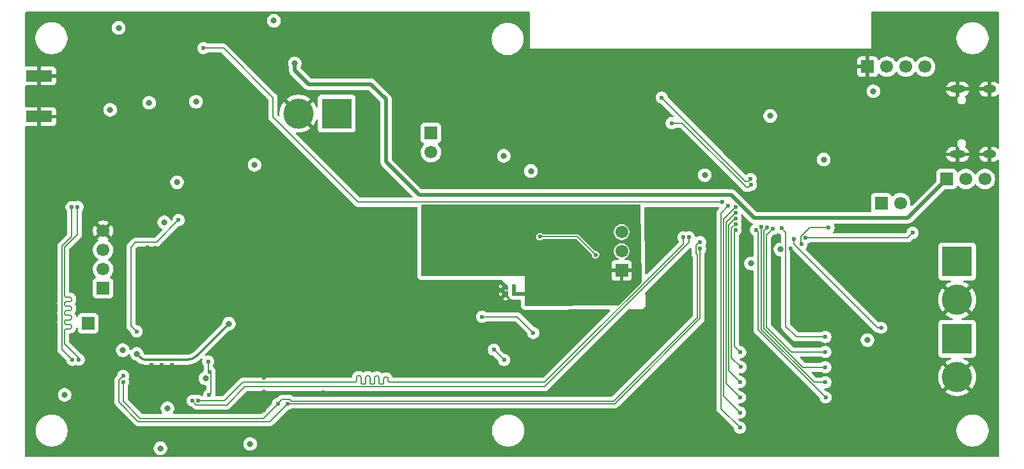
<source format=gbr>
%TF.GenerationSoftware,KiCad,Pcbnew,9.0.7*%
%TF.CreationDate,2026-01-08T10:05:18+02:00*%
%TF.ProjectId,sig_scan_pcb,7369675f-7363-4616-9e5f-7063622e6b69,1*%
%TF.SameCoordinates,Original*%
%TF.FileFunction,Copper,L4,Bot*%
%TF.FilePolarity,Positive*%
%FSLAX46Y46*%
G04 Gerber Fmt 4.6, Leading zero omitted, Abs format (unit mm)*
G04 Created by KiCad (PCBNEW 9.0.7) date 2026-01-08 10:05:18*
%MOMM*%
%LPD*%
G01*
G04 APERTURE LIST*
%TA.AperFunction,ComponentPad*%
%ADD10R,4.000000X4.000000*%
%TD*%
%TA.AperFunction,ComponentPad*%
%ADD11C,4.000000*%
%TD*%
%TA.AperFunction,ComponentPad*%
%ADD12C,0.600000*%
%TD*%
%TA.AperFunction,HeatsinkPad*%
%ADD13O,2.100000X1.000000*%
%TD*%
%TA.AperFunction,HeatsinkPad*%
%ADD14O,1.800000X1.000000*%
%TD*%
%TA.AperFunction,ComponentPad*%
%ADD15R,1.700000X1.700000*%
%TD*%
%TA.AperFunction,ComponentPad*%
%ADD16C,1.700000*%
%TD*%
%TA.AperFunction,SMDPad,CuDef*%
%ADD17R,3.500000X1.500000*%
%TD*%
%TA.AperFunction,ComponentPad*%
%ADD18R,0.900000X0.500000*%
%TD*%
%TA.AperFunction,ViaPad*%
%ADD19C,0.600000*%
%TD*%
%TA.AperFunction,ViaPad*%
%ADD20C,0.800000*%
%TD*%
%TA.AperFunction,Conductor*%
%ADD21C,0.200000*%
%TD*%
%TA.AperFunction,Conductor*%
%ADD22C,0.500000*%
%TD*%
%TA.AperFunction,Conductor*%
%ADD23C,0.300000*%
%TD*%
G04 APERTURE END LIST*
D10*
%TO.P,J2,1,Pin_1*%
%TO.N,Net-(D1-A)*%
X145338800Y-54533800D03*
D11*
%TO.P,J2,2,Pin_2*%
%TO.N,GND*%
X145338800Y-59613799D03*
%TD*%
D12*
%TO.P,IC2,18,VIA_A*%
%TO.N,GNDA*%
X86588700Y-58848599D03*
X86588700Y-57832599D03*
%TO.P,IC2,19,VIA_B*%
%TO.N,GND*%
X85521900Y-58848599D03*
X85521900Y-57832599D03*
%TD*%
D10*
%TO.P,J11,1,Pin_1*%
%TO.N,+16V*%
X145338800Y-64770000D03*
D11*
%TO.P,J11,2,Pin_2*%
%TO.N,GND*%
X145338800Y-69849999D03*
%TD*%
D13*
%TO.P,J4,S1,SHIELD*%
%TO.N,GND*%
X145404900Y-40334848D03*
D14*
X149604900Y-40334848D03*
D13*
X145404900Y-31694848D03*
D14*
X149604900Y-31694848D03*
%TD*%
D15*
%TO.P,J10,1,Pin_1*%
%TO.N,GND*%
X133477000Y-28727400D03*
D16*
%TO.P,J10,2,Pin_2*%
%TO.N,Net-(J10-Pin_2)*%
X136017000Y-28727400D03*
%TO.P,J10,3,Pin_3*%
%TO.N,Net-(J10-Pin_3)*%
X138556999Y-28727400D03*
%TO.P,J10,4,Pin_4*%
%TO.N,+3.3V*%
X141097000Y-28727400D03*
%TD*%
D10*
%TO.P,J14,1,Pin_1*%
%TO.N,Net-(D7-A)*%
X63169800Y-34933900D03*
D11*
%TO.P,J14,2,Pin_2*%
%TO.N,GND*%
X58089801Y-34933900D03*
%TD*%
D15*
%TO.P,J5,1,Pin_1*%
%TO.N,+5V*%
X143943700Y-43610850D03*
D16*
%TO.P,J5,2,Pin_2*%
%TO.N,/VBUS*%
X146483700Y-43610850D03*
%TO.P,J5,3,Pin_3*%
%TO.N,Net-(D2-A)*%
X149023699Y-43610850D03*
%TD*%
D15*
%TO.P,J7,1,Pin_1*%
%TO.N,Net-(J7-Pin_1)*%
X30222892Y-62732016D03*
%TD*%
%TO.P,J8,1,Pin_1*%
%TO.N,3.3V*%
X32209100Y-58088850D03*
D16*
%TO.P,J8,2,Pin_2*%
%TO.N,Net-(J8-Pin_2)*%
X32209100Y-55548850D03*
%TO.P,J8,3,Pin_3*%
%TO.N,Net-(J8-Pin_3)*%
X32209100Y-53008851D03*
%TO.P,J8,4,Pin_4*%
%TO.N,GND*%
X32209100Y-50468850D03*
%TD*%
D15*
%TO.P,J6,1,Pin_1*%
%TO.N,Net-(J6-Pin_1)*%
X75641200Y-37515800D03*
D16*
%TO.P,J6,2,Pin_2*%
%TO.N,+3.3V*%
X75641200Y-40055800D03*
%TD*%
D15*
%TO.P,J12,1,Pin_1*%
%TO.N,GNDA*%
X100897299Y-55722598D03*
D16*
%TO.P,J12,2,Pin_2*%
%TO.N,Net-(J12-Pin_2)*%
X100897299Y-53182598D03*
%TO.P,J12,3,Pin_3*%
%TO.N,Net-(J12-Pin_3)*%
X100897299Y-50642599D03*
%TD*%
D15*
%TO.P,J9,1,Pin_1*%
%TO.N,Net-(J9-Pin_1)*%
X135275230Y-46799850D03*
D16*
%TO.P,J9,2,Pin_2*%
%TO.N,/GPIO48*%
X137815230Y-46799850D03*
%TD*%
D17*
%TO.P,J1,G3*%
%TO.N,GND*%
X23753000Y-29938050D03*
%TO.P,J1,G4*%
X23753000Y-35338050D03*
%TD*%
D18*
%TO.P,AE1,2,Shield*%
%TO.N,GND*%
X118003381Y-26609800D03*
%TD*%
D19*
%TO.N,GND*%
X149580600Y-41529000D03*
X43942000Y-56057800D03*
X111201200Y-29413200D03*
X112318800Y-75260200D03*
X43357800Y-44627800D03*
X49657000Y-25374600D03*
X38658800Y-29641800D03*
X26568400Y-41427400D03*
X145465800Y-30505400D03*
X36423600Y-29743400D03*
X117449600Y-29540200D03*
X53517800Y-52781200D03*
X43027600Y-60299600D03*
X45948600Y-58445400D03*
X125425200Y-63144400D03*
X35407600Y-35712400D03*
X53517800Y-39268400D03*
X32894900Y-70001450D03*
X75006200Y-22783800D03*
X37973000Y-56642000D03*
X53517800Y-68097400D03*
X123315729Y-45252550D03*
X43942000Y-52120800D03*
X149580600Y-30480000D03*
X23723600Y-54203600D03*
D20*
X113741200Y-38938200D03*
D19*
X123012200Y-26670000D03*
X53517800Y-64516000D03*
X39112500Y-38169450D03*
X45948600Y-55575200D03*
X42750100Y-37641850D03*
X42214800Y-42291000D03*
X89230200Y-26670000D03*
X112318800Y-73634600D03*
X128778000Y-26670000D03*
X106273600Y-26670000D03*
X126822200Y-63144400D03*
X24765000Y-38430200D03*
X131445000Y-63144400D03*
X33604200Y-33147000D03*
X132003800Y-77622400D03*
X23977600Y-42062400D03*
X49225200Y-76657200D03*
X117424200Y-35382200D03*
X52374800Y-36982400D03*
X39981500Y-71093650D03*
X51384200Y-72085200D03*
X114350800Y-33223200D03*
X34315400Y-29718000D03*
X125272800Y-26670000D03*
X34874200Y-78181200D03*
X46507400Y-41986200D03*
X121615200Y-54102000D03*
X48361600Y-45491400D03*
X53517800Y-34544000D03*
X71704200Y-56057800D03*
X27457400Y-36931600D03*
X30302200Y-52552600D03*
X51714400Y-37719000D03*
X43942000Y-54991000D03*
X48564800Y-46431200D03*
X69926200Y-24257000D03*
X47980600Y-52654200D03*
X29667200Y-53136800D03*
D20*
X131241800Y-46761400D03*
D19*
X117475000Y-28473400D03*
X94538800Y-29768800D03*
X41327700Y-68248850D03*
X43078400Y-66598800D03*
X53517800Y-61798200D03*
X132334000Y-26670000D03*
X53492400Y-74244200D03*
X43510200Y-47193200D03*
X39965092Y-69732816D03*
X41427400Y-54229000D03*
X47955200Y-56489600D03*
X122123200Y-45237400D03*
X53517800Y-57353200D03*
X104013000Y-26670000D03*
X53517800Y-50063400D03*
X94538800Y-36931600D03*
X32080200Y-30099000D03*
X35128200Y-34645600D03*
X46558200Y-29540200D03*
X24130000Y-57912000D03*
X48590200Y-49606200D03*
X45948600Y-53492400D03*
X47955200Y-55549800D03*
X37084000Y-31343600D03*
X40817800Y-61645800D03*
X26492200Y-46075600D03*
X119811800Y-33502600D03*
X53543200Y-28930600D03*
X53517800Y-42824400D03*
X132080000Y-68783200D03*
X53517800Y-65379600D03*
X88468200Y-22758400D03*
X121843800Y-26670000D03*
X43713400Y-36703000D03*
X29997400Y-48818800D03*
X29718000Y-43865800D03*
X26568400Y-44932600D03*
X50419000Y-69545200D03*
X53517800Y-62712600D03*
X45237400Y-64236600D03*
X114325400Y-34163000D03*
X44551600Y-29565600D03*
X43027600Y-58394600D03*
D20*
X34747200Y-61620400D03*
D19*
X53568600Y-26797000D03*
X77444600Y-58089800D03*
X88468200Y-21767800D03*
X29641800Y-57962800D03*
X116509800Y-41630600D03*
X45770800Y-41325800D03*
X40817800Y-58191400D03*
X50927000Y-37769800D03*
X112318800Y-67411600D03*
X134239000Y-26111200D03*
X53517800Y-60934600D03*
X61391800Y-71856600D03*
X38305100Y-37362450D03*
D20*
X83219949Y-58546941D03*
D19*
X26593800Y-51282600D03*
X128270000Y-63144400D03*
X26314400Y-33807400D03*
X43535600Y-43713400D03*
X52273200Y-33731200D03*
X124460000Y-45237400D03*
X134239000Y-25095200D03*
X32920300Y-66318450D03*
X24155400Y-46075600D03*
X53517800Y-37465000D03*
X145389600Y-41503600D03*
X28473400Y-39217600D03*
X49809400Y-33070800D03*
X108686600Y-26670000D03*
D20*
X123926600Y-30429200D03*
D19*
X117449600Y-32181800D03*
X118567200Y-42113200D03*
X112318800Y-79527400D03*
X122123200Y-46355000D03*
X117449600Y-33147000D03*
X30251400Y-33147000D03*
X53517800Y-67183000D03*
X35128200Y-33731200D03*
X72567800Y-72009000D03*
X24384000Y-39217600D03*
X109296200Y-29235400D03*
X47853600Y-61391800D03*
X61163200Y-78206600D03*
X53543200Y-23698200D03*
X56616600Y-68503800D03*
X113233200Y-29387800D03*
X45034200Y-39268400D03*
X53543200Y-21754050D03*
X122123200Y-44069000D03*
X53517800Y-58293000D03*
X53517800Y-55575200D03*
X117856000Y-39801800D03*
X39979600Y-52984400D03*
X47955200Y-58369200D03*
X39016300Y-48487650D03*
X53517800Y-41986200D03*
X47167800Y-76631800D03*
X123875800Y-63093600D03*
X38584500Y-69722050D03*
X129870200Y-53594000D03*
X26670000Y-39243000D03*
X38862000Y-56515000D03*
X132054600Y-79248000D03*
X53517800Y-73329800D03*
X28752800Y-46075600D03*
X48031400Y-33121600D03*
X46482000Y-62992000D03*
X45948600Y-56515000D03*
X114198400Y-29362400D03*
X53517800Y-48361600D03*
X43942000Y-57912000D03*
X52298600Y-35229800D03*
X27584400Y-46278800D03*
X26593800Y-47218600D03*
X141706600Y-42646600D03*
X53517800Y-32842200D03*
X88468200Y-23647400D03*
X143205200Y-31445200D03*
X41579800Y-41656000D03*
X53517800Y-43764200D03*
X48590200Y-48463200D03*
X53517800Y-36499800D03*
D20*
X42214800Y-45923200D03*
D19*
X51562000Y-33274000D03*
X129921000Y-26670000D03*
X42951400Y-42951400D03*
X43027600Y-61163200D03*
X45948600Y-54508400D03*
X43434000Y-48260000D03*
X28854400Y-53086000D03*
X32131000Y-72771000D03*
X50495200Y-67513200D03*
X27178000Y-33147000D03*
X43027600Y-56642000D03*
X107518200Y-26670000D03*
X50825400Y-33299400D03*
X38584500Y-68248850D03*
X24053800Y-52324000D03*
X24003000Y-45034200D03*
D20*
X143459200Y-32816800D03*
D19*
X26619200Y-48260000D03*
X36220400Y-41046400D03*
X132080000Y-67259200D03*
X53517800Y-66319400D03*
X116763800Y-63144400D03*
X43942000Y-58928000D03*
X98348800Y-26670000D03*
X132105400Y-64363600D03*
X24053800Y-51079400D03*
X126212600Y-34823400D03*
X45948600Y-52578000D03*
X53517800Y-69037200D03*
X43942000Y-53975000D03*
X32715200Y-47802800D03*
X115112800Y-39979600D03*
X39905300Y-37362450D03*
X63322200Y-78206600D03*
X112344200Y-64516000D03*
X134239000Y-21971000D03*
X57912000Y-68453000D03*
X43942000Y-59994800D03*
X53517800Y-49225200D03*
X136423400Y-76479400D03*
X93700600Y-26670000D03*
X29159200Y-33147000D03*
X26466800Y-42570400D03*
X53517800Y-44704000D03*
X48539400Y-47396400D03*
X91287600Y-26670000D03*
X29616400Y-45237400D03*
X23774400Y-55524400D03*
X99466400Y-26670000D03*
X72999600Y-62128400D03*
X43027600Y-62052200D03*
D20*
X66497200Y-29540200D03*
D19*
X39981500Y-68248850D03*
X109778800Y-26670000D03*
X53543200Y-30378400D03*
X53517800Y-47421800D03*
X53492400Y-76657200D03*
X45948600Y-57429400D03*
X26593800Y-43840400D03*
X40817800Y-59080400D03*
X112318800Y-78155800D03*
X35915600Y-36372800D03*
X55346600Y-68478400D03*
X142189200Y-49961800D03*
X72364600Y-31242000D03*
X100457000Y-26670000D03*
X24003000Y-47142400D03*
X44577000Y-64897000D03*
X53543200Y-24790400D03*
X123266200Y-52806600D03*
X124460000Y-46380400D03*
X43942000Y-61874400D03*
X48463200Y-50673000D03*
X42976800Y-73964800D03*
X37873300Y-47243050D03*
X30759400Y-30302200D03*
X94792800Y-26670000D03*
X30327600Y-57302400D03*
D20*
X50342800Y-38404800D03*
D19*
X32486600Y-33147000D03*
X114350800Y-32156400D03*
X124129800Y-26670000D03*
X25400000Y-37642800D03*
X38305100Y-38175250D03*
X120599200Y-26670000D03*
X123317000Y-46380400D03*
X39117900Y-37362450D03*
X41327700Y-69722050D03*
X31775400Y-48691800D03*
X133451600Y-26670000D03*
X34544000Y-33147000D03*
X52400200Y-35991800D03*
X24003000Y-40208200D03*
X27965400Y-57988200D03*
X34239200Y-43002200D03*
X112776000Y-30149800D03*
X102844600Y-26670000D03*
X36372800Y-30759400D03*
X34925000Y-41808400D03*
X39725600Y-56565800D03*
X117449600Y-30835600D03*
X38049200Y-54559200D03*
X112318800Y-76733400D03*
D20*
X82389824Y-57624174D03*
D19*
X48006000Y-43383200D03*
X23774400Y-28549600D03*
X119634000Y-40157400D03*
X132105400Y-65760600D03*
X123317000Y-44069000D03*
X59156600Y-68453000D03*
X113309400Y-32105600D03*
X24104600Y-41122600D03*
X72364600Y-23139400D03*
X43027600Y-57505600D03*
X73583800Y-34366200D03*
X130124200Y-41503600D03*
X113334800Y-26670000D03*
X53492400Y-77622400D03*
X47244000Y-62204600D03*
X34188400Y-47167800D03*
X53517800Y-33655000D03*
X29464000Y-66167000D03*
X83616800Y-64109600D03*
X43434000Y-49276000D03*
X41327700Y-71119050D03*
X34721800Y-45618400D03*
X97180400Y-26670000D03*
X53517800Y-59156600D03*
X45847000Y-63627000D03*
X132080000Y-70586600D03*
X39930700Y-38962650D03*
X113131600Y-63169800D03*
X40767000Y-41122600D03*
X134236100Y-23037800D03*
X94945200Y-62331600D03*
X42113200Y-54914800D03*
X44424600Y-38633400D03*
X34112200Y-52222400D03*
X43357800Y-46355000D03*
X67792600Y-22606000D03*
X39905300Y-38175250D03*
X34874200Y-76123800D03*
X53517800Y-69900800D03*
X33274000Y-51739800D03*
X114325400Y-34975800D03*
X29210000Y-30302200D03*
X88468200Y-25806400D03*
X131267200Y-47752000D03*
X112318800Y-72212200D03*
X112318800Y-68935600D03*
X45948600Y-59512200D03*
X43942000Y-60934600D03*
X127685800Y-26670000D03*
X110921800Y-26670000D03*
X31394400Y-33147000D03*
X47955200Y-57454800D03*
X88468200Y-24739600D03*
X132080000Y-72059800D03*
X112725200Y-53924200D03*
X43027600Y-62992000D03*
X24053800Y-53238400D03*
X43942000Y-56997600D03*
X47244000Y-42773600D03*
X124460000Y-44043600D03*
X110210600Y-29387800D03*
X132054600Y-73380600D03*
X115773200Y-40944800D03*
X81788000Y-69443600D03*
X114757200Y-39014400D03*
X23774400Y-36804600D03*
X53492400Y-72440800D03*
X114401600Y-38074600D03*
X40843200Y-60833000D03*
X38100000Y-52654200D03*
X45897800Y-39420800D03*
X44551600Y-35864800D03*
X30988000Y-51917600D03*
X39090600Y-52705000D03*
X129844800Y-63144400D03*
X119456200Y-26670000D03*
D20*
X141351000Y-44297600D03*
D19*
X40817800Y-59918600D03*
X48539400Y-44551600D03*
X117424200Y-38938200D03*
X28829000Y-57988200D03*
X30073600Y-36753800D03*
X43942000Y-53060600D03*
X53517800Y-63652400D03*
X23723600Y-56794400D03*
X30480000Y-56515000D03*
X26593800Y-50241200D03*
X117475000Y-27533600D03*
X47955200Y-54559200D03*
X53517800Y-51003200D03*
X109220000Y-28016200D03*
X117602000Y-41808400D03*
X112166400Y-26670000D03*
X33705800Y-56667400D03*
X47955200Y-53619400D03*
X90220800Y-26670000D03*
X95935800Y-26670000D03*
X53517800Y-41122600D03*
X26593800Y-40284400D03*
X26390600Y-37084000D03*
X53517800Y-45643800D03*
D20*
X115138200Y-44602400D03*
D19*
X134239000Y-24003000D03*
X34622100Y-79272450D03*
X24053800Y-50088800D03*
X42722800Y-55727600D03*
X26619200Y-49225200D03*
X26238200Y-30353000D03*
X53517800Y-40182800D03*
X53517800Y-59994800D03*
X40309800Y-57073800D03*
X43027600Y-59334400D03*
X28117800Y-33147000D03*
X40767000Y-53568600D03*
X45948600Y-51638200D03*
X43434000Y-50215800D03*
X40665400Y-63246000D03*
X121361200Y-63119000D03*
X53517800Y-54635400D03*
X114401600Y-26670000D03*
X45948600Y-60452000D03*
X53517800Y-38404800D03*
X47980600Y-60325000D03*
X112344200Y-65913000D03*
X53492400Y-71755000D03*
X34721800Y-44196000D03*
X45770800Y-34645600D03*
X39268400Y-54660800D03*
X73787000Y-68249800D03*
X117424200Y-36576000D03*
X39117900Y-38962650D03*
X43738800Y-65735200D03*
X45237400Y-38023800D03*
X38584500Y-71119050D03*
X34671000Y-57073800D03*
X47980600Y-51714400D03*
X40817800Y-62484000D03*
X53492400Y-80137000D03*
X43942000Y-51130200D03*
X50444400Y-65405000D03*
X128905000Y-34798000D03*
X32486600Y-64338200D03*
X40817800Y-57556400D03*
X27990800Y-53086000D03*
X117398800Y-37592000D03*
X48920400Y-32816800D03*
X112318800Y-70739000D03*
X53517800Y-46507400D03*
X53517800Y-51866800D03*
X53517800Y-56438800D03*
X135434700Y-36219450D03*
X29718000Y-39065200D03*
X52298600Y-34544000D03*
X43510200Y-45516800D03*
X126517400Y-26670000D03*
X105130600Y-26670000D03*
X117932200Y-63144400D03*
X101600000Y-26670000D03*
X47980600Y-59410600D03*
X112776000Y-31191200D03*
X53517800Y-53721000D03*
X131165600Y-26670000D03*
X133553200Y-42621200D03*
X92532200Y-26670000D03*
X100380800Y-40309800D03*
X53517800Y-35560000D03*
X38305100Y-38937250D03*
X35052000Y-52019200D03*
X69621400Y-58369200D03*
X53543200Y-25857200D03*
X140512800Y-40563800D03*
X45618400Y-35509200D03*
X117449600Y-34366200D03*
X27508200Y-38887400D03*
X112166400Y-29438600D03*
X25349200Y-57937400D03*
X129819400Y-39624000D03*
D20*
%TO.N,+3.3V*%
X118033800Y-54787800D03*
X127660400Y-41021000D03*
X120586900Y-35254250D03*
X133451600Y-64947800D03*
X134240900Y-31977650D03*
X88874600Y-42545000D03*
X85293200Y-40538400D03*
X54837650Y-22632350D03*
X111914300Y-43102850D03*
X121933100Y-52932650D03*
D19*
%TO.N,/USBD+*%
X44043600Y-72974200D03*
X128320800Y-50063400D03*
X109829600Y-51333400D03*
X124714000Y-52273200D03*
D20*
%TO.N,+5V*%
X57607200Y-28295600D03*
D19*
%TO.N,/USBD-*%
X44805600Y-72974200D03*
X109079597Y-51333400D03*
%TO.N,/GPIO0*%
X118004284Y-44375701D03*
X107531300Y-36194050D03*
%TO.N,/CHIP_PU*%
X117983000Y-43626000D03*
X106210500Y-32815850D03*
%TO.N,+1V2*%
X46306100Y-69132816D03*
X46261092Y-72211250D03*
X46126400Y-67782816D03*
%TO.N,/GPIO13*%
X120929400Y-50227800D03*
X127889000Y-66522600D03*
%TO.N,/SCL*%
X111302800Y-52857400D03*
X56642000Y-73380600D03*
X34874200Y-69697600D03*
%TO.N,/GPIO4{slash}BCLK*%
X116560600Y-72542400D03*
X115999647Y-48104551D03*
%TO.N,/GPIO15*%
X135280400Y-63322200D03*
X123714600Y-51543340D03*
%TO.N,/GPIO11*%
X119405400Y-49987200D03*
X127889000Y-70535800D03*
%TO.N,/GPIO10*%
X118694200Y-50342800D03*
X127914400Y-72542400D03*
%TO.N,/GPIO5{slash}FSYNC*%
X116586000Y-70510400D03*
X116006617Y-48854521D03*
%TO.N,/GPIO6{slash}DOUT*%
X115987892Y-49604289D03*
X116687600Y-68529200D03*
%TO.N,/GPIO1*%
X114249200Y-46685200D03*
X45516800Y-26262651D03*
%TO.N,/GPIO7{slash}DIN*%
X116611400Y-66548000D03*
X116001800Y-50368200D03*
%TO.N,/GPIO3*%
X116560600Y-74549000D03*
X116002692Y-47354554D03*
%TO.N,/SDA*%
X34874200Y-70485000D03*
X55372000Y-73406000D03*
X111302800Y-51943000D03*
%TO.N,/GPIO12*%
X127889000Y-68554600D03*
X120175309Y-49995109D03*
%TO.N,/GPIO14*%
X122113618Y-50155418D03*
X127889000Y-64541400D03*
D20*
%TO.N,3.3V*%
X45791464Y-70033486D03*
X33147000Y-34442400D03*
X44528100Y-33372850D03*
X39803700Y-79297850D03*
X27129100Y-72211250D03*
X42013500Y-44042650D03*
X34281700Y-23580450D03*
X52275100Y-41731250D03*
X34825300Y-66293050D03*
X40311700Y-49351250D03*
X51689000Y-78714600D03*
X40743500Y-73989250D03*
X38311500Y-33501650D03*
D19*
%TO.N,GNDA*%
X94742000Y-50444400D03*
X98018600Y-48412400D03*
D20*
X101574600Y-58724800D03*
D19*
X92557600Y-50419000D03*
D20*
X75793600Y-55016400D03*
D19*
X85979000Y-48895000D03*
X92811600Y-56337200D03*
D20*
X93395800Y-59486800D03*
D19*
X89103200Y-56464200D03*
X76898882Y-49847882D03*
X85217000Y-53822600D03*
D20*
X81815299Y-47558999D03*
D19*
%TO.N,/VREF*%
X90068400Y-51257200D03*
X97434400Y-53644800D03*
%TO.N,Net-(D6-K)*%
X82423000Y-61849000D03*
X89204800Y-64008000D03*
%TO.N,Net-(IC2-HIDRV)*%
X85344000Y-67589400D03*
X83972400Y-66217800D03*
%TO.N,Net-(U5-XI)*%
X42216700Y-49046450D03*
X36668100Y-63811458D03*
%TO.N,Net-(U5-I2C_SCLT)*%
X28989535Y-67545364D03*
X28830900Y-47293850D03*
%TO.N,Net-(U5-I2C_SDAT)*%
X28031372Y-47321420D03*
X28143200Y-67564000D03*
D20*
%TO.N,Net-(U5-AGC_IF)*%
X48869600Y-62789750D03*
X36679500Y-66775650D03*
D19*
%TO.N,Net-(U4-GPIO18)*%
X139446000Y-50749200D03*
X125222000Y-51409600D03*
%TO.N,/GPIO2*%
X116560600Y-76555600D03*
X115030589Y-47146964D03*
%TD*%
D21*
%TO.N,/USBD+*%
X50977800Y-71145400D02*
X48598000Y-73525200D01*
X109829600Y-51993800D02*
X90678000Y-71145400D01*
X109829600Y-51333400D02*
X109829600Y-51993800D01*
X44043600Y-72991432D02*
X44043600Y-72974200D01*
X44577368Y-73525200D02*
X44043600Y-72991432D01*
X125788968Y-50063400D02*
X124671000Y-51181368D01*
X124671000Y-51181368D02*
X124671000Y-52230200D01*
X124671000Y-52230200D02*
X124714000Y-52273200D01*
X128320800Y-50063400D02*
X125788968Y-50063400D01*
X48598000Y-73525200D02*
X44577368Y-73525200D01*
X90678000Y-71145400D02*
X50977800Y-71145400D01*
D22*
%TO.N,+5V*%
X138811950Y-48742600D02*
X118465600Y-48742600D01*
X115443000Y-45720000D02*
X74117200Y-45720000D01*
X118465600Y-48742600D02*
X115443000Y-45720000D01*
X74117200Y-45720000D02*
X69697600Y-41300400D01*
X69697600Y-33045400D02*
X67691000Y-31038800D01*
X57607200Y-29210000D02*
X57607200Y-28295600D01*
X143943700Y-43610850D02*
X138811950Y-48742600D01*
X59436000Y-31038800D02*
X57607200Y-29210000D01*
X67691000Y-31038800D02*
X59436000Y-31038800D01*
X69697600Y-41300400D02*
X69697600Y-33045400D01*
D21*
%TO.N,/USBD-*%
X69985326Y-70098711D02*
X69985326Y-70321200D01*
X66485326Y-70761200D02*
X66885326Y-70761200D01*
X68185326Y-70661200D02*
X68185326Y-70561200D01*
X90729564Y-70561200D02*
X109079597Y-52211167D01*
X68785326Y-70561200D02*
X68785326Y-70661200D01*
X67225326Y-69672761D02*
X67345326Y-69672761D01*
X68185326Y-70561200D02*
X68185326Y-69949957D01*
X69385326Y-70561200D02*
X69385326Y-70321200D01*
X69385326Y-70321200D02*
X69385326Y-70098711D01*
X66025326Y-69654169D02*
X66145326Y-69654169D01*
X67685326Y-70761200D02*
X68085326Y-70761200D01*
X50698400Y-70561200D02*
X65545326Y-70561200D01*
X66385326Y-69894169D02*
X66385326Y-70321200D01*
X109079597Y-52211167D02*
X109079597Y-51333400D01*
X67585326Y-70561200D02*
X67585326Y-70661200D01*
X67585326Y-69912761D02*
X67585326Y-70561200D01*
X68885326Y-70761200D02*
X69285326Y-70761200D01*
X44805600Y-72974200D02*
X48285400Y-72974200D01*
X70225326Y-70561200D02*
X70345326Y-70561200D01*
X68785326Y-69949957D02*
X68785326Y-70561200D01*
X66385326Y-70321200D02*
X66385326Y-70561200D01*
X65785326Y-70321200D02*
X65785326Y-69894169D01*
X69385326Y-70661200D02*
X69385326Y-70561200D01*
X66985326Y-70661200D02*
X66985326Y-70561200D01*
X69625326Y-69858711D02*
X69745326Y-69858711D01*
X66385326Y-70561200D02*
X66385326Y-70661200D01*
X48285400Y-72974200D02*
X50698400Y-70561200D01*
X66985326Y-70561200D02*
X66985326Y-69912761D01*
X70345326Y-70561200D02*
X71348600Y-70561200D01*
X68425326Y-69709957D02*
X68545326Y-69709957D01*
X71348600Y-70561200D02*
X90729564Y-70561200D01*
X66985326Y-69912761D02*
G75*
G02*
X67225326Y-69672826I239974J-39D01*
G01*
X68545326Y-69709957D02*
G75*
G02*
X68785343Y-69949957I-26J-240043D01*
G01*
X68785326Y-70661200D02*
G75*
G03*
X68885326Y-70761174I99974J0D01*
G01*
X69385326Y-70098711D02*
G75*
G02*
X69625326Y-69858726I239974J11D01*
G01*
X68185326Y-69949957D02*
G75*
G02*
X68425326Y-69710026I239974J-43D01*
G01*
X65785326Y-69894169D02*
G75*
G02*
X66025326Y-69654226I239974J-31D01*
G01*
X66385326Y-70661200D02*
G75*
G03*
X66485326Y-70761174I99974J0D01*
G01*
X66145326Y-69654169D02*
G75*
G02*
X66385331Y-69894169I-26J-240031D01*
G01*
X67585326Y-70661200D02*
G75*
G03*
X67685326Y-70761174I99974J0D01*
G01*
X69745326Y-69858711D02*
G75*
G02*
X69985289Y-70098711I-26J-239989D01*
G01*
X69285326Y-70761200D02*
G75*
G03*
X69385300Y-70661200I-26J100000D01*
G01*
X65545326Y-70561200D02*
G75*
G03*
X65785300Y-70321200I-26J240000D01*
G01*
X68085326Y-70761200D02*
G75*
G03*
X68185300Y-70661200I-26J100000D01*
G01*
X69985326Y-70321200D02*
G75*
G03*
X70225326Y-70561174I239974J0D01*
G01*
X67345326Y-69672761D02*
G75*
G02*
X67585339Y-69912761I-26J-240039D01*
G01*
X66885326Y-70761200D02*
G75*
G03*
X66985300Y-70661200I-26J100000D01*
G01*
%TO.N,/GPIO0*%
X117432504Y-44709454D02*
X108917100Y-36194050D01*
X117670531Y-44709454D02*
X117432504Y-44709454D01*
X118004284Y-44375701D02*
X117670531Y-44709454D01*
X108917100Y-36194050D02*
X107531300Y-36194050D01*
%TO.N,/CHIP_PU*%
X117699549Y-43909451D02*
X117304101Y-43909451D01*
X117304101Y-43909451D02*
X106210500Y-32815850D01*
X117983000Y-43626000D02*
X117699549Y-43909451D01*
%TO.N,+1V2*%
X46126400Y-68961000D02*
X46298216Y-69132816D01*
X46492464Y-71979878D02*
X46492464Y-69319180D01*
X46126400Y-67782816D02*
X46126400Y-68961000D01*
X46298216Y-69132816D02*
X46306100Y-69132816D01*
X46261092Y-72211250D02*
X46492464Y-71979878D01*
X46492464Y-69319180D02*
X46306100Y-69132816D01*
%TO.N,/GPIO13*%
X120107400Y-51049800D02*
X120107400Y-63246236D01*
X123383764Y-66522600D02*
X127889000Y-66522600D01*
X120929400Y-50227800D02*
X120107400Y-51049800D01*
X120107400Y-63246236D02*
X123383764Y-66522600D01*
%TO.N,/SCL*%
X34842582Y-69735741D02*
X34842582Y-69737386D01*
X60583600Y-73376000D02*
X56646600Y-73376000D01*
X34874200Y-69704123D02*
X34842582Y-69735741D01*
X56646600Y-73376000D02*
X56642000Y-73380600D01*
X34323200Y-73185200D02*
X36880800Y-75742800D01*
X34874200Y-69697600D02*
X34874200Y-69704123D01*
X34323200Y-70256768D02*
X34323200Y-73185200D01*
X100004400Y-73376000D02*
X60583600Y-73376000D01*
X111302800Y-52857400D02*
X111302800Y-62077601D01*
X34842582Y-69737386D02*
X34323200Y-70256768D01*
X54279800Y-75742800D02*
X56642000Y-73380600D01*
X36880800Y-75742800D02*
X54279800Y-75742800D01*
X111302800Y-62077601D02*
X100004400Y-73376000D01*
%TO.N,/GPIO4{slash}BCLK*%
X115977355Y-48104551D02*
X114748800Y-49333106D01*
X114748800Y-70730600D02*
X116560600Y-72542400D01*
X114748800Y-49333106D02*
X114748800Y-70730600D01*
X115999647Y-48104551D02*
X115977355Y-48104551D01*
%TO.N,/GPIO15*%
X135280400Y-63322200D02*
X134823200Y-63322200D01*
X123714600Y-52213600D02*
X123714600Y-51543340D01*
X134823200Y-63322200D02*
X123714600Y-52213600D01*
%TO.N,/GPIO11*%
X119405400Y-49987200D02*
X119405400Y-63537012D01*
X119405400Y-63537012D02*
X126404188Y-70535800D01*
X126404188Y-70535800D02*
X127889000Y-70535800D01*
%TO.N,/GPIO10*%
X118948200Y-63576200D02*
X118948200Y-50596800D01*
X118948200Y-50596800D02*
X118694200Y-50342800D01*
X127914400Y-72542400D02*
X118948200Y-63576200D01*
%TO.N,/GPIO5{slash}FSYNC*%
X115958428Y-48854521D02*
X115099800Y-49713149D01*
X116006617Y-48854521D02*
X115958428Y-48854521D01*
X115099800Y-69024200D02*
X116586000Y-70510400D01*
X115099800Y-49713149D02*
X115099800Y-69024200D01*
%TO.N,/GPIO6{slash}DOUT*%
X115987892Y-49604289D02*
X115450800Y-50141381D01*
X115450800Y-50141381D02*
X115450800Y-67292400D01*
X115450800Y-67292400D02*
X116687600Y-68529200D01*
%TO.N,/GPIO1*%
X48157451Y-26262651D02*
X45516800Y-26262651D01*
X54711600Y-35407600D02*
X54711600Y-32816800D01*
X54711600Y-32816800D02*
X48157451Y-26262651D01*
X65989200Y-46685200D02*
X54711600Y-35407600D01*
X114249200Y-46685200D02*
X65989200Y-46685200D01*
%TO.N,/GPIO7{slash}DIN*%
X115801800Y-50568200D02*
X116001800Y-50368200D01*
X116611400Y-66548000D02*
X115801800Y-65738400D01*
X115801800Y-65738400D02*
X115801800Y-50568200D01*
%TO.N,/GPIO3*%
X114397800Y-72386200D02*
X116560600Y-74549000D01*
X116002692Y-47354554D02*
X115970412Y-47354554D01*
X114397800Y-48927166D02*
X114397800Y-72386200D01*
X115970412Y-47354554D02*
X114397800Y-48927166D01*
X116509800Y-74549000D02*
X116560600Y-74549000D01*
%TO.N,/SDA*%
X110951800Y-53700200D02*
X110744000Y-53492400D01*
X99859012Y-73025000D02*
X110951800Y-61932212D01*
X37109400Y-75311000D02*
X34874200Y-73075800D01*
X110744000Y-52400200D02*
X111201200Y-51943000D01*
X57124600Y-73025000D02*
X99859012Y-73025000D01*
X110951800Y-61932212D02*
X110951800Y-53700200D01*
X55372000Y-73406000D02*
X55372000Y-73329800D01*
X55372000Y-73406000D02*
X53467000Y-75311000D01*
X111201200Y-51943000D02*
X111302800Y-51943000D01*
X110744000Y-53492400D02*
X110744000Y-52400200D01*
X55372000Y-73329800D02*
X55872200Y-72829600D01*
X34874200Y-73075800D02*
X34874200Y-70485000D01*
X55872200Y-72829600D02*
X56929200Y-72829600D01*
X56929200Y-72829600D02*
X57124600Y-73025000D01*
X53467000Y-75311000D02*
X37109400Y-75311000D01*
%TO.N,/GPIO12*%
X124919376Y-68554600D02*
X127889000Y-68554600D01*
X119956400Y-50215432D02*
X119756400Y-50415432D01*
X119756400Y-63391624D02*
X124919376Y-68554600D01*
X119956400Y-50214018D02*
X119956400Y-50215432D01*
X119756400Y-50415432D02*
X119756400Y-63391624D01*
X120175309Y-49995109D02*
X119956400Y-50214018D01*
%TO.N,/GPIO14*%
X122634100Y-63147300D02*
X124028200Y-64541400D01*
X122634100Y-50675900D02*
X122634100Y-63147300D01*
X124028200Y-64541400D02*
X127889000Y-64541400D01*
X122113618Y-50155418D02*
X122634100Y-50675900D01*
D22*
%TO.N,GNDA*%
X92757599Y-58848599D02*
X93395800Y-59486800D01*
X100812600Y-59486800D02*
X101574600Y-58724800D01*
X75793600Y-55016400D02*
X75793600Y-53580698D01*
X86588700Y-58848599D02*
X92757599Y-58848599D01*
X75793600Y-53580698D02*
X81815299Y-47558999D01*
X86588700Y-57832599D02*
X86588700Y-58848599D01*
X93395800Y-59486800D02*
X100812600Y-59486800D01*
D21*
%TO.N,/VREF*%
X95046800Y-51257200D02*
X97434400Y-53644800D01*
X90068400Y-51257200D02*
X95046800Y-51257200D01*
%TO.N,Net-(D6-K)*%
X82423000Y-61849000D02*
X87045800Y-61849000D01*
X87045800Y-61849000D02*
X89204800Y-64008000D01*
%TO.N,Net-(IC2-HIDRV)*%
X85344000Y-67589400D02*
X83972400Y-66217800D01*
%TO.N,Net-(U5-XI)*%
X35892100Y-63035458D02*
X36668100Y-63811458D01*
X35892100Y-52627850D02*
X35892100Y-61898850D01*
X42216700Y-49046450D02*
X39270300Y-51992850D01*
X35892100Y-61898850D02*
X35892100Y-63035458D01*
X36527100Y-51992850D02*
X35892100Y-52627850D01*
X39270300Y-51992850D02*
X36527100Y-51992850D01*
%TO.N,Net-(U5-I2C_SCLT)*%
X27097200Y-62630508D02*
X27097200Y-62510508D01*
X27097200Y-60230508D02*
X27097200Y-60110508D01*
X28830900Y-50926050D02*
X28830900Y-47293850D01*
X28989535Y-67545364D02*
X28989535Y-67343535D01*
X27097200Y-61430508D02*
X27097200Y-61310508D01*
X27097200Y-58623200D02*
X27097200Y-52663550D01*
X27803249Y-61670508D02*
X27337200Y-61670508D01*
X28043247Y-60830508D02*
X28043247Y-60710508D01*
X28043248Y-63230508D02*
X28043248Y-63110508D01*
X27803256Y-59270508D02*
X27337200Y-59270508D01*
X27097200Y-59030508D02*
X27097200Y-58910508D01*
X27337200Y-61070508D02*
X27803247Y-61070508D01*
X27803248Y-62870508D02*
X27337200Y-62870508D01*
X27097200Y-65451200D02*
X27097200Y-63710508D01*
X28043249Y-62030508D02*
X28043249Y-61910508D01*
X27099100Y-52657850D02*
X28830900Y-50926050D01*
X27337200Y-59870508D02*
X27803256Y-59870508D01*
X27337200Y-62270508D02*
X27803249Y-62270508D01*
X28989535Y-67343535D02*
X27097200Y-65451200D01*
X27803247Y-60470508D02*
X27337200Y-60470508D01*
X27099100Y-52661650D02*
X27099100Y-52657850D01*
X27097200Y-52663550D02*
X27099100Y-52661650D01*
X27337200Y-63470508D02*
X27803248Y-63470508D01*
X28043256Y-59630508D02*
X28043256Y-59510508D01*
X27097200Y-58910508D02*
X27097200Y-58623200D01*
X27803248Y-63470508D02*
G75*
G03*
X28043208Y-63230508I-48J240008D01*
G01*
X27337200Y-61670508D02*
G75*
G02*
X27097192Y-61430508I0J240008D01*
G01*
X27803249Y-62270508D02*
G75*
G03*
X28043308Y-62030508I51J240008D01*
G01*
X28043247Y-60710508D02*
G75*
G03*
X27803247Y-60470453I-240047J8D01*
G01*
X28043256Y-59510508D02*
G75*
G03*
X27803256Y-59270544I-239956J8D01*
G01*
X27337200Y-59270508D02*
G75*
G02*
X27097192Y-59030508I0J240008D01*
G01*
X27337200Y-60470508D02*
G75*
G02*
X27097192Y-60230508I0J240008D01*
G01*
X27803256Y-59870508D02*
G75*
G03*
X28043308Y-59630508I44J240008D01*
G01*
X28043249Y-61910508D02*
G75*
G03*
X27803249Y-61670551I-239949J8D01*
G01*
X27803247Y-61070508D02*
G75*
G03*
X28043208Y-60830508I-47J240008D01*
G01*
X27097200Y-61310508D02*
G75*
G02*
X27337200Y-61070500I240000J8D01*
G01*
X27097200Y-63710508D02*
G75*
G02*
X27337200Y-63470500I240000J8D01*
G01*
X28043248Y-63110508D02*
G75*
G03*
X27803248Y-62870452I-240048J8D01*
G01*
X27097200Y-60110508D02*
G75*
G02*
X27337200Y-59870500I240000J8D01*
G01*
X27337200Y-62870508D02*
G75*
G02*
X27097192Y-62630508I0J240008D01*
G01*
X27097200Y-62510508D02*
G75*
G02*
X27337200Y-62270500I240000J8D01*
G01*
%TO.N,Net-(U5-I2C_SDAT)*%
X26733670Y-62502735D02*
X26741347Y-62494168D01*
X26746200Y-62731550D02*
X26742106Y-62656784D01*
X26748100Y-59858157D02*
X26748100Y-59177797D01*
X26746200Y-59175897D02*
X26746200Y-59131550D01*
X26739724Y-63854353D02*
X26743694Y-63462563D01*
X26740075Y-60219702D02*
X26733670Y-60102735D01*
X26746200Y-52514362D02*
X28031372Y-51229190D01*
X26733670Y-60102735D02*
X26741347Y-60094168D01*
X26739724Y-60254353D02*
X26740075Y-60219702D01*
X26748100Y-66168900D02*
X26748100Y-65598489D01*
X26746200Y-52518162D02*
X26748100Y-52516262D01*
X26746200Y-63860961D02*
X26739724Y-63854353D01*
X26741347Y-61294168D02*
X26743694Y-61062563D01*
X26748100Y-61058157D02*
X26748100Y-60377797D01*
X26748100Y-63458157D02*
X26748100Y-62777797D01*
X26743694Y-62262563D02*
X26748100Y-62258157D01*
X26740075Y-62619701D02*
X26733670Y-62502735D01*
X26748100Y-61577797D02*
X26746200Y-61575897D01*
X26743694Y-59862563D02*
X26748100Y-59858157D01*
X26733670Y-58902735D02*
X26746200Y-58888753D01*
X26743694Y-61062563D02*
X26748100Y-61058157D01*
X26742106Y-60256784D02*
X26739724Y-60254353D01*
X26740075Y-61419701D02*
X26733670Y-61302735D01*
X26748100Y-65598489D02*
X26746200Y-65596588D01*
X26746200Y-60331549D02*
X26742106Y-60256784D01*
X28143200Y-67564000D02*
X26748100Y-66168900D01*
X26743694Y-63462563D02*
X26748100Y-63458157D01*
X26748100Y-52516262D02*
X26746200Y-52514362D01*
X26739724Y-62654353D02*
X26740075Y-62619701D01*
X26746200Y-59131550D02*
X26733670Y-58902735D01*
X26746200Y-61575897D02*
X26746200Y-61531550D01*
X26746200Y-58888753D02*
X26746200Y-52518162D01*
X26746200Y-61531550D02*
X26742106Y-61456784D01*
X26748100Y-60377797D02*
X26746200Y-60375897D01*
X26741347Y-60094168D02*
X26743694Y-59862563D01*
X26741347Y-62494168D02*
X26743694Y-62262563D01*
X26746200Y-65596588D02*
X26746200Y-63860961D01*
X28031372Y-51229190D02*
X28031372Y-47321420D01*
X26733670Y-61302735D02*
X26741347Y-61294168D01*
X26742106Y-61456784D02*
X26739724Y-61454353D01*
X26748100Y-62777797D02*
X26746200Y-62775897D01*
X26748100Y-62258157D02*
X26748100Y-61577797D01*
X26739724Y-61454353D02*
X26740075Y-61419701D01*
X26748100Y-59177797D02*
X26746200Y-59175897D01*
X26746200Y-60375897D02*
X26746200Y-60331549D01*
X26746200Y-62775897D02*
X26746200Y-62731550D01*
X26742106Y-62656784D02*
X26739724Y-62654353D01*
D23*
%TO.N,Net-(U5-AGC_IF)*%
X37174957Y-67271107D02*
X36679500Y-66775650D01*
X48868650Y-62789750D02*
X44680186Y-66978214D01*
X48869600Y-62789750D02*
X48867700Y-62787850D01*
X43265973Y-67564000D02*
X37882064Y-67564000D01*
X48869600Y-62789750D02*
X48868650Y-62789750D01*
X37882064Y-67564000D02*
G75*
G02*
X37174975Y-67271089I36J1000000D01*
G01*
X44680186Y-66978214D02*
G75*
G02*
X43265973Y-67563981I-1414186J1414214D01*
G01*
D21*
%TO.N,Net-(U4-GPIO18)*%
X138785600Y-51409600D02*
X139446000Y-50749200D01*
X125222000Y-51409600D02*
X138785600Y-51409600D01*
%TO.N,/GPIO2*%
X114046000Y-48131553D02*
X115030589Y-47146964D01*
X116560600Y-76555600D02*
X114046000Y-74041000D01*
X115030589Y-47146964D02*
X115030589Y-47275411D01*
X114046000Y-74041000D02*
X114046000Y-48131553D01*
%TD*%
%TA.AperFunction,Conductor*%
%TO.N,GNDA*%
G36*
X103365235Y-47005385D02*
G01*
X103410990Y-47058189D01*
X103422189Y-47108340D01*
X103533752Y-57279310D01*
X103514803Y-57346561D01*
X103497440Y-57368351D01*
X100525440Y-60340351D01*
X100464117Y-60373836D01*
X100438775Y-60376666D01*
X88199261Y-60476990D01*
X88132063Y-60457855D01*
X88085877Y-60405428D01*
X88074248Y-60352204D01*
X88074306Y-60343206D01*
X88098847Y-56490222D01*
X74456365Y-56490222D01*
X74389326Y-56470537D01*
X74343571Y-56417733D01*
X74332365Y-56365905D01*
X74333503Y-55920919D01*
X74336307Y-54824753D01*
X99547299Y-54824753D01*
X99547299Y-55472598D01*
X100464287Y-55472598D01*
X100431374Y-55529605D01*
X100397299Y-55656772D01*
X100397299Y-55788424D01*
X100431374Y-55915591D01*
X100464287Y-55972598D01*
X99547299Y-55972598D01*
X99547299Y-56620442D01*
X99553700Y-56679970D01*
X99553702Y-56679977D01*
X99603944Y-56814684D01*
X99603948Y-56814691D01*
X99690108Y-56929785D01*
X99690111Y-56929788D01*
X99805205Y-57015948D01*
X99805212Y-57015952D01*
X99939919Y-57066194D01*
X99939926Y-57066196D01*
X99999454Y-57072597D01*
X99999471Y-57072598D01*
X100647299Y-57072598D01*
X100647299Y-56155610D01*
X100704306Y-56188523D01*
X100831473Y-56222598D01*
X100963125Y-56222598D01*
X101090292Y-56188523D01*
X101147299Y-56155610D01*
X101147299Y-57072598D01*
X101795127Y-57072598D01*
X101795143Y-57072597D01*
X101854671Y-57066196D01*
X101854678Y-57066194D01*
X101989385Y-57015952D01*
X101989392Y-57015948D01*
X102104486Y-56929788D01*
X102104489Y-56929785D01*
X102190649Y-56814691D01*
X102190653Y-56814684D01*
X102240895Y-56679977D01*
X102240897Y-56679970D01*
X102247298Y-56620442D01*
X102247299Y-56620425D01*
X102247299Y-55972598D01*
X101330311Y-55972598D01*
X101363224Y-55915591D01*
X101397299Y-55788424D01*
X101397299Y-55656772D01*
X101363224Y-55529605D01*
X101330311Y-55472598D01*
X102247299Y-55472598D01*
X102247299Y-54824770D01*
X102247298Y-54824753D01*
X102240897Y-54765225D01*
X102240895Y-54765218D01*
X102190653Y-54630511D01*
X102190649Y-54630504D01*
X102104489Y-54515410D01*
X102104486Y-54515407D01*
X101989392Y-54429247D01*
X101989385Y-54429243D01*
X101854678Y-54379001D01*
X101854671Y-54378999D01*
X101795143Y-54372598D01*
X101392864Y-54372598D01*
X101325825Y-54352913D01*
X101280070Y-54300109D01*
X101270126Y-54230951D01*
X101299151Y-54167395D01*
X101345411Y-54134037D01*
X101350907Y-54131760D01*
X101394897Y-54113539D01*
X101566954Y-53998575D01*
X101713276Y-53852253D01*
X101828240Y-53680196D01*
X101907429Y-53489018D01*
X101947799Y-53286063D01*
X101947799Y-53079133D01*
X101907429Y-52876178D01*
X101828240Y-52685000D01*
X101713276Y-52512943D01*
X101713274Y-52512940D01*
X101566956Y-52366622D01*
X101480925Y-52309139D01*
X101394897Y-52251657D01*
X101203719Y-52172468D01*
X101203711Y-52172466D01*
X101000768Y-52132098D01*
X101000764Y-52132098D01*
X100793834Y-52132098D01*
X100793829Y-52132098D01*
X100590886Y-52172466D01*
X100590878Y-52172468D01*
X100399702Y-52251656D01*
X100227641Y-52366622D01*
X100081323Y-52512940D01*
X99966357Y-52685001D01*
X99887169Y-52876177D01*
X99887167Y-52876185D01*
X99846799Y-53079128D01*
X99846799Y-53286067D01*
X99887167Y-53489010D01*
X99887169Y-53489018D01*
X99966358Y-53680196D01*
X99986734Y-53710691D01*
X100081323Y-53852255D01*
X100227641Y-53998573D01*
X100227644Y-53998575D01*
X100399701Y-54113539D01*
X100439292Y-54129938D01*
X100449187Y-54134037D01*
X100503590Y-54177878D01*
X100525655Y-54244172D01*
X100508376Y-54311872D01*
X100457238Y-54359482D01*
X100401734Y-54372598D01*
X99999454Y-54372598D01*
X99939926Y-54378999D01*
X99939919Y-54379001D01*
X99805212Y-54429243D01*
X99805205Y-54429247D01*
X99690111Y-54515407D01*
X99690108Y-54515410D01*
X99603948Y-54630504D01*
X99603944Y-54630511D01*
X99553702Y-54765218D01*
X99553700Y-54765225D01*
X99547299Y-54824753D01*
X74336307Y-54824753D01*
X74336316Y-54821132D01*
X74345599Y-51191308D01*
X89567900Y-51191308D01*
X89567900Y-51323091D01*
X89602008Y-51450387D01*
X89634954Y-51507450D01*
X89667900Y-51564514D01*
X89761086Y-51657700D01*
X89875214Y-51723592D01*
X90002508Y-51757700D01*
X90002510Y-51757700D01*
X90134290Y-51757700D01*
X90134292Y-51757700D01*
X90261586Y-51723592D01*
X90375714Y-51657700D01*
X90439395Y-51594019D01*
X90500718Y-51560534D01*
X90527076Y-51557700D01*
X94870967Y-51557700D01*
X94938006Y-51577385D01*
X94958648Y-51594019D01*
X96897581Y-53532952D01*
X96931066Y-53594275D01*
X96933900Y-53620633D01*
X96933900Y-53710691D01*
X96968008Y-53837987D01*
X96976245Y-53852253D01*
X97033900Y-53952114D01*
X97127086Y-54045300D01*
X97241214Y-54111192D01*
X97368508Y-54145300D01*
X97368510Y-54145300D01*
X97500290Y-54145300D01*
X97500292Y-54145300D01*
X97627586Y-54111192D01*
X97741714Y-54045300D01*
X97834900Y-53952114D01*
X97900792Y-53837986D01*
X97934900Y-53710692D01*
X97934900Y-53578908D01*
X97900792Y-53451614D01*
X97834900Y-53337486D01*
X97741714Y-53244300D01*
X97684650Y-53211354D01*
X97627587Y-53178408D01*
X97563939Y-53161354D01*
X97500292Y-53144300D01*
X97410233Y-53144300D01*
X97343194Y-53124615D01*
X97322552Y-53107981D01*
X95231310Y-51016739D01*
X95215163Y-51007417D01*
X95199015Y-50998094D01*
X95162791Y-50977180D01*
X95162790Y-50977179D01*
X95137313Y-50970352D01*
X95086362Y-50956700D01*
X95086360Y-50956700D01*
X90527076Y-50956700D01*
X90460037Y-50937015D01*
X90439395Y-50920381D01*
X90375716Y-50856702D01*
X90375714Y-50856700D01*
X90318650Y-50823754D01*
X90261587Y-50790808D01*
X90197939Y-50773754D01*
X90134292Y-50756700D01*
X90002508Y-50756700D01*
X89875212Y-50790808D01*
X89761086Y-50856700D01*
X89761083Y-50856702D01*
X89667902Y-50949883D01*
X89667900Y-50949886D01*
X89602008Y-51064012D01*
X89567900Y-51191308D01*
X74345599Y-51191308D01*
X74345621Y-51182864D01*
X74347268Y-50539129D01*
X99846799Y-50539129D01*
X99846799Y-50746068D01*
X99887167Y-50949011D01*
X99887169Y-50949019D01*
X99966357Y-51140195D01*
X100081323Y-51312256D01*
X100227641Y-51458574D01*
X100227644Y-51458576D01*
X100399701Y-51573540D01*
X100590879Y-51652729D01*
X100793829Y-51693098D01*
X100793833Y-51693099D01*
X100793834Y-51693099D01*
X101000765Y-51693099D01*
X101000766Y-51693098D01*
X101203719Y-51652729D01*
X101394897Y-51573540D01*
X101566954Y-51458576D01*
X101713276Y-51312254D01*
X101828240Y-51140197D01*
X101907429Y-50949019D01*
X101947799Y-50746064D01*
X101947799Y-50539134D01*
X101907429Y-50336179D01*
X101828240Y-50145001D01*
X101713276Y-49972944D01*
X101713274Y-49972941D01*
X101566956Y-49826623D01*
X101480925Y-49769140D01*
X101394897Y-49711658D01*
X101203719Y-49632469D01*
X101203711Y-49632467D01*
X101000768Y-49592099D01*
X101000764Y-49592099D01*
X100793834Y-49592099D01*
X100793829Y-49592099D01*
X100590886Y-49632467D01*
X100590878Y-49632469D01*
X100399702Y-49711657D01*
X100227641Y-49826623D01*
X100081323Y-49972941D01*
X99966357Y-50145002D01*
X99887169Y-50336178D01*
X99887167Y-50336186D01*
X99846799Y-50539129D01*
X74347268Y-50539129D01*
X74347284Y-50532725D01*
X74356039Y-47109383D01*
X74375895Y-47042394D01*
X74428816Y-46996774D01*
X74480039Y-46985700D01*
X103298196Y-46985700D01*
X103365235Y-47005385D01*
G37*
%TD.AperFunction*%
%TD*%
%TA.AperFunction,Conductor*%
%TO.N,GND*%
G36*
X88720490Y-21474235D02*
G01*
X88766245Y-21527039D01*
X88777451Y-21578550D01*
X88777451Y-26365200D01*
X133927451Y-26365200D01*
X133927451Y-24802543D01*
X145247201Y-24802543D01*
X145247201Y-25081156D01*
X145247202Y-25081172D01*
X145283567Y-25357393D01*
X145283568Y-25357398D01*
X145283569Y-25357404D01*
X145336048Y-25553260D01*
X145355682Y-25626534D01*
X145355685Y-25626544D01*
X145462305Y-25883947D01*
X145462310Y-25883958D01*
X145601615Y-26125240D01*
X145601626Y-26125256D01*
X145771234Y-26346294D01*
X145771240Y-26346301D01*
X145968248Y-26543309D01*
X145968255Y-26543315D01*
X146096643Y-26641830D01*
X146189302Y-26712930D01*
X146189309Y-26712934D01*
X146430591Y-26852239D01*
X146430596Y-26852241D01*
X146430599Y-26852243D01*
X146688015Y-26958868D01*
X146957146Y-27030981D01*
X147233387Y-27067349D01*
X147233394Y-27067349D01*
X147512006Y-27067349D01*
X147512013Y-27067349D01*
X147788254Y-27030981D01*
X148057385Y-26958868D01*
X148314801Y-26852243D01*
X148556098Y-26712930D01*
X148777146Y-26543314D01*
X148974164Y-26346296D01*
X149143780Y-26125248D01*
X149283093Y-25883951D01*
X149389718Y-25626535D01*
X149461831Y-25357404D01*
X149498199Y-25081163D01*
X149498199Y-24802537D01*
X149461831Y-24526296D01*
X149389718Y-24257165D01*
X149283093Y-23999749D01*
X149283091Y-23999746D01*
X149283089Y-23999741D01*
X149143784Y-23758459D01*
X149143780Y-23758452D01*
X148992387Y-23561153D01*
X148974165Y-23537405D01*
X148974159Y-23537398D01*
X148777151Y-23340390D01*
X148777144Y-23340384D01*
X148556106Y-23170776D01*
X148556104Y-23170774D01*
X148556098Y-23170770D01*
X148556093Y-23170767D01*
X148556090Y-23170765D01*
X148314808Y-23031460D01*
X148314797Y-23031455D01*
X148057394Y-22924835D01*
X148057387Y-22924833D01*
X148057385Y-22924832D01*
X147788254Y-22852719D01*
X147788248Y-22852718D01*
X147788243Y-22852717D01*
X147512022Y-22816352D01*
X147512019Y-22816351D01*
X147512013Y-22816351D01*
X147233387Y-22816351D01*
X147233381Y-22816351D01*
X147233377Y-22816352D01*
X146957156Y-22852717D01*
X146957149Y-22852718D01*
X146957146Y-22852719D01*
X146799287Y-22895017D01*
X146688015Y-22924832D01*
X146688005Y-22924835D01*
X146430602Y-23031455D01*
X146430591Y-23031460D01*
X146189309Y-23170765D01*
X146189293Y-23170776D01*
X145968255Y-23340384D01*
X145968248Y-23340390D01*
X145771240Y-23537398D01*
X145771234Y-23537405D01*
X145601626Y-23758443D01*
X145601615Y-23758459D01*
X145462310Y-23999741D01*
X145462305Y-23999752D01*
X145355685Y-24257155D01*
X145355682Y-24257165D01*
X145287528Y-24511523D01*
X145283570Y-24526293D01*
X145283567Y-24526306D01*
X145247202Y-24802527D01*
X145247201Y-24802543D01*
X133927451Y-24802543D01*
X133927451Y-21578550D01*
X133947136Y-21511511D01*
X133999940Y-21465756D01*
X134051451Y-21454550D01*
X150764200Y-21454550D01*
X150831239Y-21474235D01*
X150876994Y-21527039D01*
X150888200Y-21578550D01*
X150888200Y-30864571D01*
X150868515Y-30931610D01*
X150815711Y-30977365D01*
X150746553Y-30987309D01*
X150682997Y-30958284D01*
X150676519Y-30952252D01*
X150642366Y-30918099D01*
X150642362Y-30918096D01*
X150478584Y-30808662D01*
X150478571Y-30808655D01*
X150296593Y-30733278D01*
X150296581Y-30733275D01*
X150103395Y-30694848D01*
X149854900Y-30694848D01*
X149854900Y-31394848D01*
X149354900Y-31394848D01*
X149354900Y-30694848D01*
X149106404Y-30694848D01*
X148913218Y-30733275D01*
X148913206Y-30733278D01*
X148731228Y-30808655D01*
X148731215Y-30808662D01*
X148567437Y-30918096D01*
X148567433Y-30918099D01*
X148428151Y-31057381D01*
X148428148Y-31057385D01*
X148318714Y-31221163D01*
X148318707Y-31221176D01*
X148243330Y-31403155D01*
X148243330Y-31403157D01*
X148235038Y-31444848D01*
X149037912Y-31444848D01*
X149020695Y-31454788D01*
X148964840Y-31510643D01*
X148925344Y-31579052D01*
X148904900Y-31655352D01*
X148904900Y-31734344D01*
X148925344Y-31810644D01*
X148964840Y-31879053D01*
X149020695Y-31934908D01*
X149037912Y-31944848D01*
X148235038Y-31944848D01*
X148243330Y-31986538D01*
X148243330Y-31986540D01*
X148318707Y-32168519D01*
X148318714Y-32168532D01*
X148428148Y-32332310D01*
X148428151Y-32332314D01*
X148567433Y-32471596D01*
X148567437Y-32471599D01*
X148731215Y-32581033D01*
X148731228Y-32581040D01*
X148913206Y-32656417D01*
X148913218Y-32656420D01*
X149106404Y-32694847D01*
X149106408Y-32694848D01*
X149354900Y-32694848D01*
X149354900Y-31994848D01*
X149854900Y-31994848D01*
X149854900Y-32694848D01*
X150103392Y-32694848D01*
X150103395Y-32694847D01*
X150296581Y-32656420D01*
X150296593Y-32656417D01*
X150478571Y-32581040D01*
X150478584Y-32581033D01*
X150642362Y-32471599D01*
X150642366Y-32471596D01*
X150676519Y-32437444D01*
X150737842Y-32403959D01*
X150807534Y-32408943D01*
X150863467Y-32450815D01*
X150887884Y-32516279D01*
X150888200Y-32525125D01*
X150888200Y-39504571D01*
X150868515Y-39571610D01*
X150815711Y-39617365D01*
X150746553Y-39627309D01*
X150682997Y-39598284D01*
X150676519Y-39592252D01*
X150642366Y-39558099D01*
X150642362Y-39558096D01*
X150478584Y-39448662D01*
X150478571Y-39448655D01*
X150296593Y-39373278D01*
X150296581Y-39373275D01*
X150103395Y-39334848D01*
X149854900Y-39334848D01*
X149854900Y-40034848D01*
X149354900Y-40034848D01*
X149354900Y-39334848D01*
X149106404Y-39334848D01*
X148913218Y-39373275D01*
X148913206Y-39373278D01*
X148731228Y-39448655D01*
X148731215Y-39448662D01*
X148567437Y-39558096D01*
X148567433Y-39558099D01*
X148428151Y-39697381D01*
X148428148Y-39697385D01*
X148318714Y-39861163D01*
X148318707Y-39861176D01*
X148243330Y-40043155D01*
X148243330Y-40043157D01*
X148235038Y-40084848D01*
X149037912Y-40084848D01*
X149020695Y-40094788D01*
X148964840Y-40150643D01*
X148925344Y-40219052D01*
X148904900Y-40295352D01*
X148904900Y-40374344D01*
X148925344Y-40450644D01*
X148964840Y-40519053D01*
X149020695Y-40574908D01*
X149037912Y-40584848D01*
X148235038Y-40584848D01*
X148243330Y-40626538D01*
X148243330Y-40626540D01*
X148318707Y-40808519D01*
X148318714Y-40808532D01*
X148428148Y-40972310D01*
X148428151Y-40972314D01*
X148567433Y-41111596D01*
X148567437Y-41111599D01*
X148731215Y-41221033D01*
X148731228Y-41221040D01*
X148913206Y-41296417D01*
X148913218Y-41296420D01*
X149106404Y-41334847D01*
X149106408Y-41334848D01*
X149354900Y-41334848D01*
X149354900Y-40634848D01*
X149854900Y-40634848D01*
X149854900Y-41334848D01*
X150103392Y-41334848D01*
X150103395Y-41334847D01*
X150296581Y-41296420D01*
X150296593Y-41296417D01*
X150478571Y-41221040D01*
X150478584Y-41221033D01*
X150642362Y-41111599D01*
X150642366Y-41111596D01*
X150676519Y-41077444D01*
X150737842Y-41043959D01*
X150807534Y-41048943D01*
X150863467Y-41090815D01*
X150887884Y-41156279D01*
X150888200Y-41165125D01*
X150888200Y-80329550D01*
X150868515Y-80396589D01*
X150815711Y-80442344D01*
X150764200Y-80453550D01*
X22013200Y-80453550D01*
X21946161Y-80433865D01*
X21900406Y-80381061D01*
X21889200Y-80329550D01*
X21889200Y-79209154D01*
X38903200Y-79209154D01*
X38903200Y-79386545D01*
X38937803Y-79560508D01*
X38937806Y-79560517D01*
X39005683Y-79724390D01*
X39005690Y-79724403D01*
X39104235Y-79871884D01*
X39104238Y-79871888D01*
X39229661Y-79997311D01*
X39229665Y-79997314D01*
X39377146Y-80095859D01*
X39377159Y-80095866D01*
X39500063Y-80146773D01*
X39541034Y-80163744D01*
X39541036Y-80163744D01*
X39541041Y-80163746D01*
X39715004Y-80198349D01*
X39715007Y-80198350D01*
X39715009Y-80198350D01*
X39892393Y-80198350D01*
X39892394Y-80198349D01*
X39950382Y-80186814D01*
X40066358Y-80163746D01*
X40066361Y-80163744D01*
X40066366Y-80163744D01*
X40230247Y-80095863D01*
X40377735Y-79997314D01*
X40503164Y-79871885D01*
X40601713Y-79724397D01*
X40669594Y-79560516D01*
X40679124Y-79512609D01*
X40704199Y-79386545D01*
X40704200Y-79386543D01*
X40704200Y-79209156D01*
X40704199Y-79209154D01*
X40669596Y-79035191D01*
X40669593Y-79035182D01*
X40665926Y-79026330D01*
X40632682Y-78946069D01*
X40601716Y-78871309D01*
X40601709Y-78871296D01*
X40503164Y-78723815D01*
X40503161Y-78723811D01*
X40405254Y-78625904D01*
X50788500Y-78625904D01*
X50788500Y-78803295D01*
X50823103Y-78977258D01*
X50823106Y-78977267D01*
X50890983Y-79141140D01*
X50890990Y-79141153D01*
X50989535Y-79288634D01*
X50989538Y-79288638D01*
X51114961Y-79414061D01*
X51114965Y-79414064D01*
X51262446Y-79512609D01*
X51262459Y-79512616D01*
X51378083Y-79560508D01*
X51426334Y-79580494D01*
X51426336Y-79580494D01*
X51426341Y-79580496D01*
X51600304Y-79615099D01*
X51600307Y-79615100D01*
X51600309Y-79615100D01*
X51777693Y-79615100D01*
X51777694Y-79615099D01*
X51835682Y-79603564D01*
X51951658Y-79580496D01*
X51951661Y-79580494D01*
X51951666Y-79580494D01*
X52115547Y-79512613D01*
X52263035Y-79414064D01*
X52388464Y-79288635D01*
X52487013Y-79141147D01*
X52554894Y-78977266D01*
X52559479Y-78954219D01*
X52580687Y-78847595D01*
X52589500Y-78803291D01*
X52589500Y-78625909D01*
X52589500Y-78625906D01*
X52589499Y-78625904D01*
X52554896Y-78451941D01*
X52554893Y-78451932D01*
X52487016Y-78288059D01*
X52487009Y-78288046D01*
X52388464Y-78140565D01*
X52388461Y-78140561D01*
X52263038Y-78015138D01*
X52263034Y-78015135D01*
X52115553Y-77916590D01*
X52115540Y-77916583D01*
X51951667Y-77848706D01*
X51951658Y-77848703D01*
X51777694Y-77814100D01*
X51777691Y-77814100D01*
X51600309Y-77814100D01*
X51600306Y-77814100D01*
X51426341Y-77848703D01*
X51426332Y-77848706D01*
X51262459Y-77916583D01*
X51262446Y-77916590D01*
X51114965Y-78015135D01*
X51114961Y-78015138D01*
X50989538Y-78140561D01*
X50989535Y-78140565D01*
X50890990Y-78288046D01*
X50890983Y-78288059D01*
X50823106Y-78451932D01*
X50823103Y-78451941D01*
X50788500Y-78625904D01*
X40405254Y-78625904D01*
X40377738Y-78598388D01*
X40377734Y-78598385D01*
X40230253Y-78499840D01*
X40230240Y-78499833D01*
X40066367Y-78431956D01*
X40066358Y-78431953D01*
X39892394Y-78397350D01*
X39892391Y-78397350D01*
X39715009Y-78397350D01*
X39715006Y-78397350D01*
X39541041Y-78431953D01*
X39541032Y-78431956D01*
X39377159Y-78499833D01*
X39377146Y-78499840D01*
X39229665Y-78598385D01*
X39229661Y-78598388D01*
X39104238Y-78723811D01*
X39104235Y-78723815D01*
X39005690Y-78871296D01*
X39005683Y-78871309D01*
X38937806Y-79035182D01*
X38937803Y-79035191D01*
X38903200Y-79209154D01*
X21889200Y-79209154D01*
X21889200Y-76789744D01*
X23269800Y-76789744D01*
X23269800Y-77068357D01*
X23269801Y-77068373D01*
X23306166Y-77344594D01*
X23306167Y-77344599D01*
X23306168Y-77344605D01*
X23378281Y-77613735D01*
X23378284Y-77613745D01*
X23484904Y-77871148D01*
X23484909Y-77871159D01*
X23624214Y-78112441D01*
X23624225Y-78112457D01*
X23793833Y-78333495D01*
X23793839Y-78333502D01*
X23990847Y-78530510D01*
X23990854Y-78530516D01*
X24079303Y-78598385D01*
X24211901Y-78700131D01*
X24211908Y-78700135D01*
X24453190Y-78839440D01*
X24453195Y-78839442D01*
X24453198Y-78839444D01*
X24710614Y-78946069D01*
X24979745Y-79018182D01*
X25255986Y-79054550D01*
X25255993Y-79054550D01*
X25534605Y-79054550D01*
X25534612Y-79054550D01*
X25810853Y-79018182D01*
X26079984Y-78946069D01*
X26337400Y-78839444D01*
X26578697Y-78700131D01*
X26799745Y-78530515D01*
X26996763Y-78333497D01*
X27166379Y-78112449D01*
X27305692Y-77871152D01*
X27412317Y-77613736D01*
X27484430Y-77344605D01*
X27520798Y-77068364D01*
X27520798Y-76797894D01*
X83751901Y-76797894D01*
X83751901Y-77076507D01*
X83751902Y-77076523D01*
X83788267Y-77352744D01*
X83788268Y-77352749D01*
X83788269Y-77352755D01*
X83858201Y-77613745D01*
X83860382Y-77621885D01*
X83860385Y-77621895D01*
X83967005Y-77879298D01*
X83967010Y-77879309D01*
X84106315Y-78120591D01*
X84106326Y-78120607D01*
X84275934Y-78341645D01*
X84275940Y-78341652D01*
X84472948Y-78538660D01*
X84472955Y-78538666D01*
X84586646Y-78625904D01*
X84694002Y-78708281D01*
X84694009Y-78708285D01*
X84935291Y-78847590D01*
X84935296Y-78847592D01*
X84935299Y-78847594D01*
X85097623Y-78914830D01*
X85173036Y-78946068D01*
X85192715Y-78954219D01*
X85461846Y-79026332D01*
X85738087Y-79062700D01*
X85738094Y-79062700D01*
X86016706Y-79062700D01*
X86016713Y-79062700D01*
X86292954Y-79026332D01*
X86562085Y-78954219D01*
X86819501Y-78847594D01*
X87060798Y-78708281D01*
X87281846Y-78538665D01*
X87478864Y-78341647D01*
X87648480Y-78120599D01*
X87787793Y-77879302D01*
X87894418Y-77621886D01*
X87966531Y-77352755D01*
X88002899Y-77076514D01*
X88002899Y-76797888D01*
X87966531Y-76521647D01*
X87894418Y-76252516D01*
X87862898Y-76176421D01*
X87787794Y-75995103D01*
X87787789Y-75995092D01*
X87648484Y-75753810D01*
X87648480Y-75753803D01*
X87478864Y-75532755D01*
X87478859Y-75532749D01*
X87281851Y-75335741D01*
X87281844Y-75335735D01*
X87060806Y-75166127D01*
X87060804Y-75166125D01*
X87060798Y-75166121D01*
X87060793Y-75166118D01*
X87060790Y-75166116D01*
X86819508Y-75026811D01*
X86819497Y-75026806D01*
X86562094Y-74920186D01*
X86562087Y-74920184D01*
X86562085Y-74920183D01*
X86292954Y-74848070D01*
X86292948Y-74848069D01*
X86292943Y-74848068D01*
X86016722Y-74811703D01*
X86016719Y-74811702D01*
X86016713Y-74811702D01*
X85738087Y-74811702D01*
X85738081Y-74811702D01*
X85738077Y-74811703D01*
X85461856Y-74848068D01*
X85461849Y-74848069D01*
X85461846Y-74848070D01*
X85223131Y-74912033D01*
X85192715Y-74920183D01*
X85192705Y-74920186D01*
X84935302Y-75026806D01*
X84935291Y-75026811D01*
X84694009Y-75166116D01*
X84693993Y-75166127D01*
X84472955Y-75335735D01*
X84472948Y-75335741D01*
X84275940Y-75532749D01*
X84275934Y-75532756D01*
X84106326Y-75753794D01*
X84106315Y-75753810D01*
X83967010Y-75995092D01*
X83967005Y-75995103D01*
X83860385Y-76252506D01*
X83860382Y-76252516D01*
X83792228Y-76506874D01*
X83788270Y-76521644D01*
X83788267Y-76521657D01*
X83751902Y-76797878D01*
X83751901Y-76797894D01*
X27520798Y-76797894D01*
X27520798Y-76789738D01*
X27484430Y-76513497D01*
X27412317Y-76244366D01*
X27403599Y-76223320D01*
X27309068Y-75995100D01*
X27305692Y-75986950D01*
X27305690Y-75986947D01*
X27305688Y-75986942D01*
X27166383Y-75745660D01*
X27166379Y-75745653D01*
X27024829Y-75561181D01*
X26996764Y-75524606D01*
X26996758Y-75524599D01*
X26799750Y-75327591D01*
X26799743Y-75327585D01*
X26578705Y-75157977D01*
X26578703Y-75157975D01*
X26578697Y-75157971D01*
X26578692Y-75157968D01*
X26578689Y-75157966D01*
X26337407Y-75018661D01*
X26337396Y-75018656D01*
X26079993Y-74912036D01*
X26079986Y-74912034D01*
X26079984Y-74912033D01*
X25810853Y-74839920D01*
X25810847Y-74839919D01*
X25810842Y-74839918D01*
X25534621Y-74803553D01*
X25534618Y-74803552D01*
X25534612Y-74803552D01*
X25255986Y-74803552D01*
X25255980Y-74803552D01*
X25255976Y-74803553D01*
X24979755Y-74839918D01*
X24979748Y-74839919D01*
X24979745Y-74839920D01*
X24710614Y-74912033D01*
X24710604Y-74912036D01*
X24453201Y-75018656D01*
X24453190Y-75018661D01*
X24211908Y-75157966D01*
X24211892Y-75157977D01*
X23990854Y-75327585D01*
X23990847Y-75327591D01*
X23793839Y-75524599D01*
X23793833Y-75524606D01*
X23624225Y-75745644D01*
X23624214Y-75745660D01*
X23484909Y-75986942D01*
X23484904Y-75986953D01*
X23378284Y-76244356D01*
X23378281Y-76244366D01*
X23310127Y-76498724D01*
X23306169Y-76513494D01*
X23306166Y-76513507D01*
X23269801Y-76789728D01*
X23269800Y-76789744D01*
X21889200Y-76789744D01*
X21889200Y-73264254D01*
X33722698Y-73264254D01*
X33746581Y-73353385D01*
X33763623Y-73416985D01*
X33771195Y-73430100D01*
X33842677Y-73553912D01*
X33842681Y-73553917D01*
X33961549Y-73672785D01*
X33961554Y-73672789D01*
X36512084Y-76223320D01*
X36512086Y-76223321D01*
X36512090Y-76223324D01*
X36649009Y-76302373D01*
X36649016Y-76302377D01*
X36801743Y-76343301D01*
X36801745Y-76343301D01*
X36967454Y-76343301D01*
X36967470Y-76343300D01*
X54193131Y-76343300D01*
X54193147Y-76343301D01*
X54200743Y-76343301D01*
X54358854Y-76343301D01*
X54358857Y-76343301D01*
X54511585Y-76302377D01*
X54561704Y-76273439D01*
X54648516Y-76223320D01*
X54760320Y-76111516D01*
X54760320Y-76111514D01*
X54770528Y-76101307D01*
X54770529Y-76101304D01*
X56656662Y-74215172D01*
X56717983Y-74181689D01*
X56720150Y-74181238D01*
X56778085Y-74169713D01*
X56875497Y-74150337D01*
X57021179Y-74089994D01*
X57072296Y-74055839D01*
X57157354Y-73999005D01*
X57158563Y-74000814D01*
X57213844Y-73977334D01*
X57228203Y-73976500D01*
X60504543Y-73976500D01*
X99917731Y-73976500D01*
X99917747Y-73976501D01*
X99925343Y-73976501D01*
X100083454Y-73976501D01*
X100083457Y-73976501D01*
X100236185Y-73935577D01*
X100286304Y-73906639D01*
X100373116Y-73856520D01*
X100484920Y-73744716D01*
X100484920Y-73744714D01*
X100495128Y-73734507D01*
X100495129Y-73734504D01*
X111661305Y-62568329D01*
X111661311Y-62568325D01*
X111671514Y-62558121D01*
X111671516Y-62558121D01*
X111783320Y-62446317D01*
X111839179Y-62349565D01*
X111862377Y-62309386D01*
X111903301Y-62156658D01*
X111903301Y-61998544D01*
X111903301Y-61990949D01*
X111903300Y-61990931D01*
X111903300Y-53437165D01*
X111922985Y-53370126D01*
X111924198Y-53368274D01*
X112012190Y-53236585D01*
X112012190Y-53236584D01*
X112012194Y-53236579D01*
X112072537Y-53090897D01*
X112103300Y-52936242D01*
X112103300Y-52778558D01*
X112103300Y-52778555D01*
X112103299Y-52778553D01*
X112089048Y-52706910D01*
X112072537Y-52623903D01*
X112065622Y-52607208D01*
X112012197Y-52478227D01*
X112012195Y-52478224D01*
X112012194Y-52478221D01*
X112006092Y-52469088D01*
X111985215Y-52402415D01*
X112003699Y-52335034D01*
X112006066Y-52331349D01*
X112012194Y-52322179D01*
X112072537Y-52176497D01*
X112103300Y-52021842D01*
X112103300Y-51864158D01*
X112103300Y-51864155D01*
X112103299Y-51864153D01*
X112079374Y-51743875D01*
X112072537Y-51709503D01*
X112072535Y-51709498D01*
X112012197Y-51563827D01*
X112012190Y-51563814D01*
X111924589Y-51432711D01*
X111924586Y-51432707D01*
X111813092Y-51321213D01*
X111813088Y-51321210D01*
X111681985Y-51233609D01*
X111681972Y-51233602D01*
X111536301Y-51173264D01*
X111536289Y-51173261D01*
X111381645Y-51142500D01*
X111381642Y-51142500D01*
X111223958Y-51142500D01*
X111223955Y-51142500D01*
X111069310Y-51173261D01*
X111069298Y-51173264D01*
X110923627Y-51233602D01*
X110923614Y-51233609D01*
X110815160Y-51306077D01*
X110748483Y-51326955D01*
X110681102Y-51308471D01*
X110634412Y-51256492D01*
X110624652Y-51227166D01*
X110599338Y-51099910D01*
X110599337Y-51099903D01*
X110599335Y-51099898D01*
X110538997Y-50954227D01*
X110538990Y-50954214D01*
X110451389Y-50823111D01*
X110451386Y-50823107D01*
X110339892Y-50711613D01*
X110339888Y-50711610D01*
X110208785Y-50624009D01*
X110208772Y-50624002D01*
X110063101Y-50563664D01*
X110063089Y-50563661D01*
X109908445Y-50532900D01*
X109908442Y-50532900D01*
X109750758Y-50532900D01*
X109750755Y-50532900D01*
X109596111Y-50563660D01*
X109596110Y-50563661D01*
X109596107Y-50563662D01*
X109596103Y-50563663D01*
X109502047Y-50602621D01*
X109432580Y-50610089D01*
X109407146Y-50602620D01*
X109313095Y-50563663D01*
X109313085Y-50563660D01*
X109158442Y-50532900D01*
X109158439Y-50532900D01*
X109000755Y-50532900D01*
X109000752Y-50532900D01*
X108846107Y-50563661D01*
X108846095Y-50563664D01*
X108700424Y-50624002D01*
X108700411Y-50624009D01*
X108569308Y-50711610D01*
X108569304Y-50711613D01*
X108457810Y-50823107D01*
X108457807Y-50823111D01*
X108370206Y-50954214D01*
X108370199Y-50954227D01*
X108309861Y-51099898D01*
X108309858Y-51099910D01*
X108279097Y-51254553D01*
X108279097Y-51412246D01*
X108309858Y-51566889D01*
X108309861Y-51566901D01*
X108370199Y-51712572D01*
X108370206Y-51712585D01*
X108457359Y-51843017D01*
X108478237Y-51909694D01*
X108459753Y-51977074D01*
X108441938Y-51999589D01*
X104238206Y-56203320D01*
X104176883Y-56236805D01*
X104107191Y-56231821D01*
X104051258Y-56189949D01*
X104026841Y-56124485D01*
X104026533Y-56117026D01*
X103931040Y-47411059D01*
X103949989Y-47343809D01*
X104002288Y-47297477D01*
X104055033Y-47285700D01*
X113669434Y-47285700D01*
X113687577Y-47291027D01*
X113706486Y-47291365D01*
X113734701Y-47304864D01*
X113736473Y-47305385D01*
X113738324Y-47306598D01*
X113782576Y-47336166D01*
X113827382Y-47389778D01*
X113836089Y-47459103D01*
X113805935Y-47522130D01*
X113801368Y-47526949D01*
X113677286Y-47651031D01*
X113565481Y-47762835D01*
X113565475Y-47762843D01*
X113523277Y-47835934D01*
X113523277Y-47835935D01*
X113486423Y-47899768D01*
X113445499Y-48052496D01*
X113445499Y-48052498D01*
X113445499Y-48220599D01*
X113445500Y-48220612D01*
X113445500Y-73954330D01*
X113445499Y-73954348D01*
X113445499Y-74120054D01*
X113445498Y-74120054D01*
X113486423Y-74272785D01*
X113511085Y-74315499D01*
X113511086Y-74315503D01*
X113511087Y-74315503D01*
X113565479Y-74409714D01*
X113565481Y-74409717D01*
X113684349Y-74528585D01*
X113684355Y-74528590D01*
X115726025Y-76570260D01*
X115759510Y-76631583D01*
X115759961Y-76633749D01*
X115790861Y-76789091D01*
X115790864Y-76789101D01*
X115851202Y-76934772D01*
X115851209Y-76934785D01*
X115938810Y-77065888D01*
X115938813Y-77065892D01*
X116050307Y-77177386D01*
X116050311Y-77177389D01*
X116181414Y-77264990D01*
X116181427Y-77264997D01*
X116327098Y-77325335D01*
X116327103Y-77325337D01*
X116464942Y-77352755D01*
X116481753Y-77356099D01*
X116481756Y-77356100D01*
X116481758Y-77356100D01*
X116639444Y-77356100D01*
X116639445Y-77356099D01*
X116794097Y-77325337D01*
X116939779Y-77264994D01*
X117070889Y-77177389D01*
X117182389Y-77065889D01*
X117269994Y-76934779D01*
X117330069Y-76789744D01*
X145252800Y-76789744D01*
X145252800Y-77068357D01*
X145252801Y-77068373D01*
X145289166Y-77344594D01*
X145289167Y-77344599D01*
X145289168Y-77344605D01*
X145361281Y-77613735D01*
X145361284Y-77613745D01*
X145467904Y-77871148D01*
X145467909Y-77871159D01*
X145607214Y-78112441D01*
X145607225Y-78112457D01*
X145776833Y-78333495D01*
X145776839Y-78333502D01*
X145973847Y-78530510D01*
X145973854Y-78530516D01*
X146062303Y-78598385D01*
X146194901Y-78700131D01*
X146194908Y-78700135D01*
X146436190Y-78839440D01*
X146436195Y-78839442D01*
X146436198Y-78839444D01*
X146693614Y-78946069D01*
X146962745Y-79018182D01*
X147238986Y-79054550D01*
X147238993Y-79054550D01*
X147517605Y-79054550D01*
X147517612Y-79054550D01*
X147793853Y-79018182D01*
X148062984Y-78946069D01*
X148320400Y-78839444D01*
X148561697Y-78700131D01*
X148782745Y-78530515D01*
X148979763Y-78333497D01*
X149149379Y-78112449D01*
X149288692Y-77871152D01*
X149395317Y-77613736D01*
X149467430Y-77344605D01*
X149503798Y-77068364D01*
X149503798Y-76789738D01*
X149467430Y-76513497D01*
X149395317Y-76244366D01*
X149386599Y-76223320D01*
X149292068Y-75995100D01*
X149288692Y-75986950D01*
X149288690Y-75986947D01*
X149288688Y-75986942D01*
X149149383Y-75745660D01*
X149149379Y-75745653D01*
X149007829Y-75561181D01*
X148979764Y-75524606D01*
X148979758Y-75524599D01*
X148782750Y-75327591D01*
X148782743Y-75327585D01*
X148561705Y-75157977D01*
X148561703Y-75157975D01*
X148561697Y-75157971D01*
X148561692Y-75157968D01*
X148561689Y-75157966D01*
X148320407Y-75018661D01*
X148320396Y-75018656D01*
X148062993Y-74912036D01*
X148062986Y-74912034D01*
X148062984Y-74912033D01*
X147793853Y-74839920D01*
X147793847Y-74839919D01*
X147793842Y-74839918D01*
X147517621Y-74803553D01*
X147517618Y-74803552D01*
X147517612Y-74803552D01*
X147238986Y-74803552D01*
X147238980Y-74803552D01*
X147238976Y-74803553D01*
X146962755Y-74839918D01*
X146962748Y-74839919D01*
X146962745Y-74839920D01*
X146693614Y-74912033D01*
X146693604Y-74912036D01*
X146436201Y-75018656D01*
X146436190Y-75018661D01*
X146194908Y-75157966D01*
X146194892Y-75157977D01*
X145973854Y-75327585D01*
X145973847Y-75327591D01*
X145776839Y-75524599D01*
X145776833Y-75524606D01*
X145607225Y-75745644D01*
X145607214Y-75745660D01*
X145467909Y-75986942D01*
X145467904Y-75986953D01*
X145361284Y-76244356D01*
X145361281Y-76244366D01*
X145293127Y-76498724D01*
X145289169Y-76513494D01*
X145289166Y-76513507D01*
X145252801Y-76789728D01*
X145252800Y-76789744D01*
X117330069Y-76789744D01*
X117330337Y-76789097D01*
X117361100Y-76634442D01*
X117361100Y-76476758D01*
X117361100Y-76476755D01*
X117361099Y-76476753D01*
X117335817Y-76349652D01*
X117330337Y-76322103D01*
X117310180Y-76273439D01*
X117269997Y-76176427D01*
X117269990Y-76176414D01*
X117182389Y-76045311D01*
X117182386Y-76045307D01*
X117070892Y-75933813D01*
X117070888Y-75933810D01*
X116939785Y-75846209D01*
X116939772Y-75846202D01*
X116794101Y-75785864D01*
X116794091Y-75785861D01*
X116638749Y-75754961D01*
X116621992Y-75746195D01*
X116603514Y-75742176D01*
X116578477Y-75723433D01*
X116576838Y-75722576D01*
X116575260Y-75721025D01*
X116415416Y-75561181D01*
X116381931Y-75499858D01*
X116386915Y-75430166D01*
X116428787Y-75374233D01*
X116494251Y-75349816D01*
X116503097Y-75349500D01*
X116639444Y-75349500D01*
X116639445Y-75349499D01*
X116794097Y-75318737D01*
X116939779Y-75258394D01*
X117070889Y-75170789D01*
X117182389Y-75059289D01*
X117269994Y-74928179D01*
X117330337Y-74782497D01*
X117361100Y-74627842D01*
X117361100Y-74470158D01*
X117361100Y-74470155D01*
X117361099Y-74470153D01*
X117330338Y-74315510D01*
X117330337Y-74315503D01*
X117303999Y-74251916D01*
X117269997Y-74169827D01*
X117269990Y-74169814D01*
X117182389Y-74038711D01*
X117182386Y-74038707D01*
X117070892Y-73927213D01*
X117070888Y-73927210D01*
X116939785Y-73839609D01*
X116939772Y-73839602D01*
X116794101Y-73779264D01*
X116794091Y-73779261D01*
X116638749Y-73748361D01*
X116621992Y-73739595D01*
X116603514Y-73735576D01*
X116578477Y-73716833D01*
X116576838Y-73715976D01*
X116575260Y-73714425D01*
X116415416Y-73554581D01*
X116381931Y-73493258D01*
X116386915Y-73423566D01*
X116428787Y-73367633D01*
X116494251Y-73343216D01*
X116503097Y-73342900D01*
X116639444Y-73342900D01*
X116639445Y-73342899D01*
X116794097Y-73312137D01*
X116939779Y-73251794D01*
X117070889Y-73164189D01*
X117182389Y-73052689D01*
X117269994Y-72921579D01*
X117330337Y-72775897D01*
X117361100Y-72621242D01*
X117361100Y-72463558D01*
X117361100Y-72463555D01*
X117361099Y-72463553D01*
X117342975Y-72372438D01*
X117330337Y-72308903D01*
X117326219Y-72298960D01*
X117269997Y-72163227D01*
X117269990Y-72163214D01*
X117182389Y-72032111D01*
X117182386Y-72032107D01*
X117070892Y-71920613D01*
X117070888Y-71920610D01*
X116939785Y-71833009D01*
X116939772Y-71833002D01*
X116794101Y-71772664D01*
X116794091Y-71772661D01*
X116638749Y-71741761D01*
X116576838Y-71709376D01*
X116575260Y-71707825D01*
X116385733Y-71518298D01*
X116352248Y-71456975D01*
X116357232Y-71387283D01*
X116399104Y-71331350D01*
X116464568Y-71306933D01*
X116497604Y-71308999D01*
X116507158Y-71310900D01*
X116507159Y-71310900D01*
X116664844Y-71310900D01*
X116664845Y-71310899D01*
X116819497Y-71280137D01*
X116965179Y-71219794D01*
X117096289Y-71132189D01*
X117207789Y-71020689D01*
X117295394Y-70889579D01*
X117355737Y-70743897D01*
X117386500Y-70589242D01*
X117386500Y-70431558D01*
X117386500Y-70431555D01*
X117386499Y-70431553D01*
X117367457Y-70335825D01*
X117355737Y-70276903D01*
X117320770Y-70192484D01*
X117295397Y-70131227D01*
X117295390Y-70131214D01*
X117207789Y-70000111D01*
X117207786Y-70000107D01*
X117096292Y-69888613D01*
X117096288Y-69888610D01*
X116965185Y-69801009D01*
X116965172Y-69801002D01*
X116819501Y-69740664D01*
X116819491Y-69740661D01*
X116664149Y-69709761D01*
X116647392Y-69700995D01*
X116628914Y-69696976D01*
X116603877Y-69678233D01*
X116602238Y-69677376D01*
X116600660Y-69675825D01*
X116455626Y-69530791D01*
X116422141Y-69469468D01*
X116427125Y-69399776D01*
X116468997Y-69343843D01*
X116534461Y-69319426D01*
X116567498Y-69321492D01*
X116589077Y-69325785D01*
X116608757Y-69329700D01*
X116608758Y-69329700D01*
X116766444Y-69329700D01*
X116766445Y-69329699D01*
X116921097Y-69298937D01*
X117066779Y-69238594D01*
X117197889Y-69150989D01*
X117309389Y-69039489D01*
X117396994Y-68908379D01*
X117457337Y-68762697D01*
X117488100Y-68608042D01*
X117488100Y-68450358D01*
X117488100Y-68450355D01*
X117488099Y-68450353D01*
X117475090Y-68384952D01*
X117457337Y-68295703D01*
X117448097Y-68273396D01*
X117396997Y-68150027D01*
X117396990Y-68150014D01*
X117309389Y-68018911D01*
X117309386Y-68018907D01*
X117197892Y-67907413D01*
X117197888Y-67907410D01*
X117066785Y-67819809D01*
X117066772Y-67819802D01*
X116921101Y-67759464D01*
X116921091Y-67759461D01*
X116765749Y-67728561D01*
X116748992Y-67719795D01*
X116730514Y-67715776D01*
X116705477Y-67697033D01*
X116703838Y-67696176D01*
X116702260Y-67694625D01*
X116567816Y-67560181D01*
X116534331Y-67498858D01*
X116539315Y-67429166D01*
X116581187Y-67373233D01*
X116646651Y-67348816D01*
X116655497Y-67348500D01*
X116690244Y-67348500D01*
X116690245Y-67348499D01*
X116844897Y-67317737D01*
X116958938Y-67270500D01*
X116990572Y-67257397D01*
X116990572Y-67257396D01*
X116990579Y-67257394D01*
X117121689Y-67169789D01*
X117233189Y-67058289D01*
X117320794Y-66927179D01*
X117326900Y-66912439D01*
X117345685Y-66867087D01*
X117381137Y-66781497D01*
X117411900Y-66626842D01*
X117411900Y-66469158D01*
X117411900Y-66469155D01*
X117411899Y-66469153D01*
X117406864Y-66443839D01*
X117381137Y-66314503D01*
X117381135Y-66314498D01*
X117320797Y-66168827D01*
X117320790Y-66168814D01*
X117233189Y-66037711D01*
X117233186Y-66037707D01*
X117121692Y-65926213D01*
X117121688Y-65926210D01*
X116990585Y-65838609D01*
X116990572Y-65838602D01*
X116844901Y-65778264D01*
X116844891Y-65778261D01*
X116689549Y-65747361D01*
X116627638Y-65714976D01*
X116626060Y-65713425D01*
X116438619Y-65525984D01*
X116405134Y-65464661D01*
X116402300Y-65438303D01*
X116402300Y-51129626D01*
X116421985Y-51062587D01*
X116457407Y-51026525D01*
X116512089Y-50989989D01*
X116623589Y-50878489D01*
X116711194Y-50747379D01*
X116771537Y-50601697D01*
X116802300Y-50447042D01*
X116802300Y-50289358D01*
X116802300Y-50289355D01*
X116802299Y-50289353D01*
X116792265Y-50238911D01*
X116771537Y-50134703D01*
X116768516Y-50127410D01*
X116722745Y-50016907D01*
X116715276Y-49947438D01*
X116722745Y-49922002D01*
X116722781Y-49921916D01*
X116757629Y-49837786D01*
X116788392Y-49683131D01*
X116788392Y-49525447D01*
X116788392Y-49525444D01*
X116788391Y-49525442D01*
X116771384Y-49439945D01*
X116757629Y-49370792D01*
X116728081Y-49299457D01*
X116720613Y-49229992D01*
X116728079Y-49204564D01*
X116776354Y-49088018D01*
X116807117Y-48933363D01*
X116807117Y-48775679D01*
X116807117Y-48775676D01*
X116807116Y-48775674D01*
X116785553Y-48667271D01*
X116776354Y-48621024D01*
X116733918Y-48518573D01*
X116730637Y-48488058D01*
X116725190Y-48457865D01*
X116726738Y-48451797D01*
X116726449Y-48449104D01*
X116733915Y-48423677D01*
X116765818Y-48346654D01*
X116809660Y-48292252D01*
X116875954Y-48270188D01*
X116943653Y-48287468D01*
X116968060Y-48306428D01*
X117987186Y-49325554D01*
X118015489Y-49344464D01*
X118060870Y-49374786D01*
X118110105Y-49407684D01*
X118234553Y-49459232D01*
X118238194Y-49461027D01*
X118261042Y-49482043D01*
X118285217Y-49501524D01*
X118286538Y-49505494D01*
X118289618Y-49508327D01*
X118297475Y-49538355D01*
X118307282Y-49567818D01*
X118306246Y-49571873D01*
X118307306Y-49575921D01*
X118297681Y-49605433D01*
X118290003Y-49635517D01*
X118286751Y-49638947D01*
X118285643Y-49642347D01*
X118276319Y-49649953D01*
X118252252Y-49675346D01*
X118183911Y-49721010D01*
X118183907Y-49721013D01*
X118072413Y-49832507D01*
X118072410Y-49832511D01*
X117984809Y-49963614D01*
X117984802Y-49963627D01*
X117924464Y-50109298D01*
X117924461Y-50109310D01*
X117893700Y-50263953D01*
X117893700Y-50421646D01*
X117924461Y-50576289D01*
X117924464Y-50576301D01*
X117984802Y-50721972D01*
X117984809Y-50721985D01*
X118072410Y-50853088D01*
X118072413Y-50853092D01*
X118183908Y-50964587D01*
X118183911Y-50964589D01*
X118292592Y-51037207D01*
X118337396Y-51090817D01*
X118347700Y-51140308D01*
X118347700Y-53781002D01*
X118328015Y-53848041D01*
X118275211Y-53893796D01*
X118206053Y-53903740D01*
X118199509Y-53902619D01*
X118122495Y-53887300D01*
X118122491Y-53887300D01*
X117945109Y-53887300D01*
X117945106Y-53887300D01*
X117771141Y-53921903D01*
X117771132Y-53921906D01*
X117607259Y-53989783D01*
X117607246Y-53989790D01*
X117459765Y-54088335D01*
X117459761Y-54088338D01*
X117334338Y-54213761D01*
X117334335Y-54213765D01*
X117235790Y-54361246D01*
X117235783Y-54361259D01*
X117167906Y-54525132D01*
X117167903Y-54525141D01*
X117133300Y-54699104D01*
X117133300Y-54876495D01*
X117167903Y-55050458D01*
X117167906Y-55050467D01*
X117235783Y-55214340D01*
X117235790Y-55214353D01*
X117334335Y-55361834D01*
X117334338Y-55361838D01*
X117459761Y-55487261D01*
X117459765Y-55487264D01*
X117607246Y-55585809D01*
X117607259Y-55585816D01*
X117719899Y-55632472D01*
X117771134Y-55653694D01*
X117771136Y-55653694D01*
X117771141Y-55653696D01*
X117945104Y-55688299D01*
X117945107Y-55688300D01*
X117945109Y-55688300D01*
X118122492Y-55688300D01*
X118168204Y-55679207D01*
X118199508Y-55672980D01*
X118269099Y-55679207D01*
X118324277Y-55722069D01*
X118347522Y-55787959D01*
X118347700Y-55794597D01*
X118347700Y-63489530D01*
X118347699Y-63489548D01*
X118347699Y-63655254D01*
X118347698Y-63655254D01*
X118388623Y-63807985D01*
X118402072Y-63831279D01*
X118467677Y-63944912D01*
X118467681Y-63944917D01*
X118586549Y-64063785D01*
X118586555Y-64063790D01*
X127079825Y-72557060D01*
X127113310Y-72618383D01*
X127113761Y-72620549D01*
X127144661Y-72775891D01*
X127144664Y-72775901D01*
X127205002Y-72921572D01*
X127205009Y-72921585D01*
X127292610Y-73052688D01*
X127292613Y-73052692D01*
X127404107Y-73164186D01*
X127404111Y-73164189D01*
X127535214Y-73251790D01*
X127535227Y-73251797D01*
X127626947Y-73289788D01*
X127680903Y-73312137D01*
X127835553Y-73342899D01*
X127835556Y-73342900D01*
X127835558Y-73342900D01*
X127993244Y-73342900D01*
X127993245Y-73342899D01*
X128147897Y-73312137D01*
X128293579Y-73251794D01*
X128424689Y-73164189D01*
X128536189Y-73052689D01*
X128623794Y-72921579D01*
X128684137Y-72775897D01*
X128714900Y-72621242D01*
X128714900Y-72463558D01*
X128714900Y-72463555D01*
X128714899Y-72463553D01*
X128696775Y-72372438D01*
X128684137Y-72308903D01*
X128680019Y-72298960D01*
X128623797Y-72163227D01*
X128623790Y-72163214D01*
X128536189Y-72032111D01*
X128536186Y-72032107D01*
X128424692Y-71920613D01*
X128424688Y-71920610D01*
X128304743Y-71840465D01*
X128293584Y-71833009D01*
X128293572Y-71833002D01*
X128147901Y-71772664D01*
X128147891Y-71772661D01*
X127992551Y-71741762D01*
X127975794Y-71732996D01*
X127957316Y-71728977D01*
X127932277Y-71710232D01*
X127930641Y-71709377D01*
X127929062Y-71707826D01*
X127769217Y-71547981D01*
X127735732Y-71486658D01*
X127740716Y-71416966D01*
X127782588Y-71361033D01*
X127848052Y-71336616D01*
X127856898Y-71336300D01*
X127967844Y-71336300D01*
X127967845Y-71336299D01*
X128122497Y-71305537D01*
X128268179Y-71245194D01*
X128399289Y-71157589D01*
X128510789Y-71046089D01*
X128598394Y-70914979D01*
X128658737Y-70769297D01*
X128689500Y-70614642D01*
X128689500Y-70456958D01*
X128689500Y-70456955D01*
X128689499Y-70456953D01*
X128679395Y-70406158D01*
X128658737Y-70302303D01*
X128607130Y-70177711D01*
X128598397Y-70156627D01*
X128598390Y-70156614D01*
X128510789Y-70025511D01*
X128510786Y-70025507D01*
X128399292Y-69914013D01*
X128399288Y-69914010D01*
X128268185Y-69826409D01*
X128268172Y-69826402D01*
X128254366Y-69820684D01*
X128122501Y-69766064D01*
X128122489Y-69766061D01*
X127967845Y-69735300D01*
X127967842Y-69735300D01*
X127810158Y-69735300D01*
X127810155Y-69735300D01*
X127655510Y-69766061D01*
X127655498Y-69766064D01*
X127509827Y-69826402D01*
X127509814Y-69826409D01*
X127378125Y-69914402D01*
X127311447Y-69935280D01*
X127309234Y-69935300D01*
X126704285Y-69935300D01*
X126637246Y-69915615D01*
X126616604Y-69898981D01*
X126084404Y-69366781D01*
X126050919Y-69305458D01*
X126055903Y-69235766D01*
X126097775Y-69179833D01*
X126163239Y-69155416D01*
X126172085Y-69155100D01*
X127309234Y-69155100D01*
X127376273Y-69174785D01*
X127378125Y-69175998D01*
X127509814Y-69263990D01*
X127509827Y-69263997D01*
X127648528Y-69321448D01*
X127655503Y-69324337D01*
X127803909Y-69353857D01*
X127810153Y-69355099D01*
X127810156Y-69355100D01*
X127810158Y-69355100D01*
X127967844Y-69355100D01*
X127967845Y-69355099D01*
X128122497Y-69324337D01*
X128268179Y-69263994D01*
X128399289Y-69176389D01*
X128510789Y-69064889D01*
X128598394Y-68933779D01*
X128600845Y-68927863D01*
X128619867Y-68881939D01*
X128658737Y-68788097D01*
X128689500Y-68633442D01*
X128689500Y-68475758D01*
X128689500Y-68475755D01*
X128689499Y-68475753D01*
X128672667Y-68391135D01*
X128658737Y-68321103D01*
X128649498Y-68298797D01*
X128598397Y-68175427D01*
X128598390Y-68175414D01*
X128510789Y-68044311D01*
X128510786Y-68044307D01*
X128399292Y-67932813D01*
X128399288Y-67932810D01*
X128268185Y-67845209D01*
X128268172Y-67845202D01*
X128122501Y-67784864D01*
X128122489Y-67784861D01*
X127967845Y-67754100D01*
X127967842Y-67754100D01*
X127810158Y-67754100D01*
X127810155Y-67754100D01*
X127655510Y-67784861D01*
X127655498Y-67784864D01*
X127509827Y-67845202D01*
X127509814Y-67845209D01*
X127378125Y-67933202D01*
X127311447Y-67954080D01*
X127309234Y-67954100D01*
X125219474Y-67954100D01*
X125152435Y-67934415D01*
X125131793Y-67917781D01*
X124548793Y-67334781D01*
X124515308Y-67273458D01*
X124520292Y-67203766D01*
X124562164Y-67147833D01*
X124627628Y-67123416D01*
X124636474Y-67123100D01*
X127309234Y-67123100D01*
X127376273Y-67142785D01*
X127378125Y-67143998D01*
X127509814Y-67231990D01*
X127509827Y-67231997D01*
X127650305Y-67290184D01*
X127655503Y-67292337D01*
X127783187Y-67317735D01*
X127810153Y-67323099D01*
X127810156Y-67323100D01*
X127810158Y-67323100D01*
X127967844Y-67323100D01*
X127967845Y-67323099D01*
X128122497Y-67292337D01*
X128268179Y-67231994D01*
X128399289Y-67144389D01*
X128510789Y-67032889D01*
X128598394Y-66901779D01*
X128598986Y-66900351D01*
X128624155Y-66839586D01*
X128658737Y-66756097D01*
X128689500Y-66601442D01*
X128689500Y-66443758D01*
X128689500Y-66443755D01*
X128689499Y-66443753D01*
X128670670Y-66349096D01*
X128658737Y-66289103D01*
X128658735Y-66289098D01*
X128598397Y-66143427D01*
X128598390Y-66143414D01*
X128510789Y-66012311D01*
X128510786Y-66012307D01*
X128399292Y-65900813D01*
X128399288Y-65900810D01*
X128268185Y-65813209D01*
X128268172Y-65813202D01*
X128122501Y-65752864D01*
X128122489Y-65752861D01*
X127967845Y-65722100D01*
X127967842Y-65722100D01*
X127810158Y-65722100D01*
X127810155Y-65722100D01*
X127655510Y-65752861D01*
X127655498Y-65752864D01*
X127509827Y-65813202D01*
X127509814Y-65813209D01*
X127378125Y-65901202D01*
X127311447Y-65922080D01*
X127309234Y-65922100D01*
X123683861Y-65922100D01*
X123616822Y-65902415D01*
X123596180Y-65885781D01*
X120744219Y-63033820D01*
X120710734Y-62972497D01*
X120707900Y-62946139D01*
X120707900Y-51349897D01*
X120727585Y-51282858D01*
X120744219Y-51262216D01*
X120833174Y-51173261D01*
X120944065Y-51062370D01*
X121005384Y-51028888D01*
X121007551Y-51028437D01*
X121008240Y-51028300D01*
X121008242Y-51028300D01*
X121162897Y-50997537D01*
X121308579Y-50937194D01*
X121439689Y-50849589D01*
X121476665Y-50812613D01*
X121537987Y-50779127D01*
X121607679Y-50784111D01*
X121633231Y-50797186D01*
X121734439Y-50864812D01*
X121734441Y-50864813D01*
X121734445Y-50864815D01*
X121822558Y-50901312D01*
X121880121Y-50925155D01*
X121933792Y-50935831D01*
X121995701Y-50968213D01*
X122030276Y-51028928D01*
X122033600Y-51057447D01*
X122033600Y-51908150D01*
X122013915Y-51975189D01*
X121961111Y-52020944D01*
X121909600Y-52032150D01*
X121844406Y-52032150D01*
X121670441Y-52066753D01*
X121670432Y-52066756D01*
X121506559Y-52134633D01*
X121506546Y-52134640D01*
X121359065Y-52233185D01*
X121359061Y-52233188D01*
X121233638Y-52358611D01*
X121233635Y-52358615D01*
X121135090Y-52506096D01*
X121135083Y-52506109D01*
X121067206Y-52669982D01*
X121067203Y-52669991D01*
X121032600Y-52843954D01*
X121032600Y-53021345D01*
X121067203Y-53195308D01*
X121067206Y-53195317D01*
X121135083Y-53359190D01*
X121135090Y-53359203D01*
X121233635Y-53506684D01*
X121233638Y-53506688D01*
X121359061Y-53632111D01*
X121359065Y-53632114D01*
X121506546Y-53730659D01*
X121506559Y-53730666D01*
X121628083Y-53781002D01*
X121670434Y-53798544D01*
X121670436Y-53798544D01*
X121670441Y-53798546D01*
X121844404Y-53833149D01*
X121844407Y-53833150D01*
X121909600Y-53833150D01*
X121976639Y-53852835D01*
X122022394Y-53905639D01*
X122033600Y-53957150D01*
X122033600Y-63060630D01*
X122033599Y-63060648D01*
X122033599Y-63226354D01*
X122033598Y-63226354D01*
X122074524Y-63379089D01*
X122074525Y-63379090D01*
X122092674Y-63410524D01*
X122092675Y-63410525D01*
X122153577Y-63516012D01*
X122153581Y-63516017D01*
X122272449Y-63634885D01*
X122272455Y-63634890D01*
X123543339Y-64905774D01*
X123543349Y-64905785D01*
X123547679Y-64910115D01*
X123547680Y-64910116D01*
X123659484Y-65021920D01*
X123711045Y-65051688D01*
X123746295Y-65072039D01*
X123746297Y-65072041D01*
X123784351Y-65094011D01*
X123796415Y-65100977D01*
X123949143Y-65141900D01*
X127309234Y-65141900D01*
X127376273Y-65161585D01*
X127378125Y-65162798D01*
X127509814Y-65250790D01*
X127509827Y-65250797D01*
X127655498Y-65311135D01*
X127655503Y-65311137D01*
X127810153Y-65341899D01*
X127810156Y-65341900D01*
X127810158Y-65341900D01*
X127967844Y-65341900D01*
X127967845Y-65341899D01*
X128122497Y-65311137D01*
X128268179Y-65250794D01*
X128399289Y-65163189D01*
X128510789Y-65051689D01*
X128598394Y-64920579D01*
X128623858Y-64859104D01*
X132551100Y-64859104D01*
X132551100Y-65036495D01*
X132585703Y-65210458D01*
X132585706Y-65210467D01*
X132653583Y-65374340D01*
X132653590Y-65374353D01*
X132752135Y-65521834D01*
X132752138Y-65521838D01*
X132877561Y-65647261D01*
X132877565Y-65647264D01*
X133025046Y-65745809D01*
X133025059Y-65745816D01*
X133103390Y-65778261D01*
X133188934Y-65813694D01*
X133188936Y-65813694D01*
X133188941Y-65813696D01*
X133362904Y-65848299D01*
X133362907Y-65848300D01*
X133362909Y-65848300D01*
X133540293Y-65848300D01*
X133540294Y-65848299D01*
X133598282Y-65836764D01*
X133714258Y-65813696D01*
X133714261Y-65813694D01*
X133714266Y-65813694D01*
X133861127Y-65752863D01*
X133878140Y-65745816D01*
X133878140Y-65745815D01*
X133878147Y-65745813D01*
X134025635Y-65647264D01*
X134151064Y-65521835D01*
X134249613Y-65374347D01*
X134317494Y-65210466D01*
X134352100Y-65036491D01*
X134352100Y-64859109D01*
X134352100Y-64859106D01*
X134352099Y-64859104D01*
X134317496Y-64685141D01*
X134317493Y-64685132D01*
X134249616Y-64521259D01*
X134249609Y-64521246D01*
X134151064Y-64373765D01*
X134151061Y-64373761D01*
X134025638Y-64248338D01*
X134025634Y-64248335D01*
X133878153Y-64149790D01*
X133878140Y-64149783D01*
X133714267Y-64081906D01*
X133714258Y-64081903D01*
X133540294Y-64047300D01*
X133540291Y-64047300D01*
X133362909Y-64047300D01*
X133362906Y-64047300D01*
X133188941Y-64081903D01*
X133188932Y-64081906D01*
X133025059Y-64149783D01*
X133025046Y-64149790D01*
X132877565Y-64248335D01*
X132877561Y-64248338D01*
X132752138Y-64373761D01*
X132752135Y-64373765D01*
X132653590Y-64521246D01*
X132653583Y-64521259D01*
X132585706Y-64685132D01*
X132585703Y-64685141D01*
X132551100Y-64859104D01*
X128623858Y-64859104D01*
X128658737Y-64774897D01*
X128689500Y-64620242D01*
X128689500Y-64462558D01*
X128689500Y-64462555D01*
X128689499Y-64462553D01*
X128674506Y-64387179D01*
X128658737Y-64307903D01*
X128634064Y-64248336D01*
X128598397Y-64162227D01*
X128598390Y-64162214D01*
X128510789Y-64031111D01*
X128510786Y-64031107D01*
X128399292Y-63919613D01*
X128399288Y-63919610D01*
X128268185Y-63832009D01*
X128268172Y-63832002D01*
X128122501Y-63771664D01*
X128122489Y-63771661D01*
X127967845Y-63740900D01*
X127967842Y-63740900D01*
X127810158Y-63740900D01*
X127810155Y-63740900D01*
X127655510Y-63771661D01*
X127655498Y-63771664D01*
X127509827Y-63832002D01*
X127509814Y-63832009D01*
X127378125Y-63920002D01*
X127311447Y-63940880D01*
X127309234Y-63940900D01*
X124328297Y-63940900D01*
X124261258Y-63921215D01*
X124240616Y-63904581D01*
X123270919Y-62934884D01*
X123237434Y-62873561D01*
X123234600Y-62847203D01*
X123234600Y-52882197D01*
X123254285Y-52815158D01*
X123307089Y-52769403D01*
X123376247Y-52759459D01*
X123439803Y-52788484D01*
X123446280Y-52794515D01*
X134454484Y-63802720D01*
X134454486Y-63802721D01*
X134454490Y-63802724D01*
X134591409Y-63881773D01*
X134591416Y-63881777D01*
X134718444Y-63915814D01*
X134763840Y-63942025D01*
X134765401Y-63940124D01*
X134770111Y-63943989D01*
X134901214Y-64031590D01*
X134901227Y-64031597D01*
X135027700Y-64083983D01*
X135046903Y-64091937D01*
X135201553Y-64122699D01*
X135201556Y-64122700D01*
X135201558Y-64122700D01*
X135359244Y-64122700D01*
X135359245Y-64122699D01*
X135513897Y-64091937D01*
X135659579Y-64031594D01*
X135790689Y-63943989D01*
X135902189Y-63832489D01*
X135989794Y-63701379D01*
X136050137Y-63555697D01*
X136080900Y-63401042D01*
X136080900Y-63243358D01*
X136080900Y-63243355D01*
X136080899Y-63243353D01*
X136070221Y-63189671D01*
X136050137Y-63088703D01*
X136018444Y-63012188D01*
X135989797Y-62943027D01*
X135989790Y-62943014D01*
X135902189Y-62811911D01*
X135902186Y-62811907D01*
X135790692Y-62700413D01*
X135790688Y-62700410D01*
X135659585Y-62612809D01*
X135659572Y-62612802D01*
X135513901Y-62552464D01*
X135513889Y-62552461D01*
X135359245Y-62521700D01*
X135359242Y-62521700D01*
X135201558Y-62521700D01*
X135201555Y-62521700D01*
X135046911Y-62552460D01*
X135046906Y-62552462D01*
X135046904Y-62552462D01*
X135046903Y-62552463D01*
X135046901Y-62552464D01*
X135021478Y-62562994D01*
X134952008Y-62570460D01*
X134889530Y-62539183D01*
X134886348Y-62536112D01*
X131907840Y-59557604D01*
X125322437Y-52972202D01*
X125288952Y-52910879D01*
X125293936Y-52841187D01*
X125322435Y-52796842D01*
X125335789Y-52783489D01*
X125423394Y-52652379D01*
X125483737Y-52506697D01*
X125487868Y-52485930D01*
X142838300Y-52485930D01*
X142838300Y-56581670D01*
X142838301Y-56581676D01*
X142844708Y-56641283D01*
X142895002Y-56776128D01*
X142895006Y-56776135D01*
X142981252Y-56891344D01*
X142981255Y-56891347D01*
X143096464Y-56977593D01*
X143096471Y-56977597D01*
X143231317Y-57027891D01*
X143231316Y-57027891D01*
X143238244Y-57028635D01*
X143290927Y-57034300D01*
X144411418Y-57034299D01*
X144478455Y-57053984D01*
X144524210Y-57106787D01*
X144534154Y-57175946D01*
X144505129Y-57239502D01*
X144452372Y-57275340D01*
X144380586Y-57300459D01*
X144380584Y-57300460D01*
X144127599Y-57422291D01*
X143889843Y-57571683D01*
X143756541Y-57677986D01*
X144976506Y-58897951D01*
X144959858Y-58904848D01*
X144828830Y-58992398D01*
X144717399Y-59103829D01*
X144629849Y-59234857D01*
X144622952Y-59251505D01*
X143402987Y-58031540D01*
X143296684Y-58164842D01*
X143147292Y-58402598D01*
X143025462Y-58655581D01*
X142932722Y-58920618D01*
X142932721Y-58920620D01*
X142870239Y-59194374D01*
X142870237Y-59194386D01*
X142838800Y-59473397D01*
X142838800Y-59754200D01*
X142870237Y-60033211D01*
X142870239Y-60033223D01*
X142932721Y-60306977D01*
X142932722Y-60306979D01*
X143025462Y-60572016D01*
X143147292Y-60824999D01*
X143296684Y-61062755D01*
X143402987Y-61196056D01*
X144622952Y-59976091D01*
X144629849Y-59992741D01*
X144717399Y-60123769D01*
X144828830Y-60235200D01*
X144959858Y-60322750D01*
X144976506Y-60329645D01*
X143756541Y-61549609D01*
X143756541Y-61549610D01*
X143889843Y-61655914D01*
X144127599Y-61805306D01*
X144380582Y-61927136D01*
X144645617Y-62019875D01*
X144666352Y-62024608D01*
X144727331Y-62058716D01*
X144760190Y-62120376D01*
X144754497Y-62190014D01*
X144712058Y-62245518D01*
X144646349Y-62269268D01*
X144638762Y-62269500D01*
X143290929Y-62269500D01*
X143290923Y-62269501D01*
X143231316Y-62275908D01*
X143096471Y-62326202D01*
X143096464Y-62326206D01*
X142981255Y-62412452D01*
X142981252Y-62412455D01*
X142895006Y-62527664D01*
X142895002Y-62527671D01*
X142844708Y-62662517D01*
X142838301Y-62722116D01*
X142838301Y-62722123D01*
X142838300Y-62722135D01*
X142838300Y-66817870D01*
X142838301Y-66817876D01*
X142844708Y-66877483D01*
X142895002Y-67012328D01*
X142895006Y-67012335D01*
X142981252Y-67127544D01*
X142981255Y-67127547D01*
X143096464Y-67213793D01*
X143096471Y-67213797D01*
X143231317Y-67264091D01*
X143231316Y-67264091D01*
X143238244Y-67264835D01*
X143290927Y-67270500D01*
X144411418Y-67270499D01*
X144478455Y-67290184D01*
X144524210Y-67342987D01*
X144534154Y-67412146D01*
X144505129Y-67475702D01*
X144452372Y-67511540D01*
X144380586Y-67536659D01*
X144380584Y-67536660D01*
X144127599Y-67658491D01*
X143889843Y-67807883D01*
X143756541Y-67914186D01*
X144976506Y-69134151D01*
X144959858Y-69141048D01*
X144828830Y-69228598D01*
X144717399Y-69340029D01*
X144629849Y-69471057D01*
X144622952Y-69487705D01*
X143402987Y-68267740D01*
X143296684Y-68401042D01*
X143147292Y-68638798D01*
X143025462Y-68891781D01*
X142932722Y-69156818D01*
X142932721Y-69156820D01*
X142870239Y-69430574D01*
X142870237Y-69430586D01*
X142838800Y-69709597D01*
X142838800Y-69990400D01*
X142870237Y-70269411D01*
X142870239Y-70269423D01*
X142932721Y-70543177D01*
X142932722Y-70543179D01*
X143025462Y-70808216D01*
X143147292Y-71061199D01*
X143296684Y-71298955D01*
X143402987Y-71432256D01*
X144622952Y-70212291D01*
X144629849Y-70228941D01*
X144717399Y-70359969D01*
X144828830Y-70471400D01*
X144959858Y-70558950D01*
X144976506Y-70565845D01*
X143756541Y-71785809D01*
X143756541Y-71785810D01*
X143889843Y-71892114D01*
X144127599Y-72041506D01*
X144380582Y-72163336D01*
X144645619Y-72256076D01*
X144645621Y-72256077D01*
X144919375Y-72318559D01*
X144919387Y-72318561D01*
X145198398Y-72349998D01*
X145198400Y-72349999D01*
X145479200Y-72349999D01*
X145479201Y-72349998D01*
X145758212Y-72318561D01*
X145758224Y-72318559D01*
X146031978Y-72256077D01*
X146031980Y-72256076D01*
X146297017Y-72163336D01*
X146550000Y-72041506D01*
X146787756Y-71892115D01*
X146921057Y-71785809D01*
X145701093Y-70565846D01*
X145717742Y-70558950D01*
X145848770Y-70471400D01*
X145960201Y-70359969D01*
X146047751Y-70228941D01*
X146054646Y-70212292D01*
X147274610Y-71432256D01*
X147380916Y-71298955D01*
X147530307Y-71061199D01*
X147652137Y-70808216D01*
X147744877Y-70543179D01*
X147744878Y-70543177D01*
X147807360Y-70269423D01*
X147807362Y-70269411D01*
X147838799Y-69990400D01*
X147838800Y-69990398D01*
X147838800Y-69709599D01*
X147838799Y-69709597D01*
X147807362Y-69430586D01*
X147807360Y-69430574D01*
X147744878Y-69156820D01*
X147744877Y-69156818D01*
X147652137Y-68891781D01*
X147530307Y-68638798D01*
X147380915Y-68401042D01*
X147274610Y-68267740D01*
X146054646Y-69487704D01*
X146047751Y-69471057D01*
X145960201Y-69340029D01*
X145848770Y-69228598D01*
X145717742Y-69141048D01*
X145701093Y-69134151D01*
X146921057Y-67914186D01*
X146787756Y-67807883D01*
X146550000Y-67658491D01*
X146297015Y-67536660D01*
X146297008Y-67536657D01*
X146225227Y-67511540D01*
X146168451Y-67470819D01*
X146142704Y-67405866D01*
X146156160Y-67337304D01*
X146204548Y-67286902D01*
X146266180Y-67270499D01*
X147386672Y-67270499D01*
X147446283Y-67264091D01*
X147581131Y-67213796D01*
X147696346Y-67127546D01*
X147782596Y-67012331D01*
X147832891Y-66877483D01*
X147839300Y-66817873D01*
X147839299Y-62722128D01*
X147832891Y-62662517D01*
X147823415Y-62637111D01*
X147782597Y-62527671D01*
X147782593Y-62527664D01*
X147696347Y-62412455D01*
X147696344Y-62412452D01*
X147581135Y-62326206D01*
X147581128Y-62326202D01*
X147446282Y-62275908D01*
X147446283Y-62275908D01*
X147386683Y-62269501D01*
X147386681Y-62269500D01*
X147386673Y-62269500D01*
X147386665Y-62269500D01*
X146038839Y-62269500D01*
X145971800Y-62249815D01*
X145926045Y-62197011D01*
X145916101Y-62127853D01*
X145945126Y-62064297D01*
X146003904Y-62026523D01*
X146011248Y-62024609D01*
X146031971Y-62019879D01*
X146031980Y-62019876D01*
X146297017Y-61927136D01*
X146550000Y-61805306D01*
X146787756Y-61655915D01*
X146921057Y-61549609D01*
X145701093Y-60329646D01*
X145717742Y-60322750D01*
X145848770Y-60235200D01*
X145960201Y-60123769D01*
X146047751Y-59992741D01*
X146054646Y-59976092D01*
X147274610Y-61196056D01*
X147380916Y-61062755D01*
X147530307Y-60824999D01*
X147652137Y-60572016D01*
X147744877Y-60306979D01*
X147744878Y-60306977D01*
X147807360Y-60033223D01*
X147807362Y-60033211D01*
X147838799Y-59754200D01*
X147838800Y-59754198D01*
X147838800Y-59473399D01*
X147838799Y-59473397D01*
X147807362Y-59194386D01*
X147807360Y-59194374D01*
X147744878Y-58920620D01*
X147744877Y-58920618D01*
X147652137Y-58655581D01*
X147530307Y-58402598D01*
X147380915Y-58164842D01*
X147274610Y-58031540D01*
X146054646Y-59251504D01*
X146047751Y-59234857D01*
X145960201Y-59103829D01*
X145848770Y-58992398D01*
X145717742Y-58904848D01*
X145701093Y-58897951D01*
X146921057Y-57677986D01*
X146787756Y-57571683D01*
X146550000Y-57422291D01*
X146297015Y-57300460D01*
X146297008Y-57300457D01*
X146225227Y-57275340D01*
X146168451Y-57234619D01*
X146142704Y-57169666D01*
X146156160Y-57101104D01*
X146204548Y-57050702D01*
X146266180Y-57034299D01*
X147386672Y-57034299D01*
X147446283Y-57027891D01*
X147581131Y-56977596D01*
X147696346Y-56891346D01*
X147782596Y-56776131D01*
X147832891Y-56641283D01*
X147839300Y-56581673D01*
X147839299Y-52485928D01*
X147832891Y-52426317D01*
X147808740Y-52361566D01*
X147782597Y-52291471D01*
X147782593Y-52291464D01*
X147696347Y-52176255D01*
X147696344Y-52176252D01*
X147581135Y-52090006D01*
X147581128Y-52090002D01*
X147446282Y-52039708D01*
X147446283Y-52039708D01*
X147386683Y-52033301D01*
X147386681Y-52033300D01*
X147386673Y-52033300D01*
X147386664Y-52033300D01*
X143290929Y-52033300D01*
X143290923Y-52033301D01*
X143231316Y-52039708D01*
X143096471Y-52090002D01*
X143096464Y-52090006D01*
X142981255Y-52176252D01*
X142981252Y-52176255D01*
X142895006Y-52291464D01*
X142895002Y-52291471D01*
X142844708Y-52426317D01*
X142838301Y-52485916D01*
X142838300Y-52485930D01*
X125487868Y-52485930D01*
X125514500Y-52352042D01*
X125514500Y-52231802D01*
X125515069Y-52225884D01*
X125525951Y-52198751D01*
X125534185Y-52170712D01*
X125538803Y-52166710D01*
X125541079Y-52161036D01*
X125564903Y-52144094D01*
X125586989Y-52124957D01*
X125590999Y-52123210D01*
X125601179Y-52118994D01*
X125679363Y-52066753D01*
X125732875Y-52030998D01*
X125799553Y-52010120D01*
X125801766Y-52010100D01*
X138698931Y-52010100D01*
X138698947Y-52010101D01*
X138706543Y-52010101D01*
X138864654Y-52010101D01*
X138864657Y-52010101D01*
X139017385Y-51969177D01*
X139083438Y-51931041D01*
X139154316Y-51890120D01*
X139266120Y-51778316D01*
X139266120Y-51778314D01*
X139276324Y-51768111D01*
X139276327Y-51768106D01*
X139460661Y-51583772D01*
X139521983Y-51550289D01*
X139524150Y-51549838D01*
X139582085Y-51538313D01*
X139679497Y-51518937D01*
X139825179Y-51458594D01*
X139956289Y-51370989D01*
X140067789Y-51259489D01*
X140155394Y-51128379D01*
X140215737Y-50982697D01*
X140246500Y-50828042D01*
X140246500Y-50670358D01*
X140246500Y-50670355D01*
X140246499Y-50670353D01*
X140244806Y-50661843D01*
X140215737Y-50515703D01*
X140185451Y-50442585D01*
X140155397Y-50370027D01*
X140155390Y-50370014D01*
X140067789Y-50238911D01*
X140067786Y-50238907D01*
X139956292Y-50127413D01*
X139956288Y-50127410D01*
X139825185Y-50039809D01*
X139825172Y-50039802D01*
X139679501Y-49979464D01*
X139679489Y-49979461D01*
X139524845Y-49948700D01*
X139524842Y-49948700D01*
X139367158Y-49948700D01*
X139367155Y-49948700D01*
X139212510Y-49979461D01*
X139212498Y-49979464D01*
X139066827Y-50039802D01*
X139066814Y-50039809D01*
X138935711Y-50127410D01*
X138935707Y-50127413D01*
X138824213Y-50238907D01*
X138824210Y-50238911D01*
X138736609Y-50370014D01*
X138736602Y-50370027D01*
X138676264Y-50515698D01*
X138676261Y-50515708D01*
X138645362Y-50671048D01*
X138636597Y-50687803D01*
X138632578Y-50706281D01*
X138613834Y-50731320D01*
X138612977Y-50732959D01*
X138611427Y-50734536D01*
X138573184Y-50772780D01*
X138511862Y-50806266D01*
X138485502Y-50809100D01*
X129006541Y-50809100D01*
X128939502Y-50789415D01*
X128893747Y-50736611D01*
X128883803Y-50667453D01*
X128912828Y-50603897D01*
X128918860Y-50597419D01*
X128942586Y-50573692D01*
X128942589Y-50573689D01*
X129030194Y-50442579D01*
X129090537Y-50296897D01*
X129121300Y-50142242D01*
X129121300Y-49984558D01*
X129121300Y-49984555D01*
X129121299Y-49984553D01*
X129118175Y-49968850D01*
X129090537Y-49829903D01*
X129068951Y-49777790D01*
X129030197Y-49684227D01*
X129027321Y-49678846D01*
X129028880Y-49678012D01*
X129010499Y-49619322D01*
X129028979Y-49551941D01*
X129080954Y-49505247D01*
X129134479Y-49493100D01*
X138885870Y-49493100D01*
X138983412Y-49473696D01*
X139030863Y-49464258D01*
X139167445Y-49407684D01*
X139216679Y-49374786D01*
X139222647Y-49370799D01*
X139248422Y-49353577D01*
X139290366Y-49325552D01*
X143618248Y-44997667D01*
X143679571Y-44964183D01*
X143705929Y-44961349D01*
X144841571Y-44961349D01*
X144841572Y-44961349D01*
X144901183Y-44954941D01*
X145036031Y-44904646D01*
X145151246Y-44818396D01*
X145237496Y-44703181D01*
X145286510Y-44571766D01*
X145328381Y-44515834D01*
X145393845Y-44491416D01*
X145462118Y-44506267D01*
X145490373Y-44527419D01*
X145603913Y-44640959D01*
X145775879Y-44765898D01*
X145775881Y-44765899D01*
X145775884Y-44765901D01*
X145965288Y-44862407D01*
X146167457Y-44928096D01*
X146377413Y-44961350D01*
X146377414Y-44961350D01*
X146589986Y-44961350D01*
X146589987Y-44961350D01*
X146799943Y-44928096D01*
X147002112Y-44862407D01*
X147191516Y-44765901D01*
X147277838Y-44703185D01*
X147363486Y-44640959D01*
X147363488Y-44640956D01*
X147363492Y-44640954D01*
X147513804Y-44490642D01*
X147513806Y-44490638D01*
X147513809Y-44490636D01*
X147638748Y-44318670D01*
X147638750Y-44318667D01*
X147638751Y-44318666D01*
X147643212Y-44309908D01*
X147691183Y-44259112D01*
X147759003Y-44242314D01*
X147825140Y-44264848D01*
X147864183Y-44309904D01*
X147868648Y-44318667D01*
X147993589Y-44490636D01*
X148143912Y-44640959D01*
X148315878Y-44765898D01*
X148315880Y-44765899D01*
X148315883Y-44765901D01*
X148505287Y-44862407D01*
X148707456Y-44928096D01*
X148917412Y-44961350D01*
X148917413Y-44961350D01*
X149129985Y-44961350D01*
X149129986Y-44961350D01*
X149339942Y-44928096D01*
X149542111Y-44862407D01*
X149731515Y-44765901D01*
X149817837Y-44703185D01*
X149903485Y-44640959D01*
X149903487Y-44640956D01*
X149903491Y-44640954D01*
X150053803Y-44490642D01*
X150053805Y-44490638D01*
X150053808Y-44490636D01*
X150178747Y-44318670D01*
X150178749Y-44318667D01*
X150178750Y-44318666D01*
X150275256Y-44129262D01*
X150340945Y-43927093D01*
X150374199Y-43717137D01*
X150374199Y-43504563D01*
X150340945Y-43294607D01*
X150275256Y-43092438D01*
X150178750Y-42903034D01*
X150178748Y-42903031D01*
X150178747Y-42903029D01*
X150053808Y-42731063D01*
X149903485Y-42580740D01*
X149731519Y-42455801D01*
X149542113Y-42359294D01*
X149542112Y-42359293D01*
X149542111Y-42359293D01*
X149339942Y-42293604D01*
X149339940Y-42293603D01*
X149339939Y-42293603D01*
X149178656Y-42268058D01*
X149129986Y-42260350D01*
X148917412Y-42260350D01*
X148868741Y-42268058D01*
X148707459Y-42293603D01*
X148505284Y-42359294D01*
X148315878Y-42455801D01*
X148143912Y-42580740D01*
X147993589Y-42731063D01*
X147868647Y-42903033D01*
X147864181Y-42911799D01*
X147816205Y-42962592D01*
X147748383Y-42979385D01*
X147682249Y-42956845D01*
X147643213Y-42911792D01*
X147638748Y-42903029D01*
X147513809Y-42731063D01*
X147363486Y-42580740D01*
X147191520Y-42455801D01*
X147002114Y-42359294D01*
X147002113Y-42359293D01*
X147002112Y-42359293D01*
X146799943Y-42293604D01*
X146799941Y-42293603D01*
X146799940Y-42293603D01*
X146638657Y-42268058D01*
X146589987Y-42260350D01*
X146377413Y-42260350D01*
X146328742Y-42268058D01*
X146167460Y-42293603D01*
X145965285Y-42359294D01*
X145775879Y-42455801D01*
X145603915Y-42580739D01*
X145490373Y-42694281D01*
X145429050Y-42727765D01*
X145359358Y-42722781D01*
X145303425Y-42680909D01*
X145286510Y-42649932D01*
X145237497Y-42518521D01*
X145237493Y-42518514D01*
X145151247Y-42403305D01*
X145151244Y-42403302D01*
X145036035Y-42317056D01*
X145036028Y-42317052D01*
X144901182Y-42266758D01*
X144901183Y-42266758D01*
X144841583Y-42260351D01*
X144841581Y-42260350D01*
X144841573Y-42260350D01*
X144841564Y-42260350D01*
X143045829Y-42260350D01*
X143045823Y-42260351D01*
X142986216Y-42266758D01*
X142851371Y-42317052D01*
X142851364Y-42317056D01*
X142736155Y-42403302D01*
X142736152Y-42403305D01*
X142649906Y-42518514D01*
X142649902Y-42518521D01*
X142599608Y-42653367D01*
X142593201Y-42712966D01*
X142593200Y-42712985D01*
X142593200Y-43848619D01*
X142573515Y-43915658D01*
X142556881Y-43936300D01*
X139356296Y-47136884D01*
X139294973Y-47170369D01*
X139225281Y-47165385D01*
X139169348Y-47123513D01*
X139144931Y-47058049D01*
X139146141Y-47029812D01*
X139165730Y-46906137D01*
X139165730Y-46693563D01*
X139132476Y-46483607D01*
X139066787Y-46281438D01*
X138970281Y-46092034D01*
X138970279Y-46092031D01*
X138970278Y-46092029D01*
X138845339Y-45920063D01*
X138695016Y-45769740D01*
X138523050Y-45644801D01*
X138333644Y-45548294D01*
X138333643Y-45548293D01*
X138333642Y-45548293D01*
X138131473Y-45482604D01*
X138131471Y-45482603D01*
X138131470Y-45482603D01*
X137970187Y-45457058D01*
X137921517Y-45449350D01*
X137708943Y-45449350D01*
X137660272Y-45457058D01*
X137498990Y-45482603D01*
X137296815Y-45548294D01*
X137107409Y-45644801D01*
X136935445Y-45769739D01*
X136821903Y-45883281D01*
X136760580Y-45916765D01*
X136690888Y-45911781D01*
X136634955Y-45869909D01*
X136618040Y-45838932D01*
X136569027Y-45707521D01*
X136569023Y-45707514D01*
X136482777Y-45592305D01*
X136482774Y-45592302D01*
X136367565Y-45506056D01*
X136367558Y-45506052D01*
X136232712Y-45455758D01*
X136232713Y-45455758D01*
X136173113Y-45449351D01*
X136173111Y-45449350D01*
X136173103Y-45449350D01*
X136173094Y-45449350D01*
X134377359Y-45449350D01*
X134377353Y-45449351D01*
X134317746Y-45455758D01*
X134182901Y-45506052D01*
X134182894Y-45506056D01*
X134067685Y-45592302D01*
X134067682Y-45592305D01*
X133981436Y-45707514D01*
X133981432Y-45707521D01*
X133931138Y-45842367D01*
X133924731Y-45901966D01*
X133924730Y-45901985D01*
X133924730Y-47697720D01*
X133924731Y-47697726D01*
X133931138Y-47757333D01*
X133956290Y-47824767D01*
X133961274Y-47894459D01*
X133927789Y-47955782D01*
X133866466Y-47989266D01*
X133840108Y-47992100D01*
X118827830Y-47992100D01*
X118760791Y-47972415D01*
X118740149Y-47955781D01*
X115921421Y-45137052D01*
X115921420Y-45137051D01*
X115833297Y-45078170D01*
X115833296Y-45078169D01*
X115798500Y-45054919D01*
X115798488Y-45054912D01*
X115661917Y-44998343D01*
X115661907Y-44998340D01*
X115516920Y-44969500D01*
X115516918Y-44969500D01*
X74479429Y-44969500D01*
X74412390Y-44949815D01*
X74391748Y-44933181D01*
X71996466Y-42537898D01*
X71914872Y-42456304D01*
X87974100Y-42456304D01*
X87974100Y-42633695D01*
X88008703Y-42807658D01*
X88008706Y-42807667D01*
X88076583Y-42971540D01*
X88076590Y-42971553D01*
X88175135Y-43119034D01*
X88175138Y-43119038D01*
X88300561Y-43244461D01*
X88300565Y-43244464D01*
X88448046Y-43343009D01*
X88448059Y-43343016D01*
X88567522Y-43392498D01*
X88611934Y-43410894D01*
X88611936Y-43410894D01*
X88611941Y-43410896D01*
X88785904Y-43445499D01*
X88785907Y-43445500D01*
X88785909Y-43445500D01*
X88963293Y-43445500D01*
X88963294Y-43445499D01*
X89021282Y-43433964D01*
X89137258Y-43410896D01*
X89137261Y-43410894D01*
X89137266Y-43410894D01*
X89300725Y-43343188D01*
X89301140Y-43343016D01*
X89301140Y-43343015D01*
X89301147Y-43343013D01*
X89448635Y-43244464D01*
X89574064Y-43119035D01*
X89644144Y-43014154D01*
X111013800Y-43014154D01*
X111013800Y-43191545D01*
X111048403Y-43365508D01*
X111048406Y-43365517D01*
X111116283Y-43529390D01*
X111116290Y-43529403D01*
X111214835Y-43676884D01*
X111214838Y-43676888D01*
X111340261Y-43802311D01*
X111340265Y-43802314D01*
X111487746Y-43900859D01*
X111487759Y-43900866D01*
X111573306Y-43936300D01*
X111651634Y-43968744D01*
X111651636Y-43968744D01*
X111651641Y-43968746D01*
X111825604Y-44003349D01*
X111825607Y-44003350D01*
X111825609Y-44003350D01*
X112002993Y-44003350D01*
X112002994Y-44003349D01*
X112060982Y-43991814D01*
X112176958Y-43968746D01*
X112176961Y-43968744D01*
X112176966Y-43968744D01*
X112340847Y-43900863D01*
X112488335Y-43802314D01*
X112613764Y-43676885D01*
X112712313Y-43529397D01*
X112780194Y-43365516D01*
X112784636Y-43343188D01*
X112814799Y-43191545D01*
X112814800Y-43191543D01*
X112814800Y-43014156D01*
X112814799Y-43014154D01*
X112780196Y-42840191D01*
X112780193Y-42840182D01*
X112712316Y-42676309D01*
X112712309Y-42676296D01*
X112613764Y-42528815D01*
X112613761Y-42528811D01*
X112488338Y-42403388D01*
X112488334Y-42403385D01*
X112340853Y-42304840D01*
X112340840Y-42304833D01*
X112176967Y-42236956D01*
X112176958Y-42236953D01*
X112002994Y-42202350D01*
X112002991Y-42202350D01*
X111825609Y-42202350D01*
X111825606Y-42202350D01*
X111651641Y-42236953D01*
X111651632Y-42236956D01*
X111487759Y-42304833D01*
X111487746Y-42304840D01*
X111340265Y-42403385D01*
X111340261Y-42403388D01*
X111214838Y-42528811D01*
X111214835Y-42528815D01*
X111116290Y-42676296D01*
X111116283Y-42676309D01*
X111048406Y-42840182D01*
X111048403Y-42840191D01*
X111013800Y-43014154D01*
X89644144Y-43014154D01*
X89672613Y-42971547D01*
X89740494Y-42807666D01*
X89755732Y-42731063D01*
X89775099Y-42633695D01*
X89775100Y-42633693D01*
X89775100Y-42456306D01*
X89775099Y-42456304D01*
X89740496Y-42282341D01*
X89740493Y-42282332D01*
X89672616Y-42118459D01*
X89672609Y-42118446D01*
X89574064Y-41970965D01*
X89574061Y-41970961D01*
X89448638Y-41845538D01*
X89448634Y-41845535D01*
X89301153Y-41746990D01*
X89301140Y-41746983D01*
X89137267Y-41679106D01*
X89137258Y-41679103D01*
X88963294Y-41644500D01*
X88963291Y-41644500D01*
X88785909Y-41644500D01*
X88785906Y-41644500D01*
X88611941Y-41679103D01*
X88611932Y-41679106D01*
X88448059Y-41746983D01*
X88448046Y-41746990D01*
X88300565Y-41845535D01*
X88300561Y-41845538D01*
X88175138Y-41970961D01*
X88175135Y-41970965D01*
X88076590Y-42118446D01*
X88076583Y-42118459D01*
X88008706Y-42282332D01*
X88008703Y-42282341D01*
X87974100Y-42456304D01*
X71914872Y-42456304D01*
X70484419Y-41025851D01*
X70450934Y-40964528D01*
X70448100Y-40938170D01*
X70448100Y-36617935D01*
X74290700Y-36617935D01*
X74290700Y-38413670D01*
X74290701Y-38413676D01*
X74297108Y-38473283D01*
X74347402Y-38608128D01*
X74347406Y-38608135D01*
X74433652Y-38723344D01*
X74433655Y-38723347D01*
X74548864Y-38809593D01*
X74548871Y-38809597D01*
X74680282Y-38858610D01*
X74736216Y-38900481D01*
X74760633Y-38965945D01*
X74745782Y-39034218D01*
X74724631Y-39062473D01*
X74611089Y-39176015D01*
X74486151Y-39347979D01*
X74389644Y-39537385D01*
X74323953Y-39739560D01*
X74290700Y-39949513D01*
X74290700Y-40162086D01*
X74315954Y-40321538D01*
X74323954Y-40372043D01*
X74349189Y-40449709D01*
X74389644Y-40574214D01*
X74486151Y-40763620D01*
X74611090Y-40935586D01*
X74761413Y-41085909D01*
X74933379Y-41210848D01*
X74933381Y-41210849D01*
X74933384Y-41210851D01*
X75122788Y-41307357D01*
X75324957Y-41373046D01*
X75534913Y-41406300D01*
X75534914Y-41406300D01*
X75747486Y-41406300D01*
X75747487Y-41406300D01*
X75957443Y-41373046D01*
X76159612Y-41307357D01*
X76349016Y-41210851D01*
X76422846Y-41157211D01*
X76520986Y-41085909D01*
X76520988Y-41085906D01*
X76520992Y-41085904D01*
X76671304Y-40935592D01*
X76671306Y-40935588D01*
X76671309Y-40935586D01*
X76796248Y-40763620D01*
X76796247Y-40763620D01*
X76796251Y-40763616D01*
X76892757Y-40574212D01*
X76933212Y-40449704D01*
X84392700Y-40449704D01*
X84392700Y-40627095D01*
X84427303Y-40801058D01*
X84427306Y-40801067D01*
X84495183Y-40964940D01*
X84495190Y-40964953D01*
X84593735Y-41112434D01*
X84593738Y-41112438D01*
X84719161Y-41237861D01*
X84719165Y-41237864D01*
X84866646Y-41336409D01*
X84866659Y-41336416D01*
X84989563Y-41387323D01*
X85030534Y-41404294D01*
X85030536Y-41404294D01*
X85030541Y-41404296D01*
X85204504Y-41438899D01*
X85204507Y-41438900D01*
X85204509Y-41438900D01*
X85381893Y-41438900D01*
X85381894Y-41438899D01*
X85439882Y-41427364D01*
X85555858Y-41404296D01*
X85555861Y-41404294D01*
X85555866Y-41404294D01*
X85719747Y-41336413D01*
X85867235Y-41237864D01*
X85992664Y-41112435D01*
X86091213Y-40964947D01*
X86159094Y-40801066D01*
X86166544Y-40763616D01*
X86193699Y-40627095D01*
X86193700Y-40627093D01*
X86193700Y-40449706D01*
X86193699Y-40449704D01*
X86159096Y-40275741D01*
X86159093Y-40275732D01*
X86091216Y-40111859D01*
X86091209Y-40111846D01*
X85992664Y-39964365D01*
X85992661Y-39964361D01*
X85867238Y-39838938D01*
X85867234Y-39838935D01*
X85719753Y-39740390D01*
X85719740Y-39740383D01*
X85555867Y-39672506D01*
X85555858Y-39672503D01*
X85381894Y-39637900D01*
X85381891Y-39637900D01*
X85204509Y-39637900D01*
X85204506Y-39637900D01*
X85030541Y-39672503D01*
X85030532Y-39672506D01*
X84866659Y-39740383D01*
X84866646Y-39740390D01*
X84719165Y-39838935D01*
X84719161Y-39838938D01*
X84593738Y-39964361D01*
X84593735Y-39964365D01*
X84495190Y-40111846D01*
X84495183Y-40111859D01*
X84427306Y-40275732D01*
X84427303Y-40275741D01*
X84392700Y-40449704D01*
X76933212Y-40449704D01*
X76958446Y-40372043D01*
X76991700Y-40162087D01*
X76991700Y-39949513D01*
X76958446Y-39739557D01*
X76892757Y-39537388D01*
X76796251Y-39347984D01*
X76796249Y-39347981D01*
X76796248Y-39347979D01*
X76671309Y-39176013D01*
X76557769Y-39062473D01*
X76524284Y-39001150D01*
X76529268Y-38931458D01*
X76571140Y-38875525D01*
X76602115Y-38858610D01*
X76733531Y-38809596D01*
X76848746Y-38723346D01*
X76934996Y-38608131D01*
X76985291Y-38473283D01*
X76991700Y-38413673D01*
X76991699Y-36617928D01*
X76985291Y-36558317D01*
X76969566Y-36516157D01*
X76934997Y-36423471D01*
X76934993Y-36423464D01*
X76848747Y-36308255D01*
X76848744Y-36308252D01*
X76733535Y-36222006D01*
X76733528Y-36222002D01*
X76598682Y-36171708D01*
X76598683Y-36171708D01*
X76539083Y-36165301D01*
X76539081Y-36165300D01*
X76539073Y-36165300D01*
X76539064Y-36165300D01*
X74743329Y-36165300D01*
X74743323Y-36165301D01*
X74683716Y-36171708D01*
X74548871Y-36222002D01*
X74548864Y-36222006D01*
X74433655Y-36308252D01*
X74433652Y-36308255D01*
X74347406Y-36423464D01*
X74347402Y-36423471D01*
X74297108Y-36558317D01*
X74293912Y-36588049D01*
X74290701Y-36617923D01*
X74290700Y-36617935D01*
X70448100Y-36617935D01*
X70448100Y-32971479D01*
X70419259Y-32826492D01*
X70419258Y-32826491D01*
X70419258Y-32826487D01*
X70409192Y-32802185D01*
X70401772Y-32784271D01*
X70401770Y-32784267D01*
X70382193Y-32737003D01*
X105410000Y-32737003D01*
X105410000Y-32894696D01*
X105440761Y-33049339D01*
X105440764Y-33049351D01*
X105501102Y-33195022D01*
X105501109Y-33195035D01*
X105588710Y-33326138D01*
X105588713Y-33326142D01*
X105700207Y-33437636D01*
X105700211Y-33437639D01*
X105831314Y-33525240D01*
X105831327Y-33525247D01*
X105871532Y-33541900D01*
X105977003Y-33585587D01*
X106041647Y-33598445D01*
X106132349Y-33616488D01*
X106194260Y-33648873D01*
X106195839Y-33650424D01*
X107731566Y-35186151D01*
X107765051Y-35247474D01*
X107760067Y-35317166D01*
X107718195Y-35373099D01*
X107652731Y-35397516D01*
X107619696Y-35395450D01*
X107610143Y-35393550D01*
X107610142Y-35393550D01*
X107452458Y-35393550D01*
X107452455Y-35393550D01*
X107297810Y-35424311D01*
X107297798Y-35424314D01*
X107152127Y-35484652D01*
X107152114Y-35484659D01*
X107021011Y-35572260D01*
X107021007Y-35572263D01*
X106909513Y-35683757D01*
X106909510Y-35683761D01*
X106821909Y-35814864D01*
X106821902Y-35814877D01*
X106761564Y-35960548D01*
X106761561Y-35960560D01*
X106730800Y-36115203D01*
X106730800Y-36272896D01*
X106761561Y-36427539D01*
X106761564Y-36427551D01*
X106821902Y-36573222D01*
X106821909Y-36573235D01*
X106909510Y-36704338D01*
X106909513Y-36704342D01*
X107021007Y-36815836D01*
X107021011Y-36815839D01*
X107152114Y-36903440D01*
X107152127Y-36903447D01*
X107297798Y-36963785D01*
X107297803Y-36963787D01*
X107452453Y-36994549D01*
X107452456Y-36994550D01*
X107452458Y-36994550D01*
X107610144Y-36994550D01*
X107610145Y-36994549D01*
X107764797Y-36963787D01*
X107910479Y-36903444D01*
X107910485Y-36903440D01*
X108042175Y-36815448D01*
X108108853Y-36794570D01*
X108111066Y-36794550D01*
X108617003Y-36794550D01*
X108684042Y-36814235D01*
X108704684Y-36830869D01*
X116947643Y-45073828D01*
X116947653Y-45073839D01*
X116951983Y-45078169D01*
X116951984Y-45078170D01*
X117063788Y-45189974D01*
X117067244Y-45191969D01*
X117150599Y-45240093D01*
X117150601Y-45240095D01*
X117188655Y-45262065D01*
X117200719Y-45269031D01*
X117353447Y-45309955D01*
X117353450Y-45309955D01*
X117519157Y-45309955D01*
X117519173Y-45309954D01*
X117583862Y-45309954D01*
X117583878Y-45309955D01*
X117591474Y-45309955D01*
X117749585Y-45309955D01*
X117749588Y-45309955D01*
X117902316Y-45269031D01*
X117952431Y-45240094D01*
X117952434Y-45240094D01*
X117980718Y-45223764D01*
X118035793Y-45191967D01*
X118077394Y-45178608D01*
X118077152Y-45177390D01*
X118163618Y-45160189D01*
X118237781Y-45145438D01*
X118383463Y-45085095D01*
X118514573Y-44997490D01*
X118626073Y-44885990D01*
X118713678Y-44754880D01*
X118774021Y-44609198D01*
X118804784Y-44454543D01*
X118804784Y-44296859D01*
X118804784Y-44296856D01*
X118804783Y-44296854D01*
X118774021Y-44142204D01*
X118724482Y-44022606D01*
X118717014Y-43953141D01*
X118724481Y-43927712D01*
X118752737Y-43859497D01*
X118783500Y-43704842D01*
X118783500Y-43547158D01*
X118783500Y-43547155D01*
X118783499Y-43547153D01*
X118763279Y-43445500D01*
X118752737Y-43392503D01*
X118741559Y-43365516D01*
X118692397Y-43246827D01*
X118692390Y-43246814D01*
X118604789Y-43115711D01*
X118604786Y-43115707D01*
X118493292Y-43004213D01*
X118493288Y-43004210D01*
X118362185Y-42916609D01*
X118362172Y-42916602D01*
X118216501Y-42856264D01*
X118216489Y-42856261D01*
X118061845Y-42825500D01*
X118061842Y-42825500D01*
X117904158Y-42825500D01*
X117904155Y-42825500D01*
X117749510Y-42856261D01*
X117749498Y-42856264D01*
X117603827Y-42916602D01*
X117603814Y-42916609D01*
X117472711Y-43004210D01*
X117472707Y-43004213D01*
X117448084Y-43028837D01*
X117386761Y-43062322D01*
X117317069Y-43057338D01*
X117272722Y-43028837D01*
X115176189Y-40932304D01*
X126759900Y-40932304D01*
X126759900Y-41109695D01*
X126794503Y-41283658D01*
X126794506Y-41283667D01*
X126862383Y-41447540D01*
X126862390Y-41447553D01*
X126960935Y-41595034D01*
X126960938Y-41595038D01*
X127086361Y-41720461D01*
X127086365Y-41720464D01*
X127233846Y-41819009D01*
X127233859Y-41819016D01*
X127356763Y-41869923D01*
X127397734Y-41886894D01*
X127397736Y-41886894D01*
X127397741Y-41886896D01*
X127571704Y-41921499D01*
X127571707Y-41921500D01*
X127571709Y-41921500D01*
X127749093Y-41921500D01*
X127749094Y-41921499D01*
X127807082Y-41909964D01*
X127923058Y-41886896D01*
X127923061Y-41886894D01*
X127923066Y-41886894D01*
X128086947Y-41819013D01*
X128234435Y-41720464D01*
X128359864Y-41595035D01*
X128458413Y-41447547D01*
X128526294Y-41283666D01*
X128540779Y-41210848D01*
X128551633Y-41156279D01*
X128560900Y-41109691D01*
X128560900Y-40932309D01*
X128560900Y-40932306D01*
X128560899Y-40932304D01*
X128526296Y-40758341D01*
X128526293Y-40758332D01*
X128475145Y-40634848D01*
X128458413Y-40594453D01*
X128458409Y-40594446D01*
X128359864Y-40446965D01*
X128359861Y-40446961D01*
X128234438Y-40321538D01*
X128234434Y-40321535D01*
X128086954Y-40222990D01*
X128086940Y-40222983D01*
X127923067Y-40155106D01*
X127923058Y-40155103D01*
X127749094Y-40120500D01*
X127749091Y-40120500D01*
X127571709Y-40120500D01*
X127571706Y-40120500D01*
X127397741Y-40155103D01*
X127397732Y-40155106D01*
X127233859Y-40222983D01*
X127233846Y-40222990D01*
X127086365Y-40321535D01*
X127086361Y-40321538D01*
X126960938Y-40446961D01*
X126960935Y-40446965D01*
X126862390Y-40594446D01*
X126862383Y-40594459D01*
X126794506Y-40758332D01*
X126794503Y-40758341D01*
X126759900Y-40932304D01*
X115176189Y-40932304D01*
X114328733Y-40084848D01*
X143885038Y-40084848D01*
X144687912Y-40084848D01*
X144670695Y-40094788D01*
X144614840Y-40150643D01*
X144575344Y-40219052D01*
X144554900Y-40295352D01*
X144554900Y-40374344D01*
X144575344Y-40450644D01*
X144614840Y-40519053D01*
X144670695Y-40574908D01*
X144687912Y-40584848D01*
X143885038Y-40584848D01*
X143893330Y-40626538D01*
X143893330Y-40626540D01*
X143968707Y-40808519D01*
X143968714Y-40808532D01*
X144078148Y-40972310D01*
X144078151Y-40972314D01*
X144217433Y-41111596D01*
X144217437Y-41111599D01*
X144381215Y-41221033D01*
X144381228Y-41221040D01*
X144563206Y-41296417D01*
X144563218Y-41296420D01*
X144756404Y-41334847D01*
X144756408Y-41334848D01*
X145154900Y-41334848D01*
X145154900Y-40634848D01*
X145654900Y-40634848D01*
X145654900Y-41334848D01*
X146053392Y-41334848D01*
X146053395Y-41334847D01*
X146246581Y-41296420D01*
X146246593Y-41296417D01*
X146428571Y-41221040D01*
X146428584Y-41221033D01*
X146592362Y-41111599D01*
X146592366Y-41111596D01*
X146731648Y-40972314D01*
X146731651Y-40972310D01*
X146841085Y-40808532D01*
X146841092Y-40808519D01*
X146916469Y-40626540D01*
X146916469Y-40626538D01*
X146924762Y-40584848D01*
X146121888Y-40584848D01*
X146139105Y-40574908D01*
X146194960Y-40519053D01*
X146234456Y-40450644D01*
X146254900Y-40374344D01*
X146254900Y-40295352D01*
X146234456Y-40219052D01*
X146194960Y-40150643D01*
X146139105Y-40094788D01*
X146121888Y-40084848D01*
X146924762Y-40084848D01*
X146916469Y-40043157D01*
X146916469Y-40043155D01*
X146841092Y-39861176D01*
X146841085Y-39861163D01*
X146731651Y-39697385D01*
X146731648Y-39697381D01*
X146592366Y-39558099D01*
X146592362Y-39558096D01*
X146428580Y-39448660D01*
X146423235Y-39445803D01*
X146373389Y-39396842D01*
X146357927Y-39328705D01*
X146381756Y-39263025D01*
X146383312Y-39260953D01*
X146385406Y-39258221D01*
X146385415Y-39258213D01*
X146461181Y-39126983D01*
X146500400Y-38980614D01*
X146500400Y-38829082D01*
X146461181Y-38682713D01*
X146385415Y-38551483D01*
X146278265Y-38444333D01*
X146212650Y-38406450D01*
X146147036Y-38368567D01*
X146073850Y-38348957D01*
X146000666Y-38329348D01*
X145849134Y-38329348D01*
X145702763Y-38368567D01*
X145571535Y-38444333D01*
X145571532Y-38444335D01*
X145464387Y-38551480D01*
X145464385Y-38551483D01*
X145388619Y-38682711D01*
X145349400Y-38829082D01*
X145349400Y-38980613D01*
X145388619Y-39126984D01*
X145416928Y-39176015D01*
X145464385Y-39258213D01*
X145571535Y-39365363D01*
X145592900Y-39377698D01*
X145641116Y-39428265D01*
X145654900Y-39485085D01*
X145654900Y-40034848D01*
X145154900Y-40034848D01*
X145154900Y-39334848D01*
X144756404Y-39334848D01*
X144563218Y-39373275D01*
X144563206Y-39373278D01*
X144381228Y-39448655D01*
X144381215Y-39448662D01*
X144217437Y-39558096D01*
X144217433Y-39558099D01*
X144078151Y-39697381D01*
X144078148Y-39697385D01*
X143968714Y-39861163D01*
X143968707Y-39861176D01*
X143893330Y-40043155D01*
X143893330Y-40043157D01*
X143885038Y-40084848D01*
X114328733Y-40084848D01*
X109409439Y-35165554D01*
X119686400Y-35165554D01*
X119686400Y-35342945D01*
X119721003Y-35516908D01*
X119721006Y-35516917D01*
X119788883Y-35680790D01*
X119788890Y-35680803D01*
X119887435Y-35828284D01*
X119887438Y-35828288D01*
X120012861Y-35953711D01*
X120012865Y-35953714D01*
X120160346Y-36052259D01*
X120160359Y-36052266D01*
X120283263Y-36103173D01*
X120324234Y-36120144D01*
X120324236Y-36120144D01*
X120324241Y-36120146D01*
X120498204Y-36154749D01*
X120498207Y-36154750D01*
X120498209Y-36154750D01*
X120675593Y-36154750D01*
X120675594Y-36154749D01*
X120733582Y-36143214D01*
X120849558Y-36120146D01*
X120849561Y-36120144D01*
X120849566Y-36120144D01*
X121013447Y-36052263D01*
X121160935Y-35953714D01*
X121286364Y-35828285D01*
X121384913Y-35680797D01*
X121452794Y-35516916D01*
X121459211Y-35484659D01*
X121487399Y-35342945D01*
X121487400Y-35342943D01*
X121487400Y-35165556D01*
X121487399Y-35165554D01*
X121452796Y-34991591D01*
X121452793Y-34991582D01*
X121384916Y-34827709D01*
X121384909Y-34827696D01*
X121286364Y-34680215D01*
X121286361Y-34680211D01*
X121160938Y-34554788D01*
X121160934Y-34554785D01*
X121013453Y-34456240D01*
X121013440Y-34456233D01*
X120849567Y-34388356D01*
X120849558Y-34388353D01*
X120675594Y-34353750D01*
X120675591Y-34353750D01*
X120498209Y-34353750D01*
X120498206Y-34353750D01*
X120324241Y-34388353D01*
X120324232Y-34388356D01*
X120160359Y-34456233D01*
X120160346Y-34456240D01*
X120012865Y-34554785D01*
X120012861Y-34554788D01*
X119887438Y-34680211D01*
X119887435Y-34680215D01*
X119788890Y-34827696D01*
X119788883Y-34827709D01*
X119721006Y-34991582D01*
X119721003Y-34991591D01*
X119686400Y-35165554D01*
X109409439Y-35165554D01*
X107045074Y-32801189D01*
X107011589Y-32739866D01*
X107011138Y-32737699D01*
X106980791Y-32585138D01*
X106980237Y-32582353D01*
X106966566Y-32549348D01*
X106919897Y-32436677D01*
X106919890Y-32436664D01*
X106832289Y-32305561D01*
X106832286Y-32305557D01*
X106720792Y-32194063D01*
X106720788Y-32194060D01*
X106589685Y-32106459D01*
X106589672Y-32106452D01*
X106444001Y-32046114D01*
X106443989Y-32046111D01*
X106289345Y-32015350D01*
X106289342Y-32015350D01*
X106131658Y-32015350D01*
X106131655Y-32015350D01*
X105977010Y-32046111D01*
X105976998Y-32046114D01*
X105831327Y-32106452D01*
X105831314Y-32106459D01*
X105700211Y-32194060D01*
X105700207Y-32194063D01*
X105588713Y-32305557D01*
X105588710Y-32305561D01*
X105501109Y-32436664D01*
X105501102Y-32436677D01*
X105440764Y-32582348D01*
X105440761Y-32582360D01*
X105410000Y-32737003D01*
X70382193Y-32737003D01*
X70362684Y-32689905D01*
X70303380Y-32601150D01*
X70280552Y-32566984D01*
X69602522Y-31888954D01*
X133340400Y-31888954D01*
X133340400Y-32066345D01*
X133375003Y-32240308D01*
X133375006Y-32240317D01*
X133442883Y-32404190D01*
X133442890Y-32404203D01*
X133541435Y-32551684D01*
X133541438Y-32551688D01*
X133666861Y-32677111D01*
X133666865Y-32677114D01*
X133814346Y-32775659D01*
X133814359Y-32775666D01*
X133936883Y-32826416D01*
X133978234Y-32843544D01*
X133978236Y-32843544D01*
X133978241Y-32843546D01*
X134152204Y-32878149D01*
X134152207Y-32878150D01*
X134152209Y-32878150D01*
X134329593Y-32878150D01*
X134329594Y-32878149D01*
X134387582Y-32866614D01*
X134503558Y-32843546D01*
X134503561Y-32843544D01*
X134503566Y-32843544D01*
X134667447Y-32775663D01*
X134814935Y-32677114D01*
X134940364Y-32551685D01*
X135038913Y-32404197D01*
X135106794Y-32240316D01*
X135115995Y-32194063D01*
X135141399Y-32066345D01*
X135141400Y-32066343D01*
X135141400Y-31888956D01*
X135141399Y-31888954D01*
X135106796Y-31714991D01*
X135106793Y-31714982D01*
X135038916Y-31551109D01*
X135038910Y-31551098D01*
X135036218Y-31547069D01*
X135036217Y-31547068D01*
X134967915Y-31444848D01*
X143885038Y-31444848D01*
X144687912Y-31444848D01*
X144670695Y-31454788D01*
X144614840Y-31510643D01*
X144575344Y-31579052D01*
X144554900Y-31655352D01*
X144554900Y-31734344D01*
X144575344Y-31810644D01*
X144614840Y-31879053D01*
X144670695Y-31934908D01*
X144687912Y-31944848D01*
X143885038Y-31944848D01*
X143893330Y-31986538D01*
X143893330Y-31986540D01*
X143968707Y-32168519D01*
X143968714Y-32168532D01*
X144078148Y-32332310D01*
X144078151Y-32332314D01*
X144217433Y-32471596D01*
X144217437Y-32471599D01*
X144381215Y-32581033D01*
X144381228Y-32581040D01*
X144563206Y-32656417D01*
X144563218Y-32656420D01*
X144756404Y-32694847D01*
X144756408Y-32694848D01*
X145154900Y-32694848D01*
X145154900Y-31994848D01*
X145654900Y-31994848D01*
X145654900Y-32544610D01*
X145635215Y-32611649D01*
X145592903Y-32651996D01*
X145571533Y-32664334D01*
X145464385Y-32771483D01*
X145388619Y-32902711D01*
X145349400Y-33049082D01*
X145349400Y-33200613D01*
X145388619Y-33346984D01*
X145408416Y-33381272D01*
X145464385Y-33478213D01*
X145571535Y-33585363D01*
X145702765Y-33661129D01*
X145849134Y-33700348D01*
X145849136Y-33700348D01*
X146000664Y-33700348D01*
X146000666Y-33700348D01*
X146147035Y-33661129D01*
X146278265Y-33585363D01*
X146385415Y-33478213D01*
X146461181Y-33346983D01*
X146500400Y-33200614D01*
X146500400Y-33049082D01*
X146461181Y-32902713D01*
X146385415Y-32771483D01*
X146385413Y-32771481D01*
X146383312Y-32768743D01*
X146382256Y-32766013D01*
X146381351Y-32764445D01*
X146381595Y-32764303D01*
X146358114Y-32703575D01*
X146372149Y-32635130D01*
X146420961Y-32585138D01*
X146423246Y-32583885D01*
X146428590Y-32581029D01*
X146592362Y-32471599D01*
X146592366Y-32471596D01*
X146731648Y-32332314D01*
X146731651Y-32332310D01*
X146841085Y-32168532D01*
X146841092Y-32168519D01*
X146916469Y-31986540D01*
X146916469Y-31986538D01*
X146924762Y-31944848D01*
X146121888Y-31944848D01*
X146139105Y-31934908D01*
X146194960Y-31879053D01*
X146234456Y-31810644D01*
X146254900Y-31734344D01*
X146254900Y-31655352D01*
X146234456Y-31579052D01*
X146194960Y-31510643D01*
X146139105Y-31454788D01*
X146121888Y-31444848D01*
X146924762Y-31444848D01*
X146916469Y-31403157D01*
X146916469Y-31403155D01*
X146841092Y-31221176D01*
X146841085Y-31221163D01*
X146731651Y-31057385D01*
X146731648Y-31057381D01*
X146592366Y-30918099D01*
X146592362Y-30918096D01*
X146428584Y-30808662D01*
X146428571Y-30808655D01*
X146246593Y-30733278D01*
X146246581Y-30733275D01*
X146053395Y-30694848D01*
X145654900Y-30694848D01*
X145654900Y-31394848D01*
X145154900Y-31394848D01*
X145154900Y-30694848D01*
X144756404Y-30694848D01*
X144563218Y-30733275D01*
X144563206Y-30733278D01*
X144381228Y-30808655D01*
X144381215Y-30808662D01*
X144217437Y-30918096D01*
X144217433Y-30918099D01*
X144078151Y-31057381D01*
X144078148Y-31057385D01*
X143968714Y-31221163D01*
X143968707Y-31221176D01*
X143893330Y-31403155D01*
X143893330Y-31403157D01*
X143885038Y-31444848D01*
X134967915Y-31444848D01*
X134940364Y-31403615D01*
X134940361Y-31403611D01*
X134814938Y-31278188D01*
X134814934Y-31278185D01*
X134667453Y-31179640D01*
X134667440Y-31179633D01*
X134503567Y-31111756D01*
X134503558Y-31111753D01*
X134329594Y-31077150D01*
X134329591Y-31077150D01*
X134152209Y-31077150D01*
X134152206Y-31077150D01*
X133978241Y-31111753D01*
X133978232Y-31111756D01*
X133814359Y-31179633D01*
X133814346Y-31179640D01*
X133666865Y-31278185D01*
X133666861Y-31278188D01*
X133541438Y-31403611D01*
X133541435Y-31403615D01*
X133442890Y-31551096D01*
X133442883Y-31551109D01*
X133375006Y-31714982D01*
X133375003Y-31714991D01*
X133340400Y-31888954D01*
X69602522Y-31888954D01*
X68934731Y-31221163D01*
X68169421Y-30455852D01*
X68169414Y-30455846D01*
X68095729Y-30406612D01*
X68095729Y-30406613D01*
X68046491Y-30373713D01*
X67909917Y-30317143D01*
X67909907Y-30317140D01*
X67764920Y-30288300D01*
X67764918Y-30288300D01*
X59798230Y-30288300D01*
X59731191Y-30268615D01*
X59710549Y-30251981D01*
X58394019Y-28935451D01*
X58360534Y-28874128D01*
X58357700Y-28847770D01*
X58357700Y-28830869D01*
X58377385Y-28763830D01*
X58378598Y-28761978D01*
X58405213Y-28722147D01*
X58473094Y-28558266D01*
X58507700Y-28384291D01*
X58507700Y-28206909D01*
X58507700Y-28206906D01*
X58507699Y-28206904D01*
X58473096Y-28032941D01*
X58473094Y-28032938D01*
X58473094Y-28032934D01*
X58406008Y-27870973D01*
X58405214Y-27869055D01*
X58405209Y-27869046D01*
X58378822Y-27829555D01*
X132127000Y-27829555D01*
X132127000Y-28477400D01*
X133043988Y-28477400D01*
X133011075Y-28534407D01*
X132977000Y-28661574D01*
X132977000Y-28793226D01*
X133011075Y-28920393D01*
X133043988Y-28977400D01*
X132127000Y-28977400D01*
X132127000Y-29625244D01*
X132133401Y-29684772D01*
X132133403Y-29684779D01*
X132183645Y-29819486D01*
X132183649Y-29819493D01*
X132269809Y-29934587D01*
X132269812Y-29934590D01*
X132384906Y-30020750D01*
X132384913Y-30020754D01*
X132519620Y-30070996D01*
X132519627Y-30070998D01*
X132579155Y-30077399D01*
X132579172Y-30077400D01*
X133227000Y-30077400D01*
X133227000Y-29160412D01*
X133284007Y-29193325D01*
X133411174Y-29227400D01*
X133542826Y-29227400D01*
X133669993Y-29193325D01*
X133727000Y-29160412D01*
X133727000Y-30077400D01*
X134374828Y-30077400D01*
X134374844Y-30077399D01*
X134434372Y-30070998D01*
X134434379Y-30070996D01*
X134569086Y-30020754D01*
X134569093Y-30020750D01*
X134684187Y-29934590D01*
X134684190Y-29934587D01*
X134770350Y-29819493D01*
X134770354Y-29819486D01*
X134819422Y-29687929D01*
X134861293Y-29631995D01*
X134926757Y-29607578D01*
X134995030Y-29622430D01*
X135023285Y-29643581D01*
X135137213Y-29757509D01*
X135309179Y-29882448D01*
X135309181Y-29882449D01*
X135309184Y-29882451D01*
X135498588Y-29978957D01*
X135700757Y-30044646D01*
X135910713Y-30077900D01*
X135910714Y-30077900D01*
X136123286Y-30077900D01*
X136123287Y-30077900D01*
X136333243Y-30044646D01*
X136535412Y-29978957D01*
X136724816Y-29882451D01*
X136811471Y-29819493D01*
X136896786Y-29757509D01*
X136896788Y-29757506D01*
X136896792Y-29757504D01*
X137047104Y-29607192D01*
X137047104Y-29607191D01*
X137047107Y-29607189D01*
X137047109Y-29607186D01*
X137172048Y-29435220D01*
X137172050Y-29435217D01*
X137172051Y-29435216D01*
X137176512Y-29426458D01*
X137224483Y-29375662D01*
X137292303Y-29358864D01*
X137358440Y-29381398D01*
X137397483Y-29426454D01*
X137401948Y-29435217D01*
X137526889Y-29607186D01*
X137677212Y-29757509D01*
X137849178Y-29882448D01*
X137849180Y-29882449D01*
X137849183Y-29882451D01*
X138038587Y-29978957D01*
X138240756Y-30044646D01*
X138450712Y-30077900D01*
X138450713Y-30077900D01*
X138663285Y-30077900D01*
X138663286Y-30077900D01*
X138873242Y-30044646D01*
X139075411Y-29978957D01*
X139264815Y-29882451D01*
X139351470Y-29819493D01*
X139436785Y-29757509D01*
X139436787Y-29757506D01*
X139436791Y-29757504D01*
X139587103Y-29607192D01*
X139587103Y-29607191D01*
X139587106Y-29607189D01*
X139587108Y-29607186D01*
X139712047Y-29435221D01*
X139715259Y-29428917D01*
X139716512Y-29426456D01*
X139764483Y-29375660D01*
X139832303Y-29358862D01*
X139898439Y-29381396D01*
X139937483Y-29426452D01*
X139941949Y-29435217D01*
X140066890Y-29607186D01*
X140217213Y-29757509D01*
X140389179Y-29882448D01*
X140389181Y-29882449D01*
X140389184Y-29882451D01*
X140578588Y-29978957D01*
X140780757Y-30044646D01*
X140990713Y-30077900D01*
X140990714Y-30077900D01*
X141203286Y-30077900D01*
X141203287Y-30077900D01*
X141413243Y-30044646D01*
X141615412Y-29978957D01*
X141804816Y-29882451D01*
X141891471Y-29819493D01*
X141976786Y-29757509D01*
X141976788Y-29757506D01*
X141976792Y-29757504D01*
X142127104Y-29607192D01*
X142127104Y-29607191D01*
X142127107Y-29607189D01*
X142127109Y-29607186D01*
X142252048Y-29435220D01*
X142252050Y-29435217D01*
X142252051Y-29435216D01*
X142348557Y-29245812D01*
X142414246Y-29043643D01*
X142447500Y-28833687D01*
X142447500Y-28621113D01*
X142414246Y-28411157D01*
X142348557Y-28208988D01*
X142252051Y-28019584D01*
X142252049Y-28019581D01*
X142252048Y-28019579D01*
X142127109Y-27847613D01*
X141976786Y-27697290D01*
X141804820Y-27572351D01*
X141615414Y-27475844D01*
X141615413Y-27475843D01*
X141615412Y-27475843D01*
X141413243Y-27410154D01*
X141413241Y-27410153D01*
X141413240Y-27410153D01*
X141251957Y-27384608D01*
X141203287Y-27376900D01*
X140990713Y-27376900D01*
X140942042Y-27384608D01*
X140780760Y-27410153D01*
X140578585Y-27475844D01*
X140389179Y-27572351D01*
X140217213Y-27697290D01*
X140066890Y-27847613D01*
X139941948Y-28019584D01*
X139941946Y-28019587D01*
X139937481Y-28028350D01*
X139889505Y-28079144D01*
X139821683Y-28095937D01*
X139755549Y-28073397D01*
X139716513Y-28028344D01*
X139716512Y-28028342D01*
X139712050Y-28019584D01*
X139712048Y-28019581D01*
X139712047Y-28019579D01*
X139587108Y-27847613D01*
X139436785Y-27697290D01*
X139264819Y-27572351D01*
X139075413Y-27475844D01*
X139075412Y-27475843D01*
X139075411Y-27475843D01*
X138873242Y-27410154D01*
X138873240Y-27410153D01*
X138873239Y-27410153D01*
X138711956Y-27384608D01*
X138663286Y-27376900D01*
X138450712Y-27376900D01*
X138402041Y-27384608D01*
X138240759Y-27410153D01*
X138038584Y-27475844D01*
X137849178Y-27572351D01*
X137677212Y-27697290D01*
X137526889Y-27847613D01*
X137401947Y-28019583D01*
X137397481Y-28028349D01*
X137349505Y-28079142D01*
X137281683Y-28095935D01*
X137215549Y-28073395D01*
X137176513Y-28028342D01*
X137172051Y-28019584D01*
X137172049Y-28019581D01*
X137172048Y-28019579D01*
X137047109Y-27847613D01*
X136896786Y-27697290D01*
X136724820Y-27572351D01*
X136535414Y-27475844D01*
X136535413Y-27475843D01*
X136535412Y-27475843D01*
X136333243Y-27410154D01*
X136333241Y-27410153D01*
X136333240Y-27410153D01*
X136171957Y-27384608D01*
X136123287Y-27376900D01*
X135910713Y-27376900D01*
X135862042Y-27384608D01*
X135700760Y-27410153D01*
X135498585Y-27475844D01*
X135309179Y-27572351D01*
X135137215Y-27697289D01*
X135023285Y-27811219D01*
X134961962Y-27844703D01*
X134892270Y-27839719D01*
X134836337Y-27797847D01*
X134819422Y-27766870D01*
X134770354Y-27635313D01*
X134770350Y-27635306D01*
X134684190Y-27520212D01*
X134684187Y-27520209D01*
X134569093Y-27434049D01*
X134569086Y-27434045D01*
X134434379Y-27383803D01*
X134434372Y-27383801D01*
X134374844Y-27377400D01*
X133727000Y-27377400D01*
X133727000Y-28294388D01*
X133669993Y-28261475D01*
X133542826Y-28227400D01*
X133411174Y-28227400D01*
X133284007Y-28261475D01*
X133227000Y-28294388D01*
X133227000Y-27377400D01*
X132579155Y-27377400D01*
X132519627Y-27383801D01*
X132519620Y-27383803D01*
X132384913Y-27434045D01*
X132384906Y-27434049D01*
X132269812Y-27520209D01*
X132269809Y-27520212D01*
X132183649Y-27635306D01*
X132183645Y-27635313D01*
X132133403Y-27770020D01*
X132133401Y-27770027D01*
X132127000Y-27829555D01*
X58378822Y-27829555D01*
X58306664Y-27721565D01*
X58306661Y-27721561D01*
X58181238Y-27596138D01*
X58181234Y-27596135D01*
X58033753Y-27497590D01*
X58033740Y-27497583D01*
X57869867Y-27429706D01*
X57869858Y-27429703D01*
X57695894Y-27395100D01*
X57695891Y-27395100D01*
X57518509Y-27395100D01*
X57518506Y-27395100D01*
X57344541Y-27429703D01*
X57344532Y-27429706D01*
X57180659Y-27497583D01*
X57180646Y-27497590D01*
X57033165Y-27596135D01*
X57033161Y-27596138D01*
X56907738Y-27721561D01*
X56907735Y-27721565D01*
X56809190Y-27869046D01*
X56809183Y-27869059D01*
X56741306Y-28032932D01*
X56741303Y-28032941D01*
X56706700Y-28206904D01*
X56706700Y-28384295D01*
X56741303Y-28558258D01*
X56741306Y-28558267D01*
X56809184Y-28722142D01*
X56809185Y-28722143D01*
X56809187Y-28722147D01*
X56824256Y-28744699D01*
X56835802Y-28761978D01*
X56856680Y-28828655D01*
X56856700Y-28830859D01*
X56856700Y-29283918D01*
X56856700Y-29283920D01*
X56856699Y-29283920D01*
X56885540Y-29428907D01*
X56885543Y-29428917D01*
X56942112Y-29565488D01*
X56942120Y-29565502D01*
X56969975Y-29607189D01*
X56969976Y-29607192D01*
X57024246Y-29688414D01*
X57024252Y-29688421D01*
X58957584Y-31621752D01*
X58957586Y-31621754D01*
X58981617Y-31637810D01*
X58993634Y-31645839D01*
X59080505Y-31703884D01*
X59080506Y-31703884D01*
X59080507Y-31703885D01*
X59154042Y-31734344D01*
X59217087Y-31760458D01*
X59217091Y-31760458D01*
X59217092Y-31760459D01*
X59362079Y-31789300D01*
X59362082Y-31789300D01*
X59362083Y-31789300D01*
X59509918Y-31789300D01*
X67328770Y-31789300D01*
X67395809Y-31808985D01*
X67416451Y-31825619D01*
X68910781Y-33319949D01*
X68944266Y-33381272D01*
X68947100Y-33407630D01*
X68947100Y-41374318D01*
X68947100Y-41374320D01*
X68947099Y-41374320D01*
X68975940Y-41519307D01*
X68975943Y-41519317D01*
X69032514Y-41655892D01*
X69065412Y-41705127D01*
X69065413Y-41705130D01*
X69114646Y-41778814D01*
X69114652Y-41778821D01*
X73208852Y-45873019D01*
X73242337Y-45934342D01*
X73237353Y-46004034D01*
X73195481Y-46059967D01*
X73130017Y-46084384D01*
X73121171Y-46084700D01*
X66289297Y-46084700D01*
X66222258Y-46065015D01*
X66201616Y-46048381D01*
X57791712Y-37638477D01*
X57758227Y-37577154D01*
X57763211Y-37507462D01*
X57805083Y-37451529D01*
X57870547Y-37427112D01*
X57893277Y-37427576D01*
X57949400Y-37433899D01*
X57949401Y-37433900D01*
X58230201Y-37433900D01*
X58230202Y-37433899D01*
X58509213Y-37402462D01*
X58509225Y-37402460D01*
X58782979Y-37339978D01*
X58782981Y-37339977D01*
X59048018Y-37247237D01*
X59301001Y-37125407D01*
X59538757Y-36976016D01*
X59672058Y-36869710D01*
X58452094Y-35649747D01*
X58468743Y-35642851D01*
X58599771Y-35555301D01*
X58711202Y-35443870D01*
X58798752Y-35312842D01*
X58805647Y-35296193D01*
X60025611Y-36516157D01*
X60131917Y-36382856D01*
X60281308Y-36145100D01*
X60403139Y-35892115D01*
X60403140Y-35892113D01*
X60428258Y-35820329D01*
X60468979Y-35763552D01*
X60533932Y-35737804D01*
X60602493Y-35751260D01*
X60652897Y-35799646D01*
X60669300Y-35861282D01*
X60669300Y-36981770D01*
X60669301Y-36981776D01*
X60675708Y-37041383D01*
X60726002Y-37176228D01*
X60726006Y-37176235D01*
X60812252Y-37291444D01*
X60812255Y-37291447D01*
X60927464Y-37377693D01*
X60927471Y-37377697D01*
X61062317Y-37427991D01*
X61062316Y-37427991D01*
X61069244Y-37428735D01*
X61121927Y-37434400D01*
X65217672Y-37434399D01*
X65277283Y-37427991D01*
X65412131Y-37377696D01*
X65527346Y-37291446D01*
X65613596Y-37176231D01*
X65663891Y-37041383D01*
X65670300Y-36981773D01*
X65670299Y-32886028D01*
X65663891Y-32826417D01*
X65654854Y-32802188D01*
X65613597Y-32691571D01*
X65613593Y-32691564D01*
X65527347Y-32576355D01*
X65527344Y-32576352D01*
X65412135Y-32490106D01*
X65412128Y-32490102D01*
X65277282Y-32439808D01*
X65277283Y-32439808D01*
X65217683Y-32433401D01*
X65217681Y-32433400D01*
X65217673Y-32433400D01*
X65217664Y-32433400D01*
X61121929Y-32433400D01*
X61121923Y-32433401D01*
X61062316Y-32439808D01*
X60927471Y-32490102D01*
X60927464Y-32490106D01*
X60812255Y-32576352D01*
X60812252Y-32576355D01*
X60726006Y-32691564D01*
X60726002Y-32691571D01*
X60675708Y-32826417D01*
X60673867Y-32843546D01*
X60669301Y-32886023D01*
X60669300Y-32886035D01*
X60669300Y-34006516D01*
X60649615Y-34073555D01*
X60596811Y-34119310D01*
X60527653Y-34129254D01*
X60464097Y-34100229D01*
X60428258Y-34047470D01*
X60403138Y-33975682D01*
X60281308Y-33722699D01*
X60131916Y-33484943D01*
X60025611Y-33351641D01*
X58805647Y-34571605D01*
X58798752Y-34554958D01*
X58711202Y-34423930D01*
X58599771Y-34312499D01*
X58468743Y-34224949D01*
X58452094Y-34218052D01*
X59672058Y-32998087D01*
X59538757Y-32891784D01*
X59301001Y-32742392D01*
X59048018Y-32620562D01*
X58782981Y-32527822D01*
X58782979Y-32527821D01*
X58509225Y-32465339D01*
X58509213Y-32465337D01*
X58230202Y-32433900D01*
X57949399Y-32433900D01*
X57670388Y-32465337D01*
X57670376Y-32465339D01*
X57396622Y-32527821D01*
X57396620Y-32527822D01*
X57131583Y-32620562D01*
X56878600Y-32742392D01*
X56640844Y-32891784D01*
X56507542Y-32998087D01*
X57727507Y-34218052D01*
X57710859Y-34224949D01*
X57579831Y-34312499D01*
X57468400Y-34423930D01*
X57380850Y-34554958D01*
X57373953Y-34571606D01*
X56153988Y-33351641D01*
X56047685Y-33484943D01*
X55898293Y-33722699D01*
X55776463Y-33975682D01*
X55683723Y-34240719D01*
X55683722Y-34240721D01*
X55621240Y-34514475D01*
X55621238Y-34514487D01*
X55589801Y-34793498D01*
X55589801Y-35074303D01*
X55596124Y-35130424D01*
X55584069Y-35199246D01*
X55536720Y-35250625D01*
X55469109Y-35268249D01*
X55402704Y-35246522D01*
X55385223Y-35231988D01*
X55348419Y-35195184D01*
X55314934Y-35133861D01*
X55312100Y-35107503D01*
X55312100Y-32737742D01*
X55311844Y-32736789D01*
X55311831Y-32736740D01*
X55299728Y-32691571D01*
X55296132Y-32678150D01*
X55271177Y-32585016D01*
X55269637Y-32582348D01*
X55192124Y-32448090D01*
X55192121Y-32448086D01*
X55192120Y-32448084D01*
X55080316Y-32336280D01*
X55080315Y-32336279D01*
X55075985Y-32331949D01*
X55075974Y-32331939D01*
X48645041Y-25901006D01*
X48645039Y-25901003D01*
X48526168Y-25782132D01*
X48526167Y-25782131D01*
X48434288Y-25729085D01*
X48434287Y-25729084D01*
X48389241Y-25703076D01*
X48389240Y-25703075D01*
X48376714Y-25699718D01*
X48236508Y-25662150D01*
X48078394Y-25662150D01*
X48070798Y-25662150D01*
X48070782Y-25662151D01*
X46096566Y-25662151D01*
X46029527Y-25642466D01*
X46027675Y-25641253D01*
X45895985Y-25553260D01*
X45895972Y-25553253D01*
X45750301Y-25492915D01*
X45750289Y-25492912D01*
X45595645Y-25462151D01*
X45595642Y-25462151D01*
X45437958Y-25462151D01*
X45437955Y-25462151D01*
X45283310Y-25492912D01*
X45283298Y-25492915D01*
X45137627Y-25553253D01*
X45137614Y-25553260D01*
X45006511Y-25640861D01*
X45006507Y-25640864D01*
X44895013Y-25752358D01*
X44895010Y-25752362D01*
X44807409Y-25883465D01*
X44807402Y-25883478D01*
X44747064Y-26029149D01*
X44747061Y-26029161D01*
X44716300Y-26183804D01*
X44716300Y-26341497D01*
X44747061Y-26496140D01*
X44747064Y-26496152D01*
X44807402Y-26641823D01*
X44807409Y-26641836D01*
X44895010Y-26772939D01*
X44895013Y-26772943D01*
X45006507Y-26884437D01*
X45006511Y-26884440D01*
X45137614Y-26972041D01*
X45137627Y-26972048D01*
X45283298Y-27032386D01*
X45283303Y-27032388D01*
X45429226Y-27061414D01*
X45437953Y-27063150D01*
X45437956Y-27063151D01*
X45437958Y-27063151D01*
X45595644Y-27063151D01*
X45595645Y-27063150D01*
X45750297Y-27032388D01*
X45895979Y-26972045D01*
X45921797Y-26954794D01*
X46027675Y-26884049D01*
X46094353Y-26863171D01*
X46096566Y-26863151D01*
X47857354Y-26863151D01*
X47924393Y-26882836D01*
X47945035Y-26899470D01*
X54074781Y-33029216D01*
X54108266Y-33090539D01*
X54111100Y-33116897D01*
X54111100Y-35320930D01*
X54111099Y-35320948D01*
X54111099Y-35486654D01*
X54111098Y-35486654D01*
X54138267Y-35588050D01*
X54152023Y-35639385D01*
X54177644Y-35683761D01*
X54216614Y-35751260D01*
X54231079Y-35776314D01*
X54231081Y-35776317D01*
X54349949Y-35895185D01*
X54349955Y-35895190D01*
X65504339Y-47049574D01*
X65504349Y-47049585D01*
X65508679Y-47053915D01*
X65508680Y-47053916D01*
X65620484Y-47165720D01*
X65698969Y-47211033D01*
X65757415Y-47244777D01*
X65910143Y-47285701D01*
X65910146Y-47285701D01*
X66075853Y-47285701D01*
X66075869Y-47285700D01*
X73725769Y-47285700D01*
X73792808Y-47305385D01*
X73838563Y-47358189D01*
X73849769Y-47410017D01*
X73841770Y-50537834D01*
X73841770Y-50537835D01*
X73841639Y-50588918D01*
X73840101Y-51190015D01*
X73835143Y-53128917D01*
X73830809Y-54823459D01*
X73830809Y-54823460D01*
X73830669Y-54878099D01*
X73826867Y-56364608D01*
X73826867Y-56364614D01*
X73838282Y-56472732D01*
X73838282Y-56472735D01*
X73849487Y-56524559D01*
X73863616Y-56567097D01*
X73863616Y-56567099D01*
X73883751Y-56627726D01*
X73961535Y-56748759D01*
X73961544Y-56748770D01*
X74007288Y-56801562D01*
X74007291Y-56801565D01*
X74007295Y-56801569D01*
X74116029Y-56895789D01*
X74246906Y-56955560D01*
X74313945Y-56975245D01*
X74313949Y-56975246D01*
X74456365Y-56995722D01*
X85032586Y-56995722D01*
X85099625Y-57015407D01*
X85145380Y-57068211D01*
X85151142Y-57108289D01*
X85698677Y-57655822D01*
X85801881Y-57759026D01*
X85835366Y-57820349D01*
X85838200Y-57846707D01*
X85838200Y-58203090D01*
X85818515Y-58270129D01*
X85765711Y-58315884D01*
X85696553Y-58325828D01*
X85632997Y-58296803D01*
X85626518Y-58290771D01*
X85521900Y-58186152D01*
X85367453Y-58340598D01*
X85521900Y-58495045D01*
X85626519Y-58390427D01*
X85687842Y-58356942D01*
X85757534Y-58361926D01*
X85813467Y-58403798D01*
X85837884Y-58469262D01*
X85838200Y-58478108D01*
X85838200Y-58922517D01*
X85838200Y-58922519D01*
X85838199Y-58922519D01*
X85867040Y-59067506D01*
X85867043Y-59067516D01*
X85923612Y-59204087D01*
X85923619Y-59204100D01*
X86005748Y-59327014D01*
X86005751Y-59327018D01*
X86110280Y-59431547D01*
X86110284Y-59431550D01*
X86233198Y-59513679D01*
X86233211Y-59513686D01*
X86339242Y-59557605D01*
X86369787Y-59570257D01*
X86369791Y-59570257D01*
X86369792Y-59570258D01*
X86514779Y-59599099D01*
X86514782Y-59599099D01*
X86662618Y-59599099D01*
X87448742Y-59599099D01*
X87515781Y-59618784D01*
X87561536Y-59671588D01*
X87572739Y-59723889D01*
X87568757Y-60348985D01*
X87580396Y-60460095D01*
X87580397Y-60460102D01*
X87592027Y-60513333D01*
X87592028Y-60513336D01*
X87611857Y-60572016D01*
X87627795Y-60619182D01*
X87692877Y-60718650D01*
X87706570Y-60739577D01*
X87706578Y-60739587D01*
X87752756Y-60792006D01*
X87829631Y-60857524D01*
X87862259Y-60885332D01*
X87924868Y-60913307D01*
X87993615Y-60944025D01*
X87993619Y-60944027D01*
X87993621Y-60944027D01*
X87993622Y-60944028D01*
X88054670Y-60961411D01*
X88056358Y-60961988D01*
X88060815Y-60963161D01*
X88060820Y-60963163D01*
X88060825Y-60963165D01*
X88203404Y-60982473D01*
X99249221Y-60891932D01*
X99316418Y-60911067D01*
X99362604Y-60963494D01*
X99373114Y-61032568D01*
X99344611Y-61096360D01*
X99337917Y-61103609D01*
X90517148Y-69924381D01*
X90455825Y-69957866D01*
X90429467Y-69960700D01*
X70676575Y-69960700D01*
X70609536Y-69941015D01*
X70563781Y-69888211D01*
X70554957Y-69860888D01*
X70553505Y-69853591D01*
X70553504Y-69853585D01*
X70490158Y-69700628D01*
X70398190Y-69562967D01*
X70281134Y-69445893D01*
X70281133Y-69445892D01*
X70281131Y-69445890D01*
X70143487Y-69353903D01*
X70143488Y-69353903D01*
X69990538Y-69290533D01*
X69857166Y-69263990D01*
X69828169Y-69258219D01*
X69828173Y-69258219D01*
X69828166Y-69258218D01*
X69824411Y-69258218D01*
X69824383Y-69258211D01*
X69745391Y-69258211D01*
X69745389Y-69258210D01*
X69664947Y-69258203D01*
X69664817Y-69258211D01*
X69542679Y-69258211D01*
X69542601Y-69258218D01*
X69380210Y-69290504D01*
X69380209Y-69290504D01*
X69380207Y-69290505D01*
X69240576Y-69348330D01*
X69171108Y-69355793D01*
X69108632Y-69324514D01*
X69105498Y-69321491D01*
X69081104Y-69297098D01*
X69074104Y-69292421D01*
X68943457Y-69205126D01*
X68790523Y-69141772D01*
X68725577Y-69128849D01*
X68628162Y-69109465D01*
X68624411Y-69109464D01*
X68624383Y-69109457D01*
X68545391Y-69109457D01*
X68545389Y-69109456D01*
X68464947Y-69109449D01*
X68464817Y-69109457D01*
X68343211Y-69109457D01*
X68342620Y-69109515D01*
X68180236Y-69141796D01*
X68027289Y-69205126D01*
X68027283Y-69205128D01*
X67982074Y-69235327D01*
X67915393Y-69256195D01*
X67848016Y-69237699D01*
X67844308Y-69235316D01*
X67743463Y-69167933D01*
X67590524Y-69104577D01*
X67539103Y-69094345D01*
X67428163Y-69072269D01*
X67428165Y-69072269D01*
X67428161Y-69072268D01*
X67424411Y-69072268D01*
X67424383Y-69072261D01*
X67345391Y-69072261D01*
X67345389Y-69072260D01*
X67264947Y-69072253D01*
X67264817Y-69072261D01*
X67143170Y-69072261D01*
X67142619Y-69072315D01*
X66980242Y-69104595D01*
X66980240Y-69104595D01*
X66980238Y-69104596D01*
X66980233Y-69104597D01*
X66980233Y-69104598D01*
X66827278Y-69167930D01*
X66768146Y-69207430D01*
X66701466Y-69228299D01*
X66634088Y-69209804D01*
X66630378Y-69207419D01*
X66543466Y-69149345D01*
X66390524Y-69085985D01*
X66284502Y-69064888D01*
X66228164Y-69053677D01*
X66228166Y-69053677D01*
X66228162Y-69053676D01*
X66224411Y-69053676D01*
X66224383Y-69053669D01*
X66145391Y-69053669D01*
X66145389Y-69053668D01*
X66064947Y-69053661D01*
X66064817Y-69053669D01*
X65943097Y-69053669D01*
X65942616Y-69053716D01*
X65780229Y-69085997D01*
X65627278Y-69149332D01*
X65627272Y-69149335D01*
X65489607Y-69241296D01*
X65489604Y-69241299D01*
X65372527Y-69358346D01*
X65372525Y-69358349D01*
X65280530Y-69495994D01*
X65280528Y-69495997D01*
X65217154Y-69648941D01*
X65184836Y-69811309D01*
X65184835Y-69811315D01*
X65184833Y-69815081D01*
X65184826Y-69815112D01*
X65184826Y-69836747D01*
X65174772Y-69870939D01*
X65165141Y-69903739D01*
X65165123Y-69903754D01*
X65165116Y-69903779D01*
X65137227Y-69927926D01*
X65112337Y-69949494D01*
X65112311Y-69949499D01*
X65112295Y-69949514D01*
X65112148Y-69949535D01*
X65060826Y-69960700D01*
X50777457Y-69960700D01*
X50619342Y-69960700D01*
X50593868Y-69967526D01*
X50551450Y-69978891D01*
X50466614Y-70001623D01*
X50466609Y-70001626D01*
X50329690Y-70080675D01*
X50329682Y-70080681D01*
X50271611Y-70138753D01*
X50217880Y-70192484D01*
X50217878Y-70192486D01*
X49130227Y-71280138D01*
X48072984Y-72337381D01*
X48011661Y-72370866D01*
X47985303Y-72373700D01*
X47185592Y-72373700D01*
X47176906Y-72371149D01*
X47167945Y-72372438D01*
X47143904Y-72361459D01*
X47118553Y-72354015D01*
X47112625Y-72347174D01*
X47104389Y-72343413D01*
X47090099Y-72321178D01*
X47072798Y-72301211D01*
X47070510Y-72290696D01*
X47066615Y-72284635D01*
X47061592Y-72249700D01*
X47061592Y-72192342D01*
X47065817Y-72160249D01*
X47075916Y-72122559D01*
X47092964Y-72058935D01*
X47092964Y-69292421D01*
X47095347Y-69268228D01*
X47096190Y-69263994D01*
X47106600Y-69211658D01*
X47106600Y-69053974D01*
X47106600Y-69053971D01*
X47106599Y-69053969D01*
X47103719Y-69039489D01*
X47075837Y-68899319D01*
X47065487Y-68874332D01*
X47015497Y-68753643D01*
X47015490Y-68753630D01*
X46927889Y-68622527D01*
X46927886Y-68622523D01*
X46816392Y-68511029D01*
X46816386Y-68511024D01*
X46782008Y-68488053D01*
X46776918Y-68481962D01*
X46769697Y-68478665D01*
X46754832Y-68455534D01*
X46737204Y-68434441D01*
X46735252Y-68425067D01*
X46731923Y-68419887D01*
X46726900Y-68384952D01*
X46726900Y-68362581D01*
X46746585Y-68295542D01*
X46747798Y-68293690D01*
X46835790Y-68162001D01*
X46835790Y-68162000D01*
X46835794Y-68161995D01*
X46896137Y-68016313D01*
X46926900Y-67861658D01*
X46926900Y-67703974D01*
X46926900Y-67703971D01*
X46926899Y-67703969D01*
X46919792Y-67668242D01*
X46896137Y-67549319D01*
X46871294Y-67489342D01*
X46835797Y-67403643D01*
X46835790Y-67403630D01*
X46748189Y-67272527D01*
X46748186Y-67272523D01*
X46636692Y-67161029D01*
X46636688Y-67161026D01*
X46505585Y-67073425D01*
X46505572Y-67073418D01*
X46359901Y-67013080D01*
X46359889Y-67013077D01*
X46205245Y-66982316D01*
X46205242Y-66982316D01*
X46047558Y-66982316D01*
X46047555Y-66982316D01*
X45886928Y-67014267D01*
X45886503Y-67012132D01*
X45826438Y-67012660D01*
X45767330Y-66975404D01*
X45737748Y-66912106D01*
X45747083Y-66842862D01*
X45772642Y-66805703D01*
X46439392Y-66138953D01*
X83171900Y-66138953D01*
X83171900Y-66296646D01*
X83202661Y-66451289D01*
X83202664Y-66451301D01*
X83263002Y-66596972D01*
X83263009Y-66596985D01*
X83350610Y-66728088D01*
X83350613Y-66728092D01*
X83462107Y-66839586D01*
X83462111Y-66839589D01*
X83593214Y-66927190D01*
X83593227Y-66927197D01*
X83709611Y-66975404D01*
X83738903Y-66987537D01*
X83803547Y-67000395D01*
X83894249Y-67018438D01*
X83956160Y-67050823D01*
X83957739Y-67052374D01*
X84509425Y-67604060D01*
X84542910Y-67665383D01*
X84543361Y-67667549D01*
X84574261Y-67822891D01*
X84574264Y-67822901D01*
X84634602Y-67968572D01*
X84634609Y-67968585D01*
X84722210Y-68099688D01*
X84722213Y-68099692D01*
X84833707Y-68211186D01*
X84833711Y-68211189D01*
X84964814Y-68298790D01*
X84964827Y-68298797D01*
X85110498Y-68359135D01*
X85110503Y-68359137D01*
X85240283Y-68384952D01*
X85265153Y-68389899D01*
X85265156Y-68389900D01*
X85265158Y-68389900D01*
X85422844Y-68389900D01*
X85422845Y-68389899D01*
X85577497Y-68359137D01*
X85723179Y-68298794D01*
X85854289Y-68211189D01*
X85965789Y-68099689D01*
X86053394Y-67968579D01*
X86113737Y-67822897D01*
X86144500Y-67668242D01*
X86144500Y-67510558D01*
X86144500Y-67510555D01*
X86144499Y-67510553D01*
X86130949Y-67442433D01*
X86113737Y-67355903D01*
X86111163Y-67349688D01*
X86053397Y-67210227D01*
X86053390Y-67210214D01*
X85965789Y-67079111D01*
X85965786Y-67079107D01*
X85854292Y-66967613D01*
X85854288Y-66967610D01*
X85723185Y-66880009D01*
X85723172Y-66880002D01*
X85577501Y-66819664D01*
X85577491Y-66819661D01*
X85422149Y-66788761D01*
X85360238Y-66756376D01*
X85358660Y-66754825D01*
X84806974Y-66203139D01*
X84773489Y-66141816D01*
X84773038Y-66139649D01*
X84752760Y-66037707D01*
X84742137Y-65984303D01*
X84718075Y-65926211D01*
X84681797Y-65838627D01*
X84681790Y-65838614D01*
X84594189Y-65707511D01*
X84594186Y-65707507D01*
X84482692Y-65596013D01*
X84482688Y-65596010D01*
X84351585Y-65508409D01*
X84351572Y-65508402D01*
X84205901Y-65448064D01*
X84205889Y-65448061D01*
X84051245Y-65417300D01*
X84051242Y-65417300D01*
X83893558Y-65417300D01*
X83893555Y-65417300D01*
X83738910Y-65448061D01*
X83738898Y-65448064D01*
X83593227Y-65508402D01*
X83593214Y-65508409D01*
X83462111Y-65596010D01*
X83462107Y-65596013D01*
X83350613Y-65707507D01*
X83350610Y-65707511D01*
X83263009Y-65838614D01*
X83263002Y-65838627D01*
X83202664Y-65984298D01*
X83202661Y-65984310D01*
X83171900Y-66138953D01*
X46439392Y-66138953D01*
X48851777Y-63726569D01*
X48913100Y-63693084D01*
X48939458Y-63690250D01*
X48958293Y-63690250D01*
X48958294Y-63690249D01*
X49016282Y-63678714D01*
X49132258Y-63655646D01*
X49132261Y-63655644D01*
X49132266Y-63655644D01*
X49296147Y-63587763D01*
X49443635Y-63489214D01*
X49569064Y-63363785D01*
X49667613Y-63216297D01*
X49735494Y-63052416D01*
X49737622Y-63041722D01*
X49770099Y-62878445D01*
X49770100Y-62878443D01*
X49770100Y-62701056D01*
X49770099Y-62701054D01*
X49769971Y-62700413D01*
X49769792Y-62699512D01*
X49735496Y-62527091D01*
X49735493Y-62527082D01*
X49667616Y-62363209D01*
X49667609Y-62363196D01*
X49569064Y-62215715D01*
X49569061Y-62215711D01*
X49443638Y-62090288D01*
X49443634Y-62090285D01*
X49296153Y-61991740D01*
X49296140Y-61991733D01*
X49132267Y-61923856D01*
X49132258Y-61923853D01*
X48958294Y-61889250D01*
X48958291Y-61889250D01*
X48780909Y-61889250D01*
X48780906Y-61889250D01*
X48606941Y-61923853D01*
X48606932Y-61923856D01*
X48443059Y-61991733D01*
X48443046Y-61991740D01*
X48295565Y-62090285D01*
X48295561Y-62090288D01*
X48170138Y-62215711D01*
X48170135Y-62215715D01*
X48071590Y-62363196D01*
X48071583Y-62363209D01*
X48003706Y-62527082D01*
X48003703Y-62527091D01*
X47969100Y-62701054D01*
X47969100Y-62717992D01*
X47949415Y-62785031D01*
X47932781Y-62805673D01*
X44223095Y-66515358D01*
X44217171Y-66520907D01*
X44093607Y-66629266D01*
X44080740Y-66639139D01*
X43947489Y-66728173D01*
X43933441Y-66736283D01*
X43789696Y-66807168D01*
X43774711Y-66813375D01*
X43622951Y-66864889D01*
X43607284Y-66869087D01*
X43450098Y-66900351D01*
X43434017Y-66902468D01*
X43269730Y-66913234D01*
X43261623Y-66913499D01*
X43226407Y-66913499D01*
X43192688Y-66913499D01*
X43192684Y-66913499D01*
X43185079Y-66913500D01*
X43185078Y-66913499D01*
X43185077Y-66913500D01*
X37890220Y-66913500D01*
X37874030Y-66912439D01*
X37871501Y-66912106D01*
X37863865Y-66911100D01*
X37807815Y-66903719D01*
X37776549Y-66895340D01*
X37722422Y-66872918D01*
X37694389Y-66856732D01*
X37649339Y-66822162D01*
X37641251Y-66815955D01*
X37629059Y-66805263D01*
X37616315Y-66792518D01*
X37582833Y-66731193D01*
X37580000Y-66704840D01*
X37580000Y-66686956D01*
X37579999Y-66686954D01*
X37545396Y-66512991D01*
X37545393Y-66512982D01*
X37477516Y-66349109D01*
X37477509Y-66349096D01*
X37378964Y-66201615D01*
X37378961Y-66201611D01*
X37253538Y-66076188D01*
X37253534Y-66076185D01*
X37106053Y-65977640D01*
X37106040Y-65977633D01*
X36942167Y-65909756D01*
X36942158Y-65909753D01*
X36768194Y-65875150D01*
X36768191Y-65875150D01*
X36590809Y-65875150D01*
X36590806Y-65875150D01*
X36416841Y-65909753D01*
X36416832Y-65909756D01*
X36252959Y-65977633D01*
X36252946Y-65977640D01*
X36105465Y-66076185D01*
X36105461Y-66076188D01*
X35980038Y-66201611D01*
X35980033Y-66201617D01*
X35950017Y-66246539D01*
X35896404Y-66291344D01*
X35827079Y-66300050D01*
X35764052Y-66269894D01*
X35727334Y-66210451D01*
X35725299Y-66201838D01*
X35691196Y-66030391D01*
X35691193Y-66030382D01*
X35623316Y-65866509D01*
X35623309Y-65866496D01*
X35524764Y-65719015D01*
X35524761Y-65719011D01*
X35399338Y-65593588D01*
X35399334Y-65593585D01*
X35251853Y-65495040D01*
X35251840Y-65495033D01*
X35087967Y-65427156D01*
X35087958Y-65427153D01*
X34913994Y-65392550D01*
X34913991Y-65392550D01*
X34736609Y-65392550D01*
X34736606Y-65392550D01*
X34562641Y-65427153D01*
X34562632Y-65427156D01*
X34398759Y-65495033D01*
X34398746Y-65495040D01*
X34251265Y-65593585D01*
X34251261Y-65593588D01*
X34125838Y-65719011D01*
X34125835Y-65719015D01*
X34027290Y-65866496D01*
X34027283Y-65866509D01*
X33959406Y-66030382D01*
X33959403Y-66030391D01*
X33924800Y-66204354D01*
X33924800Y-66381745D01*
X33959403Y-66555708D01*
X33959406Y-66555717D01*
X34027283Y-66719590D01*
X34027290Y-66719603D01*
X34125835Y-66867084D01*
X34125838Y-66867088D01*
X34251261Y-66992511D01*
X34251265Y-66992514D01*
X34398746Y-67091059D01*
X34398759Y-67091066D01*
X34486834Y-67127547D01*
X34562634Y-67158944D01*
X34562636Y-67158944D01*
X34562641Y-67158946D01*
X34736604Y-67193549D01*
X34736607Y-67193550D01*
X34736609Y-67193550D01*
X34913993Y-67193550D01*
X34913994Y-67193549D01*
X34971982Y-67182014D01*
X35087958Y-67158946D01*
X35087961Y-67158944D01*
X35087966Y-67158944D01*
X35251847Y-67091063D01*
X35399335Y-66992514D01*
X35524764Y-66867085D01*
X35554781Y-66822160D01*
X35608392Y-66777357D01*
X35677717Y-66768649D01*
X35740745Y-66798803D01*
X35777464Y-66858245D01*
X35779500Y-66866860D01*
X35813604Y-67038309D01*
X35813606Y-67038317D01*
X35881483Y-67202190D01*
X35881490Y-67202203D01*
X35980035Y-67349684D01*
X35980038Y-67349688D01*
X36105461Y-67475111D01*
X36105465Y-67475114D01*
X36252946Y-67573659D01*
X36252959Y-67573666D01*
X36347282Y-67612735D01*
X36416834Y-67641544D01*
X36416836Y-67641544D01*
X36416841Y-67641546D01*
X36590804Y-67676149D01*
X36590807Y-67676150D01*
X36590809Y-67676150D01*
X36608692Y-67676150D01*
X36638118Y-67684790D01*
X36668091Y-67691303D01*
X36673123Y-67695069D01*
X36675731Y-67695835D01*
X36696345Y-67712441D01*
X36760288Y-67776384D01*
X36760388Y-67776450D01*
X36762604Y-67778665D01*
X36764840Y-67780902D01*
X36764842Y-67780905D01*
X36764856Y-67780917D01*
X36791482Y-67807545D01*
X36963125Y-67939259D01*
X37150492Y-68047442D01*
X37350376Y-68130244D01*
X37559358Y-68186248D01*
X37773863Y-68214496D01*
X37817983Y-68214497D01*
X37817995Y-68214500D01*
X37882041Y-68214500D01*
X37955334Y-68214503D01*
X37955339Y-68214501D01*
X37962342Y-68214502D01*
X37962395Y-68214500D01*
X43336225Y-68214500D01*
X43336607Y-68214480D01*
X43414813Y-68214482D01*
X43710638Y-68181154D01*
X43710645Y-68181152D01*
X43710654Y-68181151D01*
X43933703Y-68130244D01*
X44000872Y-68114914D01*
X44281864Y-68016594D01*
X44550081Y-67887431D01*
X44802150Y-67729050D01*
X45034901Y-67543441D01*
X45094848Y-67483495D01*
X45094855Y-67483491D01*
X45149289Y-67429056D01*
X45186568Y-67408702D01*
X45210606Y-67395576D01*
X45210607Y-67395576D01*
X45210609Y-67395575D01*
X45251469Y-67398498D01*
X45280298Y-67400560D01*
X45280299Y-67400560D01*
X45280300Y-67400561D01*
X45307293Y-67420768D01*
X45336231Y-67442431D01*
X45336233Y-67442433D01*
X45347445Y-67472496D01*
X45360649Y-67507895D01*
X45356706Y-67543116D01*
X45357851Y-67543344D01*
X45325900Y-67703969D01*
X45325900Y-67861662D01*
X45356661Y-68016305D01*
X45356664Y-68016317D01*
X45417002Y-68161988D01*
X45417009Y-68162001D01*
X45505002Y-68293690D01*
X45525880Y-68360367D01*
X45525900Y-68362581D01*
X45525900Y-68881939D01*
X45525899Y-68881943D01*
X45525899Y-68897100D01*
X45525899Y-68912009D01*
X45525899Y-68939712D01*
X45523516Y-68963904D01*
X45505600Y-69053971D01*
X45505600Y-69094345D01*
X45485915Y-69161384D01*
X45433111Y-69207139D01*
X45429054Y-69208906D01*
X45364917Y-69235472D01*
X45217429Y-69334021D01*
X45217425Y-69334024D01*
X45092002Y-69459447D01*
X45091999Y-69459451D01*
X44993454Y-69606932D01*
X44993447Y-69606945D01*
X44925570Y-69770818D01*
X44925567Y-69770827D01*
X44890964Y-69944790D01*
X44890964Y-70122181D01*
X44925567Y-70296144D01*
X44925570Y-70296153D01*
X44993447Y-70460026D01*
X44993454Y-70460039D01*
X45091999Y-70607520D01*
X45092002Y-70607524D01*
X45217425Y-70732947D01*
X45217429Y-70732950D01*
X45364910Y-70831495D01*
X45364923Y-70831502D01*
X45487827Y-70882409D01*
X45528798Y-70899380D01*
X45528800Y-70899380D01*
X45528805Y-70899382D01*
X45702768Y-70933985D01*
X45702771Y-70933986D01*
X45767964Y-70933986D01*
X45835003Y-70953671D01*
X45880758Y-71006475D01*
X45891964Y-71057986D01*
X45891964Y-71428860D01*
X45872279Y-71495899D01*
X45836855Y-71531962D01*
X45750803Y-71589460D01*
X45750799Y-71589463D01*
X45639305Y-71700957D01*
X45639302Y-71700961D01*
X45551701Y-71832064D01*
X45551694Y-71832077D01*
X45491356Y-71977748D01*
X45491353Y-71977760D01*
X45460592Y-72132403D01*
X45460592Y-72217110D01*
X45440907Y-72284149D01*
X45388103Y-72329904D01*
X45318945Y-72339848D01*
X45267701Y-72320212D01*
X45184785Y-72264809D01*
X45184772Y-72264802D01*
X45039101Y-72204464D01*
X45039089Y-72204461D01*
X44884445Y-72173700D01*
X44884442Y-72173700D01*
X44726758Y-72173700D01*
X44726755Y-72173700D01*
X44572110Y-72204461D01*
X44572102Y-72204463D01*
X44541570Y-72217110D01*
X44472052Y-72245905D01*
X44402583Y-72253374D01*
X44377149Y-72245905D01*
X44277097Y-72204463D01*
X44277089Y-72204461D01*
X44122445Y-72173700D01*
X44122442Y-72173700D01*
X43964758Y-72173700D01*
X43964755Y-72173700D01*
X43810110Y-72204461D01*
X43810098Y-72204464D01*
X43664427Y-72264802D01*
X43664414Y-72264809D01*
X43533311Y-72352410D01*
X43533307Y-72352413D01*
X43421813Y-72463907D01*
X43421810Y-72463911D01*
X43334209Y-72595014D01*
X43334202Y-72595027D01*
X43273864Y-72740698D01*
X43273861Y-72740710D01*
X43243100Y-72895353D01*
X43243100Y-73053046D01*
X43273861Y-73207689D01*
X43273864Y-73207701D01*
X43334202Y-73353372D01*
X43334209Y-73353385D01*
X43421810Y-73484488D01*
X43421813Y-73484492D01*
X43533307Y-73595986D01*
X43533311Y-73595989D01*
X43664414Y-73683590D01*
X43664427Y-73683597D01*
X43799620Y-73739595D01*
X43810103Y-73743937D01*
X43877794Y-73757401D01*
X43943938Y-73770559D01*
X43960694Y-73779323D01*
X43979174Y-73783344D01*
X44004212Y-73802088D01*
X44005849Y-73802944D01*
X44007428Y-73804495D01*
X44092507Y-73889574D01*
X44092517Y-73889585D01*
X44096847Y-73893915D01*
X44096848Y-73893916D01*
X44208652Y-74005720D01*
X44265789Y-74038707D01*
X44295463Y-74055839D01*
X44295465Y-74055841D01*
X44333519Y-74077811D01*
X44345583Y-74084777D01*
X44498311Y-74125701D01*
X44498314Y-74125701D01*
X44664021Y-74125701D01*
X44664037Y-74125700D01*
X48511331Y-74125700D01*
X48511347Y-74125701D01*
X48518943Y-74125701D01*
X48677054Y-74125701D01*
X48677057Y-74125701D01*
X48829785Y-74084777D01*
X48879904Y-74055839D01*
X48966716Y-74005720D01*
X49078520Y-73893916D01*
X49078520Y-73893914D01*
X49088728Y-73883707D01*
X49088729Y-73883704D01*
X51190216Y-71782219D01*
X51251539Y-71748734D01*
X51277897Y-71745900D01*
X90591331Y-71745900D01*
X90591347Y-71745901D01*
X90598943Y-71745901D01*
X90757054Y-71745901D01*
X90757057Y-71745901D01*
X90909785Y-71704977D01*
X90975327Y-71667136D01*
X91046716Y-71625920D01*
X91158520Y-71514116D01*
X91158520Y-71514114D01*
X91168724Y-71503911D01*
X91168728Y-71503906D01*
X101825376Y-60847257D01*
X101838873Y-60839887D01*
X101849306Y-60828582D01*
X101868915Y-60823483D01*
X101886697Y-60813774D01*
X101903031Y-60814612D01*
X101916927Y-60811000D01*
X101941191Y-60816572D01*
X101951688Y-60817112D01*
X101957779Y-60819109D01*
X101980763Y-60829379D01*
X102044154Y-60847429D01*
X102045426Y-60847847D01*
X102047956Y-60848512D01*
X102047961Y-60848514D01*
X102047966Y-60848516D01*
X102190545Y-60867824D01*
X103447249Y-60857524D01*
X103555282Y-60844937D01*
X103576474Y-60840113D01*
X103606997Y-60833168D01*
X103607002Y-60833166D01*
X103607012Y-60833164D01*
X103709862Y-60797755D01*
X103801116Y-60737683D01*
X103830031Y-60718650D01*
X103830033Y-60718648D01*
X103830041Y-60718643D01*
X103882340Y-60672311D01*
X103975361Y-60562549D01*
X104033692Y-60431024D01*
X104052640Y-60363773D01*
X104052640Y-60363772D01*
X104053674Y-60356290D01*
X104053716Y-60355657D01*
X104057477Y-60327293D01*
X104071553Y-60221140D01*
X104058029Y-58988260D01*
X104057629Y-58972957D01*
X104057320Y-58965471D01*
X104056462Y-58950256D01*
X104025878Y-58809664D01*
X104009470Y-58765674D01*
X104004485Y-58695987D01*
X104037966Y-58634667D01*
X109931821Y-52740813D01*
X109993142Y-52707330D01*
X110062834Y-52712314D01*
X110118767Y-52754186D01*
X110143184Y-52819650D01*
X110143500Y-52828496D01*
X110143500Y-53405730D01*
X110143499Y-53405748D01*
X110143499Y-53571454D01*
X110143498Y-53571454D01*
X110143499Y-53571457D01*
X110159751Y-53632111D01*
X110184424Y-53724187D01*
X110188160Y-53730659D01*
X110193805Y-53740435D01*
X110263480Y-53861116D01*
X110322305Y-53919941D01*
X110328311Y-53928376D01*
X110336486Y-53952001D01*
X110348466Y-53973940D01*
X110350443Y-53992334D01*
X110351160Y-53994404D01*
X110350817Y-53995813D01*
X110351300Y-54000298D01*
X110351300Y-61632115D01*
X110331615Y-61699154D01*
X110314981Y-61719796D01*
X99646596Y-72388181D01*
X99585273Y-72421666D01*
X99558915Y-72424500D01*
X57424698Y-72424500D01*
X57357659Y-72404815D01*
X57352341Y-72401200D01*
X57344151Y-72395315D01*
X57297916Y-72349080D01*
X57211104Y-72298960D01*
X57160985Y-72270023D01*
X57008257Y-72229099D01*
X56850143Y-72229099D01*
X56842547Y-72229099D01*
X56842531Y-72229100D01*
X55958870Y-72229100D01*
X55958854Y-72229099D01*
X55951258Y-72229099D01*
X55793143Y-72229099D01*
X55730424Y-72245905D01*
X55640414Y-72270023D01*
X55640409Y-72270026D01*
X55503490Y-72349075D01*
X55503482Y-72349081D01*
X55262216Y-72590347D01*
X55200893Y-72623832D01*
X55198727Y-72624283D01*
X55138508Y-72636261D01*
X55138498Y-72636264D01*
X54992827Y-72696602D01*
X54992814Y-72696609D01*
X54861711Y-72784210D01*
X54861707Y-72784213D01*
X54750213Y-72895707D01*
X54750210Y-72895711D01*
X54662609Y-73026814D01*
X54662602Y-73026827D01*
X54602264Y-73172498D01*
X54602261Y-73172508D01*
X54571361Y-73327850D01*
X54538976Y-73389761D01*
X54537425Y-73391339D01*
X53254584Y-74674181D01*
X53193261Y-74707666D01*
X53166903Y-74710500D01*
X41576586Y-74710500D01*
X41509547Y-74690815D01*
X41463792Y-74638011D01*
X41453848Y-74568853D01*
X41473484Y-74517609D01*
X41505193Y-74470153D01*
X41541513Y-74415797D01*
X41609394Y-74251916D01*
X41616703Y-74215174D01*
X41634500Y-74125700D01*
X41644000Y-74077941D01*
X41644000Y-73900559D01*
X41644000Y-73900556D01*
X41643999Y-73900554D01*
X41609396Y-73726591D01*
X41609393Y-73726582D01*
X41541516Y-73562709D01*
X41541509Y-73562696D01*
X41442964Y-73415215D01*
X41442961Y-73415211D01*
X41317538Y-73289788D01*
X41317534Y-73289785D01*
X41170053Y-73191240D01*
X41170040Y-73191233D01*
X41006167Y-73123356D01*
X41006158Y-73123353D01*
X40832194Y-73088750D01*
X40832191Y-73088750D01*
X40654809Y-73088750D01*
X40654806Y-73088750D01*
X40480841Y-73123353D01*
X40480832Y-73123356D01*
X40316959Y-73191233D01*
X40316946Y-73191240D01*
X40169465Y-73289785D01*
X40169461Y-73289788D01*
X40044038Y-73415211D01*
X40044035Y-73415215D01*
X39945490Y-73562696D01*
X39945483Y-73562709D01*
X39877606Y-73726582D01*
X39877603Y-73726591D01*
X39843000Y-73900554D01*
X39843000Y-74077945D01*
X39877603Y-74251908D01*
X39877606Y-74251917D01*
X39945483Y-74415790D01*
X39945490Y-74415802D01*
X40013516Y-74517609D01*
X40034394Y-74584286D01*
X40015910Y-74651666D01*
X39963931Y-74698357D01*
X39910414Y-74710500D01*
X37409497Y-74710500D01*
X37342458Y-74690815D01*
X37321816Y-74674181D01*
X35511019Y-72863384D01*
X35477534Y-72802061D01*
X35474700Y-72775703D01*
X35474700Y-71064765D01*
X35494385Y-70997726D01*
X35495598Y-70995874D01*
X35583590Y-70864185D01*
X35583590Y-70864184D01*
X35583594Y-70864179D01*
X35643937Y-70718497D01*
X35674700Y-70563842D01*
X35674700Y-70406158D01*
X35674700Y-70406155D01*
X35674699Y-70406153D01*
X35652818Y-70296152D01*
X35643937Y-70251503D01*
X35597233Y-70138750D01*
X35589765Y-70069284D01*
X35597232Y-70043853D01*
X35643937Y-69931097D01*
X35674700Y-69776442D01*
X35674700Y-69618758D01*
X35674700Y-69618755D01*
X35674699Y-69618753D01*
X35663603Y-69562970D01*
X35643937Y-69464103D01*
X35642010Y-69459451D01*
X35583597Y-69318427D01*
X35583590Y-69318414D01*
X35495989Y-69187311D01*
X35495986Y-69187307D01*
X35384492Y-69075813D01*
X35384488Y-69075810D01*
X35253385Y-68988209D01*
X35253372Y-68988202D01*
X35107701Y-68927864D01*
X35107689Y-68927861D01*
X34953045Y-68897100D01*
X34953042Y-68897100D01*
X34795358Y-68897100D01*
X34795355Y-68897100D01*
X34640710Y-68927861D01*
X34640698Y-68927864D01*
X34495027Y-68988202D01*
X34495014Y-68988209D01*
X34363911Y-69075810D01*
X34363907Y-69075813D01*
X34252413Y-69187307D01*
X34252410Y-69187311D01*
X34164809Y-69318414D01*
X34164802Y-69318427D01*
X34104464Y-69464098D01*
X34104461Y-69464110D01*
X34072511Y-69624732D01*
X34070898Y-69624411D01*
X34064573Y-69640075D01*
X34059297Y-69664331D01*
X34049483Y-69677440D01*
X34047703Y-69681850D01*
X34038146Y-69692586D01*
X34003647Y-69727085D01*
X33954486Y-69776246D01*
X33954485Y-69776246D01*
X33954484Y-69776247D01*
X33842681Y-69888050D01*
X33842675Y-69888058D01*
X33798547Y-69964492D01*
X33798547Y-69964493D01*
X33763623Y-70024983D01*
X33722699Y-70177711D01*
X33722699Y-70335825D01*
X33722699Y-70335827D01*
X33722700Y-70345821D01*
X33722700Y-73098530D01*
X33722699Y-73098548D01*
X33722699Y-73264254D01*
X33722698Y-73264254D01*
X21889200Y-73264254D01*
X21889200Y-72122554D01*
X26228600Y-72122554D01*
X26228600Y-72299945D01*
X26263203Y-72473908D01*
X26263206Y-72473917D01*
X26331083Y-72637790D01*
X26331090Y-72637803D01*
X26429635Y-72785284D01*
X26429638Y-72785288D01*
X26555061Y-72910711D01*
X26555065Y-72910714D01*
X26702546Y-73009259D01*
X26702559Y-73009266D01*
X26825463Y-73060173D01*
X26866434Y-73077144D01*
X26866436Y-73077144D01*
X26866441Y-73077146D01*
X27040404Y-73111749D01*
X27040407Y-73111750D01*
X27040409Y-73111750D01*
X27217793Y-73111750D01*
X27217794Y-73111749D01*
X27284252Y-73098530D01*
X27391758Y-73077146D01*
X27391761Y-73077144D01*
X27391766Y-73077144D01*
X27555647Y-73009263D01*
X27703135Y-72910714D01*
X27828564Y-72785285D01*
X27927113Y-72637797D01*
X27994994Y-72473916D01*
X27996985Y-72463911D01*
X28025896Y-72318561D01*
X28029600Y-72299941D01*
X28029600Y-72122559D01*
X28029600Y-72122556D01*
X28029599Y-72122554D01*
X27994996Y-71948591D01*
X27994993Y-71948582D01*
X27927116Y-71784709D01*
X27927109Y-71784696D01*
X27828564Y-71637215D01*
X27828561Y-71637211D01*
X27703138Y-71511788D01*
X27703134Y-71511785D01*
X27555653Y-71413240D01*
X27555640Y-71413233D01*
X27391767Y-71345356D01*
X27391758Y-71345353D01*
X27217794Y-71310750D01*
X27217791Y-71310750D01*
X27040409Y-71310750D01*
X27040406Y-71310750D01*
X26866441Y-71345353D01*
X26866432Y-71345356D01*
X26702559Y-71413233D01*
X26702546Y-71413240D01*
X26555065Y-71511785D01*
X26555061Y-71511788D01*
X26429638Y-71637211D01*
X26429635Y-71637215D01*
X26331090Y-71784696D01*
X26331083Y-71784709D01*
X26263206Y-71948582D01*
X26263203Y-71948591D01*
X26228600Y-72122554D01*
X21889200Y-72122554D01*
X21889200Y-60056648D01*
X26129744Y-60056648D01*
X26129792Y-60057536D01*
X26129792Y-60057540D01*
X26134639Y-60146008D01*
X26134640Y-60146012D01*
X26136104Y-60172742D01*
X26139188Y-60229074D01*
X26139367Y-60237113D01*
X26138450Y-60327308D01*
X26141793Y-60340309D01*
X26145699Y-60371187D01*
X26145699Y-60454953D01*
X26146539Y-60461333D01*
X26147600Y-60477520D01*
X26147600Y-60947642D01*
X26145323Y-60971295D01*
X26144374Y-60976176D01*
X26144026Y-60977425D01*
X26144020Y-60977997D01*
X26143702Y-60979634D01*
X26143661Y-60979950D01*
X26143488Y-60981210D01*
X26143193Y-60983287D01*
X26143193Y-61058966D01*
X26143187Y-61060223D01*
X26141901Y-61187121D01*
X26139381Y-61210767D01*
X26139339Y-61210967D01*
X26129746Y-61256630D01*
X26129746Y-61256636D01*
X26129744Y-61256648D01*
X26129792Y-61257536D01*
X26129792Y-61257540D01*
X26134639Y-61346008D01*
X26134640Y-61346012D01*
X26139188Y-61429072D01*
X26139367Y-61437112D01*
X26138450Y-61527309D01*
X26141793Y-61540310D01*
X26145699Y-61571188D01*
X26145699Y-61654953D01*
X26146539Y-61661333D01*
X26147600Y-61677520D01*
X26147600Y-62147642D01*
X26145323Y-62171295D01*
X26144374Y-62176176D01*
X26144026Y-62177425D01*
X26144020Y-62177997D01*
X26143702Y-62179634D01*
X26143661Y-62179950D01*
X26143488Y-62181210D01*
X26143193Y-62183287D01*
X26143193Y-62258966D01*
X26143187Y-62260223D01*
X26141901Y-62387121D01*
X26139381Y-62410767D01*
X26139339Y-62410967D01*
X26129746Y-62456630D01*
X26129746Y-62456636D01*
X26129744Y-62456648D01*
X26129792Y-62457536D01*
X26129792Y-62457540D01*
X26134909Y-62550925D01*
X26134910Y-62550931D01*
X26139188Y-62629072D01*
X26139367Y-62637111D01*
X26138503Y-62722135D01*
X26138450Y-62727309D01*
X26141793Y-62740310D01*
X26145699Y-62771188D01*
X26145699Y-62854953D01*
X26146539Y-62861333D01*
X26147600Y-62877520D01*
X26147600Y-63347643D01*
X26145322Y-63371300D01*
X26144372Y-63376182D01*
X26144026Y-63377426D01*
X26144020Y-63377996D01*
X26143699Y-63379648D01*
X26143657Y-63379971D01*
X26143487Y-63381215D01*
X26143193Y-63383286D01*
X26143193Y-63458967D01*
X26143187Y-63460224D01*
X26140113Y-63763408D01*
X26140054Y-63769231D01*
X26140052Y-63769242D01*
X26139259Y-63847739D01*
X26139240Y-63849640D01*
X26139054Y-63868060D01*
X26139054Y-63868062D01*
X26138453Y-63927338D01*
X26138921Y-63929158D01*
X26141597Y-63939563D01*
X26141792Y-63940318D01*
X26145700Y-63971203D01*
X26145700Y-65593586D01*
X26145679Y-65675487D01*
X26145700Y-65675565D01*
X26145700Y-65675645D01*
X26146636Y-65679138D01*
X26146693Y-65684376D01*
X26147600Y-65698204D01*
X26147600Y-66082230D01*
X26147599Y-66082248D01*
X26147599Y-66247954D01*
X26147598Y-66247954D01*
X26147599Y-66247957D01*
X26188523Y-66400685D01*
X26213438Y-66443839D01*
X26267577Y-66537612D01*
X26267581Y-66537617D01*
X26386449Y-66656485D01*
X26386455Y-66656490D01*
X27308625Y-67578660D01*
X27342110Y-67639983D01*
X27342561Y-67642149D01*
X27373461Y-67797491D01*
X27373464Y-67797501D01*
X27433802Y-67943172D01*
X27433809Y-67943185D01*
X27521410Y-68074288D01*
X27521413Y-68074292D01*
X27632907Y-68185786D01*
X27632911Y-68185789D01*
X27764014Y-68273390D01*
X27764027Y-68273397D01*
X27879218Y-68321110D01*
X27909703Y-68333737D01*
X28037387Y-68359135D01*
X28064353Y-68364499D01*
X28064356Y-68364500D01*
X28064358Y-68364500D01*
X28222044Y-68364500D01*
X28222045Y-68364499D01*
X28376697Y-68333737D01*
X28522379Y-68273394D01*
X28522384Y-68273390D01*
X28527752Y-68270522D01*
X28528986Y-68272832D01*
X28584791Y-68255339D01*
X28634497Y-68264758D01*
X28716659Y-68298790D01*
X28756038Y-68315101D01*
X28910688Y-68345863D01*
X28910691Y-68345864D01*
X28910693Y-68345864D01*
X29068379Y-68345864D01*
X29068380Y-68345863D01*
X29223032Y-68315101D01*
X29344572Y-68264758D01*
X29368707Y-68254761D01*
X29368707Y-68254760D01*
X29368714Y-68254758D01*
X29499824Y-68167153D01*
X29611324Y-68055653D01*
X29698929Y-67924543D01*
X29759272Y-67778861D01*
X29790035Y-67624206D01*
X29790035Y-67466522D01*
X29790035Y-67466519D01*
X29790034Y-67466517D01*
X29777970Y-67405866D01*
X29759272Y-67311867D01*
X29751183Y-67292338D01*
X29698932Y-67166191D01*
X29698925Y-67166178D01*
X29611324Y-67035075D01*
X29611321Y-67035071D01*
X29499827Y-66923577D01*
X29499823Y-66923574D01*
X29368720Y-66835973D01*
X29368710Y-66835968D01*
X29327468Y-66818885D01*
X29287240Y-66792005D01*
X27734019Y-65238784D01*
X27700534Y-65177461D01*
X27697700Y-65151103D01*
X27697700Y-64195044D01*
X27717385Y-64128005D01*
X27770189Y-64082250D01*
X27821675Y-64071044D01*
X27886110Y-64071033D01*
X27886145Y-64071033D01*
X27886145Y-64071032D01*
X28048505Y-64038708D01*
X28201443Y-63975333D01*
X28339082Y-63883344D01*
X28456133Y-63766273D01*
X28548100Y-63628619D01*
X28611449Y-63475670D01*
X28626776Y-63398616D01*
X28659159Y-63336708D01*
X28719874Y-63302134D01*
X28789644Y-63305873D01*
X28846316Y-63346739D01*
X28871898Y-63411757D01*
X28872392Y-63422809D01*
X28872392Y-63629885D01*
X28872393Y-63629892D01*
X28878800Y-63689499D01*
X28929094Y-63824344D01*
X28929098Y-63824351D01*
X29015344Y-63939560D01*
X29015347Y-63939563D01*
X29130556Y-64025809D01*
X29130563Y-64025813D01*
X29265409Y-64076107D01*
X29265408Y-64076107D01*
X29272336Y-64076851D01*
X29325019Y-64082516D01*
X31120764Y-64082515D01*
X31180375Y-64076107D01*
X31315223Y-64025812D01*
X31430438Y-63939562D01*
X31516688Y-63824347D01*
X31566983Y-63689499D01*
X31573392Y-63629889D01*
X31573392Y-63114512D01*
X35291598Y-63114512D01*
X35332524Y-63267247D01*
X35332525Y-63267248D01*
X35358690Y-63312566D01*
X35358691Y-63312568D01*
X35411575Y-63404167D01*
X35411581Y-63404175D01*
X35530449Y-63523043D01*
X35530455Y-63523048D01*
X35833525Y-63826118D01*
X35867010Y-63887441D01*
X35867461Y-63889607D01*
X35898361Y-64044949D01*
X35898364Y-64044959D01*
X35958702Y-64190630D01*
X35958709Y-64190643D01*
X36046310Y-64321746D01*
X36046313Y-64321750D01*
X36157807Y-64433244D01*
X36157811Y-64433247D01*
X36288914Y-64520848D01*
X36288927Y-64520855D01*
X36434598Y-64581193D01*
X36434603Y-64581195D01*
X36589253Y-64611957D01*
X36589256Y-64611958D01*
X36589258Y-64611958D01*
X36746944Y-64611958D01*
X36746945Y-64611957D01*
X36901597Y-64581195D01*
X37014266Y-64534525D01*
X37047272Y-64520855D01*
X37047272Y-64520854D01*
X37047279Y-64520852D01*
X37178389Y-64433247D01*
X37289889Y-64321747D01*
X37377494Y-64190637D01*
X37437837Y-64044955D01*
X37468600Y-63890300D01*
X37468600Y-63732616D01*
X37468600Y-63732613D01*
X37468599Y-63732611D01*
X37462388Y-63701385D01*
X37437837Y-63577961D01*
X37428612Y-63555689D01*
X37377497Y-63432285D01*
X37377490Y-63432272D01*
X37289889Y-63301169D01*
X37289886Y-63301165D01*
X37178392Y-63189671D01*
X37178388Y-63189668D01*
X37047285Y-63102067D01*
X37047272Y-63102060D01*
X36901601Y-63041722D01*
X36901591Y-63041719D01*
X36746251Y-63010820D01*
X36729494Y-63002054D01*
X36711016Y-62998035D01*
X36685977Y-62979290D01*
X36684341Y-62978435D01*
X36682762Y-62976884D01*
X36528919Y-62823041D01*
X36495434Y-62761718D01*
X36492600Y-62735360D01*
X36492600Y-61770153D01*
X81622500Y-61770153D01*
X81622500Y-61927846D01*
X81653261Y-62082489D01*
X81653264Y-62082501D01*
X81713602Y-62228172D01*
X81713609Y-62228185D01*
X81801210Y-62359288D01*
X81801213Y-62359292D01*
X81912707Y-62470786D01*
X81912711Y-62470789D01*
X82043814Y-62558390D01*
X82043827Y-62558397D01*
X82175184Y-62612806D01*
X82189503Y-62618737D01*
X82293453Y-62639414D01*
X82344153Y-62649499D01*
X82344156Y-62649500D01*
X82344158Y-62649500D01*
X82501844Y-62649500D01*
X82501845Y-62649499D01*
X82656497Y-62618737D01*
X82778203Y-62568325D01*
X82802172Y-62558397D01*
X82802172Y-62558396D01*
X82802179Y-62558394D01*
X82830930Y-62539183D01*
X82933875Y-62470398D01*
X83000553Y-62449520D01*
X83002766Y-62449500D01*
X86745703Y-62449500D01*
X86812742Y-62469185D01*
X86833384Y-62485819D01*
X88370225Y-64022660D01*
X88403710Y-64083983D01*
X88404161Y-64086149D01*
X88435061Y-64241491D01*
X88435064Y-64241501D01*
X88495402Y-64387172D01*
X88495409Y-64387185D01*
X88583010Y-64518288D01*
X88583013Y-64518292D01*
X88694507Y-64629786D01*
X88694511Y-64629789D01*
X88825614Y-64717390D01*
X88825627Y-64717397D01*
X88971298Y-64777735D01*
X88971303Y-64777737D01*
X89111198Y-64805564D01*
X89125953Y-64808499D01*
X89125956Y-64808500D01*
X89125958Y-64808500D01*
X89283644Y-64808500D01*
X89283645Y-64808499D01*
X89438297Y-64777737D01*
X89583979Y-64717394D01*
X89715089Y-64629789D01*
X89826589Y-64518289D01*
X89914194Y-64387179D01*
X89974537Y-64241497D01*
X90005300Y-64086842D01*
X90005300Y-63929158D01*
X90005300Y-63929155D01*
X90005299Y-63929153D01*
X89986071Y-63832488D01*
X89974537Y-63774503D01*
X89972352Y-63769227D01*
X89914197Y-63628827D01*
X89914190Y-63628814D01*
X89826589Y-63497711D01*
X89826586Y-63497707D01*
X89715092Y-63386213D01*
X89715088Y-63386210D01*
X89583985Y-63298609D01*
X89583972Y-63298602D01*
X89438301Y-63238264D01*
X89438291Y-63238261D01*
X89282949Y-63207361D01*
X89221038Y-63174976D01*
X89219460Y-63173425D01*
X87533390Y-61487355D01*
X87533388Y-61487352D01*
X87414517Y-61368481D01*
X87414516Y-61368480D01*
X87322609Y-61315418D01*
X87277585Y-61289423D01*
X87124857Y-61248499D01*
X86966743Y-61248499D01*
X86959147Y-61248499D01*
X86959131Y-61248500D01*
X83002766Y-61248500D01*
X82935727Y-61228815D01*
X82933875Y-61227602D01*
X82802185Y-61139609D01*
X82802172Y-61139602D01*
X82656501Y-61079264D01*
X82656489Y-61079261D01*
X82501845Y-61048500D01*
X82501842Y-61048500D01*
X82344158Y-61048500D01*
X82344155Y-61048500D01*
X82189510Y-61079261D01*
X82189498Y-61079264D01*
X82043827Y-61139602D01*
X82043814Y-61139609D01*
X81912711Y-61227210D01*
X81912707Y-61227213D01*
X81801213Y-61338707D01*
X81801210Y-61338711D01*
X81713609Y-61469814D01*
X81713602Y-61469827D01*
X81653264Y-61615498D01*
X81653261Y-61615510D01*
X81622500Y-61770153D01*
X36492600Y-61770153D01*
X36492600Y-59564444D01*
X85159606Y-59564444D01*
X85288552Y-59617856D01*
X85288556Y-59617857D01*
X85443102Y-59648598D01*
X85443106Y-59648599D01*
X85600694Y-59648599D01*
X85600697Y-59648598D01*
X85755243Y-59617857D01*
X85755247Y-59617856D01*
X85884193Y-59564444D01*
X85521901Y-59202152D01*
X85521900Y-59202152D01*
X85159606Y-59564444D01*
X36492600Y-59564444D01*
X36492600Y-58769801D01*
X84721900Y-58769801D01*
X84721900Y-58927396D01*
X84752641Y-59081942D01*
X84752643Y-59081950D01*
X84806053Y-59210892D01*
X85168346Y-58848600D01*
X85168346Y-58848598D01*
X85138510Y-58818762D01*
X85371900Y-58818762D01*
X85371900Y-58878436D01*
X85394736Y-58933567D01*
X85436932Y-58975763D01*
X85492063Y-58998599D01*
X85551737Y-58998599D01*
X85606868Y-58975763D01*
X85649064Y-58933567D01*
X85671900Y-58878436D01*
X85671900Y-58818762D01*
X85649064Y-58763631D01*
X85606868Y-58721435D01*
X85551737Y-58698599D01*
X85492063Y-58698599D01*
X85436932Y-58721435D01*
X85394736Y-58763631D01*
X85371900Y-58818762D01*
X85138510Y-58818762D01*
X84806053Y-58486304D01*
X84752643Y-58615247D01*
X84752641Y-58615255D01*
X84721900Y-58769801D01*
X36492600Y-58769801D01*
X36492600Y-57753801D01*
X84721900Y-57753801D01*
X84721900Y-57911396D01*
X84752641Y-58065942D01*
X84752643Y-58065950D01*
X84806053Y-58194892D01*
X85168346Y-57832600D01*
X85168346Y-57832598D01*
X85138510Y-57802762D01*
X85371900Y-57802762D01*
X85371900Y-57862436D01*
X85394736Y-57917567D01*
X85436932Y-57959763D01*
X85492063Y-57982599D01*
X85551737Y-57982599D01*
X85606868Y-57959763D01*
X85649064Y-57917567D01*
X85671900Y-57862436D01*
X85671900Y-57802762D01*
X85649064Y-57747631D01*
X85606868Y-57705435D01*
X85551737Y-57682599D01*
X85492063Y-57682599D01*
X85436932Y-57705435D01*
X85394736Y-57747631D01*
X85371900Y-57802762D01*
X85138510Y-57802762D01*
X84806053Y-57470304D01*
X84752643Y-57599247D01*
X84752641Y-57599255D01*
X84721900Y-57753801D01*
X36492600Y-57753801D01*
X36492600Y-52927947D01*
X36512285Y-52860908D01*
X36528919Y-52840266D01*
X36739517Y-52629669D01*
X36800840Y-52596184D01*
X36827198Y-52593350D01*
X39183631Y-52593350D01*
X39183647Y-52593351D01*
X39191243Y-52593351D01*
X39349354Y-52593351D01*
X39349357Y-52593351D01*
X39502085Y-52552427D01*
X39582320Y-52506103D01*
X39609457Y-52490436D01*
X39639009Y-52473374D01*
X39639008Y-52473374D01*
X39639016Y-52473370D01*
X39750820Y-52361566D01*
X39750820Y-52361564D01*
X39761024Y-52351361D01*
X39761027Y-52351356D01*
X42231362Y-49881022D01*
X42292683Y-49847539D01*
X42294850Y-49847088D01*
X42368151Y-49832507D01*
X42450197Y-49816187D01*
X42562866Y-49769517D01*
X42595872Y-49755847D01*
X42595872Y-49755846D01*
X42595879Y-49755844D01*
X42726989Y-49668239D01*
X42838489Y-49556739D01*
X42926094Y-49425629D01*
X42986437Y-49279947D01*
X43017200Y-49125292D01*
X43017200Y-48967608D01*
X43017200Y-48967605D01*
X43017199Y-48967603D01*
X43008667Y-48924709D01*
X42986437Y-48812953D01*
X42970998Y-48775679D01*
X42926097Y-48667277D01*
X42926090Y-48667264D01*
X42838489Y-48536161D01*
X42838486Y-48536157D01*
X42726992Y-48424663D01*
X42726988Y-48424660D01*
X42595885Y-48337059D01*
X42595872Y-48337052D01*
X42450201Y-48276714D01*
X42450189Y-48276711D01*
X42295545Y-48245950D01*
X42295542Y-48245950D01*
X42137858Y-48245950D01*
X42137855Y-48245950D01*
X41983210Y-48276711D01*
X41983198Y-48276714D01*
X41837527Y-48337052D01*
X41837514Y-48337059D01*
X41706411Y-48424660D01*
X41706407Y-48424663D01*
X41594913Y-48536157D01*
X41594910Y-48536161D01*
X41507309Y-48667264D01*
X41507302Y-48667277D01*
X41446964Y-48812948D01*
X41446961Y-48812958D01*
X41416061Y-48968299D01*
X41407296Y-48985054D01*
X41403277Y-49003532D01*
X41384531Y-49028575D01*
X41383676Y-49030210D01*
X41382127Y-49031787D01*
X41352091Y-49061824D01*
X41290768Y-49095310D01*
X41221076Y-49090326D01*
X41165142Y-49048456D01*
X41149847Y-49021596D01*
X41109716Y-48924708D01*
X41109709Y-48924696D01*
X41011164Y-48777215D01*
X41011161Y-48777211D01*
X40885738Y-48651788D01*
X40885734Y-48651785D01*
X40738253Y-48553240D01*
X40738240Y-48553233D01*
X40574367Y-48485356D01*
X40574358Y-48485353D01*
X40400394Y-48450750D01*
X40400391Y-48450750D01*
X40223009Y-48450750D01*
X40223006Y-48450750D01*
X40049041Y-48485353D01*
X40049032Y-48485356D01*
X39885159Y-48553233D01*
X39885146Y-48553240D01*
X39737665Y-48651785D01*
X39737661Y-48651788D01*
X39612238Y-48777211D01*
X39612235Y-48777215D01*
X39513690Y-48924696D01*
X39513683Y-48924709D01*
X39445806Y-49088582D01*
X39445803Y-49088591D01*
X39411200Y-49262554D01*
X39411200Y-49439945D01*
X39445803Y-49613908D01*
X39445806Y-49613917D01*
X39513683Y-49777790D01*
X39513690Y-49777803D01*
X39612235Y-49925284D01*
X39612238Y-49925288D01*
X39737661Y-50050711D01*
X39737665Y-50050714D01*
X39885146Y-50149259D01*
X39885158Y-50149266D01*
X39982046Y-50189397D01*
X40036450Y-50233237D01*
X40058515Y-50299531D01*
X40041236Y-50367231D01*
X40022275Y-50391639D01*
X39057884Y-51356031D01*
X38996561Y-51389516D01*
X38970203Y-51392350D01*
X36613770Y-51392350D01*
X36613754Y-51392349D01*
X36606158Y-51392349D01*
X36448043Y-51392349D01*
X36373803Y-51412242D01*
X36295314Y-51433273D01*
X36295309Y-51433276D01*
X36158390Y-51512325D01*
X36158382Y-51512331D01*
X35411581Y-52259132D01*
X35411580Y-52259134D01*
X35366469Y-52337269D01*
X35332523Y-52396065D01*
X35291599Y-52548793D01*
X35291599Y-52706907D01*
X35291599Y-52706909D01*
X35291600Y-52716903D01*
X35291600Y-62948788D01*
X35291599Y-62948806D01*
X35291599Y-63114512D01*
X35291598Y-63114512D01*
X31573392Y-63114512D01*
X31573391Y-61834144D01*
X31567794Y-61782078D01*
X31566983Y-61774532D01*
X31516689Y-61639687D01*
X31516685Y-61639680D01*
X31430439Y-61524471D01*
X31430436Y-61524468D01*
X31315227Y-61438222D01*
X31315220Y-61438218D01*
X31180374Y-61387924D01*
X31180375Y-61387924D01*
X31120775Y-61381517D01*
X31120773Y-61381516D01*
X31120765Y-61381516D01*
X31120756Y-61381516D01*
X29325021Y-61381516D01*
X29325015Y-61381517D01*
X29265408Y-61387924D01*
X29130563Y-61438218D01*
X29130556Y-61438222D01*
X29015347Y-61524468D01*
X29015344Y-61524471D01*
X28929098Y-61639680D01*
X28929094Y-61639687D01*
X28878800Y-61774533D01*
X28877018Y-61782078D01*
X28874438Y-61781468D01*
X28852571Y-61834231D01*
X28795171Y-61874068D01*
X28725346Y-61876548D01*
X28665264Y-61840884D01*
X28634418Y-61780597D01*
X28611491Y-61665334D01*
X28611489Y-61665329D01*
X28611489Y-61665327D01*
X28548117Y-61512345D01*
X28499351Y-61439371D01*
X28478470Y-61372698D01*
X28496950Y-61305317D01*
X28499322Y-61301625D01*
X28548098Y-61228620D01*
X28611448Y-61075671D01*
X28643745Y-60913303D01*
X28643745Y-60909572D01*
X28643747Y-60909565D01*
X28643747Y-60813972D01*
X28643749Y-60757614D01*
X28643747Y-60757609D01*
X28643748Y-60750851D01*
X28643747Y-60750813D01*
X28643747Y-60628267D01*
X28643697Y-60627766D01*
X28643695Y-60627760D01*
X28643696Y-60627755D01*
X28611408Y-60465389D01*
X28548068Y-60312440D01*
X28499287Y-60239419D01*
X28478416Y-60172742D01*
X28496906Y-60105364D01*
X28499283Y-60101666D01*
X28548071Y-60028665D01*
X28611443Y-59875702D01*
X28643753Y-59713314D01*
X28643753Y-59709575D01*
X28643756Y-59709565D01*
X28643756Y-59618432D01*
X28643757Y-59561921D01*
X28643791Y-59561808D01*
X28643792Y-59510528D01*
X28643794Y-59427735D01*
X28611491Y-59265332D01*
X28548121Y-59112352D01*
X28456120Y-58974677D01*
X28339025Y-58857600D01*
X28339023Y-58857598D01*
X28201336Y-58765619D01*
X28201335Y-58765618D01*
X28048344Y-58702270D01*
X27885941Y-58669993D01*
X27821719Y-58670004D01*
X27754677Y-58650330D01*
X27708914Y-58597533D01*
X27697700Y-58546004D01*
X27697700Y-52959846D01*
X27706344Y-52930405D01*
X27712401Y-52902564D01*
X30858600Y-52902564D01*
X30858600Y-53115138D01*
X30868634Y-53178495D01*
X30877834Y-53236579D01*
X30891854Y-53325094D01*
X30950856Y-53506684D01*
X30957544Y-53527265D01*
X31054051Y-53716671D01*
X31178990Y-53888637D01*
X31329313Y-54038960D01*
X31501279Y-54163899D01*
X31501281Y-54163900D01*
X31501284Y-54163902D01*
X31510042Y-54168364D01*
X31560839Y-54216338D01*
X31577635Y-54284158D01*
X31555099Y-54350294D01*
X31510049Y-54389332D01*
X31501283Y-54393798D01*
X31329313Y-54518740D01*
X31178990Y-54669063D01*
X31054051Y-54841029D01*
X30957544Y-55030435D01*
X30891853Y-55232610D01*
X30858600Y-55442563D01*
X30858600Y-55655136D01*
X30891853Y-55865089D01*
X30957544Y-56067264D01*
X31054051Y-56256670D01*
X31178990Y-56428636D01*
X31292530Y-56542176D01*
X31326015Y-56603499D01*
X31321031Y-56673191D01*
X31279159Y-56729124D01*
X31248183Y-56746039D01*
X31116769Y-56795053D01*
X31116764Y-56795056D01*
X31001555Y-56881302D01*
X31001552Y-56881305D01*
X30915306Y-56996514D01*
X30915302Y-56996521D01*
X30865008Y-57131367D01*
X30860940Y-57169211D01*
X30858601Y-57190973D01*
X30858600Y-57190985D01*
X30858600Y-58986720D01*
X30858601Y-58986726D01*
X30865008Y-59046333D01*
X30915302Y-59181178D01*
X30915306Y-59181185D01*
X31001552Y-59296394D01*
X31001555Y-59296397D01*
X31116764Y-59382643D01*
X31116771Y-59382647D01*
X31251617Y-59432941D01*
X31251616Y-59432941D01*
X31258544Y-59433685D01*
X31311227Y-59439350D01*
X33106972Y-59439349D01*
X33166583Y-59432941D01*
X33301431Y-59382646D01*
X33416646Y-59296396D01*
X33502896Y-59181181D01*
X33553191Y-59046333D01*
X33559600Y-58986723D01*
X33559599Y-57190978D01*
X33553191Y-57131367D01*
X33549142Y-57120512D01*
X33502897Y-56996521D01*
X33502893Y-56996514D01*
X33416647Y-56881305D01*
X33416644Y-56881302D01*
X33301435Y-56795056D01*
X33301428Y-56795052D01*
X33170017Y-56746039D01*
X33114083Y-56704168D01*
X33089666Y-56638703D01*
X33104518Y-56570430D01*
X33125663Y-56542182D01*
X33239204Y-56428642D01*
X33364151Y-56256666D01*
X33460657Y-56067262D01*
X33526346Y-55865093D01*
X33559600Y-55655137D01*
X33559600Y-55442563D01*
X33526346Y-55232607D01*
X33460657Y-55030438D01*
X33364151Y-54841034D01*
X33364149Y-54841031D01*
X33364148Y-54841029D01*
X33239209Y-54669063D01*
X33088886Y-54518740D01*
X32916917Y-54393799D01*
X32908154Y-54389334D01*
X32857358Y-54341359D01*
X32840564Y-54273538D01*
X32863102Y-54207403D01*
X32908158Y-54168364D01*
X32916916Y-54163902D01*
X33020922Y-54088338D01*
X33088886Y-54038960D01*
X33088888Y-54038957D01*
X33088892Y-54038955D01*
X33239204Y-53888643D01*
X33239206Y-53888639D01*
X33239209Y-53888637D01*
X33364148Y-53716671D01*
X33364147Y-53716671D01*
X33364151Y-53716667D01*
X33460657Y-53527263D01*
X33526346Y-53325094D01*
X33559600Y-53115138D01*
X33559600Y-52902564D01*
X33526346Y-52692608D01*
X33460657Y-52490439D01*
X33364151Y-52301035D01*
X33364149Y-52301032D01*
X33364148Y-52301030D01*
X33239209Y-52129064D01*
X33088886Y-51978741D01*
X32916917Y-51853800D01*
X32907599Y-51849052D01*
X32856805Y-51801077D01*
X32840011Y-51733255D01*
X32862550Y-51667121D01*
X32907609Y-51628081D01*
X32916653Y-51623473D01*
X32970816Y-51584120D01*
X32970817Y-51584120D01*
X32338508Y-50951812D01*
X32402093Y-50934775D01*
X32516107Y-50868949D01*
X32609199Y-50775857D01*
X32675025Y-50661843D01*
X32692062Y-50598258D01*
X33324370Y-51230567D01*
X33324370Y-51230566D01*
X33363722Y-51176404D01*
X33460195Y-50987067D01*
X33525857Y-50784980D01*
X33525857Y-50784977D01*
X33559100Y-50575096D01*
X33559100Y-50362603D01*
X33525857Y-50152722D01*
X33525857Y-50152719D01*
X33460195Y-49950632D01*
X33363724Y-49761299D01*
X33324370Y-49707132D01*
X33324369Y-49707132D01*
X32692062Y-50339440D01*
X32675025Y-50275857D01*
X32609199Y-50161843D01*
X32516107Y-50068751D01*
X32402093Y-50002925D01*
X32338509Y-49985887D01*
X32970816Y-49353578D01*
X32916650Y-49314225D01*
X32727317Y-49217754D01*
X32525229Y-49152092D01*
X32315346Y-49118850D01*
X32102854Y-49118850D01*
X31892972Y-49152092D01*
X31892969Y-49152092D01*
X31690882Y-49217754D01*
X31501539Y-49314230D01*
X31447382Y-49353577D01*
X31447382Y-49353578D01*
X32079691Y-49985887D01*
X32016107Y-50002925D01*
X31902093Y-50068751D01*
X31809001Y-50161843D01*
X31743175Y-50275857D01*
X31726137Y-50339441D01*
X31093828Y-49707132D01*
X31093827Y-49707132D01*
X31054480Y-49761289D01*
X30958004Y-49950632D01*
X30892342Y-50152719D01*
X30892342Y-50152722D01*
X30859100Y-50362603D01*
X30859100Y-50575096D01*
X30892342Y-50784977D01*
X30892342Y-50784980D01*
X30958004Y-50987067D01*
X31054475Y-51176400D01*
X31093828Y-51230566D01*
X31726137Y-50598258D01*
X31743175Y-50661843D01*
X31809001Y-50775857D01*
X31902093Y-50868949D01*
X32016107Y-50934775D01*
X32079690Y-50951812D01*
X31447382Y-51584119D01*
X31447382Y-51584120D01*
X31501549Y-51623474D01*
X31510593Y-51628082D01*
X31561391Y-51676055D01*
X31578188Y-51743875D01*
X31555653Y-51810011D01*
X31510603Y-51849051D01*
X31501281Y-51853801D01*
X31329313Y-51978741D01*
X31178990Y-52129064D01*
X31054051Y-52301030D01*
X30957544Y-52490436D01*
X30957543Y-52490438D01*
X30957543Y-52490439D01*
X30928773Y-52578984D01*
X30891853Y-52692611D01*
X30873259Y-52810011D01*
X30858600Y-52902564D01*
X27712401Y-52902564D01*
X27712868Y-52900419D01*
X27716622Y-52895403D01*
X27717385Y-52892807D01*
X27734014Y-52872170D01*
X29189406Y-51416777D01*
X29189411Y-51416774D01*
X29199614Y-51406570D01*
X29199616Y-51406570D01*
X29311420Y-51294766D01*
X29367692Y-51197300D01*
X29390477Y-51157835D01*
X29431401Y-51005107D01*
X29431401Y-50846993D01*
X29431401Y-50839398D01*
X29431400Y-50839380D01*
X29431400Y-47873615D01*
X29451085Y-47806576D01*
X29452298Y-47804724D01*
X29540290Y-47673035D01*
X29540290Y-47673034D01*
X29540294Y-47673029D01*
X29600637Y-47527347D01*
X29631400Y-47372692D01*
X29631400Y-47215008D01*
X29631400Y-47215005D01*
X29631399Y-47215003D01*
X29600638Y-47060360D01*
X29600637Y-47060353D01*
X29597971Y-47053916D01*
X29540297Y-46914677D01*
X29540290Y-46914664D01*
X29452689Y-46783561D01*
X29452686Y-46783557D01*
X29341192Y-46672063D01*
X29341188Y-46672060D01*
X29210085Y-46584459D01*
X29210072Y-46584452D01*
X29064401Y-46524114D01*
X29064389Y-46524111D01*
X28909745Y-46493350D01*
X28909742Y-46493350D01*
X28752058Y-46493350D01*
X28752055Y-46493350D01*
X28597410Y-46524111D01*
X28597398Y-46524114D01*
X28446093Y-46586787D01*
X28445074Y-46584328D01*
X28387911Y-46596185D01*
X28350503Y-46587153D01*
X28264870Y-46551683D01*
X28264860Y-46551680D01*
X28110217Y-46520920D01*
X28110214Y-46520920D01*
X27952530Y-46520920D01*
X27952527Y-46520920D01*
X27797882Y-46551681D01*
X27797870Y-46551684D01*
X27652199Y-46612022D01*
X27652186Y-46612029D01*
X27521083Y-46699630D01*
X27521079Y-46699633D01*
X27409585Y-46811127D01*
X27409582Y-46811131D01*
X27321981Y-46942234D01*
X27321974Y-46942247D01*
X27261636Y-47087918D01*
X27261633Y-47087930D01*
X27230872Y-47242573D01*
X27230872Y-47400266D01*
X27261633Y-47554909D01*
X27261636Y-47554921D01*
X27321974Y-47700592D01*
X27321981Y-47700605D01*
X27363564Y-47762837D01*
X27404944Y-47824767D01*
X27409974Y-47832294D01*
X27430852Y-47898971D01*
X27430872Y-47901185D01*
X27430872Y-50929092D01*
X27411187Y-50996131D01*
X27394553Y-51016773D01*
X26377484Y-52033843D01*
X26265683Y-52145643D01*
X26265681Y-52145646D01*
X26186623Y-52282576D01*
X26173565Y-52331308D01*
X26145699Y-52435305D01*
X26145699Y-52435307D01*
X26145699Y-52607208D01*
X26145700Y-52607221D01*
X26145700Y-58767807D01*
X26143797Y-58786119D01*
X26143624Y-58790402D01*
X26143351Y-58791870D01*
X26129745Y-58856635D01*
X26130110Y-58863316D01*
X26130110Y-58863322D01*
X26138296Y-59012794D01*
X26138298Y-59012820D01*
X26145513Y-59144563D01*
X26145685Y-59149476D01*
X26145699Y-59150405D01*
X26145699Y-59254954D01*
X26147367Y-59261182D01*
X26147586Y-59275652D01*
X26147498Y-59275968D01*
X26147600Y-59277520D01*
X26147600Y-59747642D01*
X26144635Y-59769316D01*
X26145167Y-59769392D01*
X26144177Y-59776357D01*
X26143492Y-59781180D01*
X26143488Y-59781210D01*
X26143193Y-59783287D01*
X26143193Y-59858966D01*
X26143187Y-59860223D01*
X26141901Y-59987121D01*
X26139381Y-60010767D01*
X26139339Y-60010967D01*
X26129746Y-60056630D01*
X26129746Y-60056636D01*
X26129744Y-60056648D01*
X21889200Y-60056648D01*
X21889200Y-43953954D01*
X41113000Y-43953954D01*
X41113000Y-44131345D01*
X41147603Y-44305308D01*
X41147606Y-44305317D01*
X41215483Y-44469190D01*
X41215490Y-44469203D01*
X41314035Y-44616684D01*
X41314038Y-44616688D01*
X41439461Y-44742111D01*
X41439465Y-44742114D01*
X41586946Y-44840659D01*
X41586959Y-44840666D01*
X41639443Y-44862405D01*
X41750834Y-44908544D01*
X41750836Y-44908544D01*
X41750841Y-44908546D01*
X41924804Y-44943149D01*
X41924807Y-44943150D01*
X41924809Y-44943150D01*
X42102193Y-44943150D01*
X42102194Y-44943149D01*
X42177872Y-44928096D01*
X42276158Y-44908546D01*
X42276161Y-44908544D01*
X42276166Y-44908544D01*
X42440047Y-44840663D01*
X42587535Y-44742114D01*
X42712964Y-44616685D01*
X42811513Y-44469197D01*
X42879394Y-44305316D01*
X42881077Y-44296859D01*
X42913999Y-44131345D01*
X42914000Y-44131343D01*
X42914000Y-43953956D01*
X42913999Y-43953954D01*
X42879396Y-43779991D01*
X42879393Y-43779982D01*
X42811516Y-43616109D01*
X42811509Y-43616096D01*
X42712964Y-43468615D01*
X42712961Y-43468611D01*
X42587538Y-43343188D01*
X42587534Y-43343185D01*
X42440053Y-43244640D01*
X42440040Y-43244633D01*
X42276167Y-43176756D01*
X42276158Y-43176753D01*
X42102194Y-43142150D01*
X42102191Y-43142150D01*
X41924809Y-43142150D01*
X41924806Y-43142150D01*
X41750841Y-43176753D01*
X41750832Y-43176756D01*
X41586959Y-43244633D01*
X41586946Y-43244640D01*
X41439465Y-43343185D01*
X41439461Y-43343188D01*
X41314038Y-43468611D01*
X41314035Y-43468615D01*
X41215490Y-43616096D01*
X41215483Y-43616109D01*
X41147606Y-43779982D01*
X41147603Y-43779991D01*
X41113000Y-43953954D01*
X21889200Y-43953954D01*
X21889200Y-41642554D01*
X51374600Y-41642554D01*
X51374600Y-41819945D01*
X51409203Y-41993908D01*
X51409206Y-41993917D01*
X51477083Y-42157790D01*
X51477090Y-42157803D01*
X51575635Y-42305284D01*
X51575638Y-42305288D01*
X51701061Y-42430711D01*
X51701065Y-42430714D01*
X51848546Y-42529259D01*
X51848559Y-42529266D01*
X51971463Y-42580173D01*
X52012434Y-42597144D01*
X52012436Y-42597144D01*
X52012441Y-42597146D01*
X52186404Y-42631749D01*
X52186407Y-42631750D01*
X52186409Y-42631750D01*
X52363793Y-42631750D01*
X52363794Y-42631749D01*
X52421782Y-42620214D01*
X52537758Y-42597146D01*
X52537761Y-42597144D01*
X52537766Y-42597144D01*
X52701647Y-42529263D01*
X52849135Y-42430714D01*
X52974564Y-42305285D01*
X53073113Y-42157797D01*
X53140994Y-41993916D01*
X53145560Y-41970965D01*
X53175599Y-41819945D01*
X53175600Y-41819943D01*
X53175600Y-41642556D01*
X53175599Y-41642554D01*
X53140996Y-41468591D01*
X53140993Y-41468582D01*
X53073116Y-41304709D01*
X53073109Y-41304696D01*
X52974564Y-41157215D01*
X52974561Y-41157211D01*
X52849138Y-41031788D01*
X52849134Y-41031785D01*
X52701653Y-40933240D01*
X52701640Y-40933233D01*
X52537767Y-40865356D01*
X52537758Y-40865353D01*
X52363794Y-40830750D01*
X52363791Y-40830750D01*
X52186409Y-40830750D01*
X52186406Y-40830750D01*
X52012441Y-40865353D01*
X52012432Y-40865356D01*
X51848559Y-40933233D01*
X51848546Y-40933240D01*
X51701065Y-41031785D01*
X51701061Y-41031788D01*
X51575638Y-41157211D01*
X51575635Y-41157215D01*
X51477090Y-41304696D01*
X51477083Y-41304709D01*
X51409206Y-41468582D01*
X51409203Y-41468591D01*
X51374600Y-41642554D01*
X21889200Y-41642554D01*
X21889200Y-36712050D01*
X21908885Y-36645011D01*
X21961689Y-36599256D01*
X22013200Y-36588050D01*
X23503000Y-36588050D01*
X24003000Y-36588050D01*
X25550828Y-36588050D01*
X25550844Y-36588049D01*
X25610372Y-36581648D01*
X25610379Y-36581646D01*
X25745086Y-36531404D01*
X25745093Y-36531400D01*
X25860187Y-36445240D01*
X25860190Y-36445237D01*
X25946350Y-36330143D01*
X25946354Y-36330136D01*
X25996596Y-36195429D01*
X25996598Y-36195422D01*
X26002999Y-36135894D01*
X26003000Y-36135877D01*
X26003000Y-35588050D01*
X24003000Y-35588050D01*
X24003000Y-36588050D01*
X23503000Y-36588050D01*
X23503000Y-35088050D01*
X24003000Y-35088050D01*
X26003000Y-35088050D01*
X26003000Y-34540222D01*
X26002999Y-34540205D01*
X25996598Y-34480677D01*
X25996596Y-34480670D01*
X25963133Y-34390950D01*
X25949241Y-34353704D01*
X32246500Y-34353704D01*
X32246500Y-34531095D01*
X32281103Y-34705058D01*
X32281106Y-34705067D01*
X32348983Y-34868940D01*
X32348990Y-34868953D01*
X32447535Y-35016434D01*
X32447538Y-35016438D01*
X32572961Y-35141861D01*
X32572965Y-35141864D01*
X32720446Y-35240409D01*
X32720459Y-35240416D01*
X32843363Y-35291323D01*
X32884334Y-35308294D01*
X32884336Y-35308294D01*
X32884341Y-35308296D01*
X33058304Y-35342899D01*
X33058307Y-35342900D01*
X33058309Y-35342900D01*
X33235693Y-35342900D01*
X33235694Y-35342899D01*
X33307888Y-35328539D01*
X33409658Y-35308296D01*
X33409661Y-35308294D01*
X33409666Y-35308294D01*
X33556500Y-35247474D01*
X33573540Y-35240416D01*
X33573540Y-35240415D01*
X33573547Y-35240413D01*
X33721035Y-35141864D01*
X33846464Y-35016435D01*
X33945013Y-34868947D01*
X34012894Y-34705066D01*
X34013793Y-34700549D01*
X34035964Y-34589082D01*
X34047500Y-34531091D01*
X34047500Y-34353709D01*
X34047500Y-34353706D01*
X34047499Y-34353704D01*
X34012896Y-34179741D01*
X34012893Y-34179732D01*
X34009219Y-34170863D01*
X33968400Y-34072314D01*
X33945016Y-34015859D01*
X33945009Y-34015846D01*
X33846464Y-33868365D01*
X33846461Y-33868361D01*
X33721038Y-33742938D01*
X33721034Y-33742935D01*
X33573553Y-33644390D01*
X33573540Y-33644383D01*
X33409667Y-33576506D01*
X33409658Y-33576503D01*
X33235694Y-33541900D01*
X33235691Y-33541900D01*
X33058309Y-33541900D01*
X33058306Y-33541900D01*
X32884341Y-33576503D01*
X32884332Y-33576506D01*
X32720459Y-33644383D01*
X32720446Y-33644390D01*
X32572965Y-33742935D01*
X32572961Y-33742938D01*
X32447538Y-33868361D01*
X32447535Y-33868365D01*
X32348990Y-34015846D01*
X32348983Y-34015859D01*
X32281106Y-34179732D01*
X32281103Y-34179741D01*
X32246500Y-34353704D01*
X25949241Y-34353704D01*
X25946354Y-34345963D01*
X25946350Y-34345956D01*
X25860190Y-34230862D01*
X25860187Y-34230859D01*
X25745093Y-34144699D01*
X25745086Y-34144695D01*
X25610379Y-34094453D01*
X25610372Y-34094451D01*
X25550844Y-34088050D01*
X24003000Y-34088050D01*
X24003000Y-35088050D01*
X23503000Y-35088050D01*
X23503000Y-34088050D01*
X22013200Y-34088050D01*
X21946161Y-34068365D01*
X21900406Y-34015561D01*
X21889200Y-33964050D01*
X21889200Y-33412954D01*
X37411000Y-33412954D01*
X37411000Y-33590345D01*
X37445603Y-33764308D01*
X37445606Y-33764317D01*
X37513483Y-33928190D01*
X37513490Y-33928203D01*
X37612035Y-34075684D01*
X37612038Y-34075688D01*
X37737461Y-34201111D01*
X37737465Y-34201114D01*
X37884946Y-34299659D01*
X37884959Y-34299666D01*
X37996715Y-34345956D01*
X38048834Y-34367544D01*
X38048836Y-34367544D01*
X38048841Y-34367546D01*
X38222804Y-34402149D01*
X38222807Y-34402150D01*
X38222809Y-34402150D01*
X38400193Y-34402150D01*
X38400194Y-34402149D01*
X38469553Y-34388353D01*
X38574158Y-34367546D01*
X38574161Y-34367544D01*
X38574166Y-34367544D01*
X38738047Y-34299663D01*
X38885535Y-34201114D01*
X39010964Y-34075685D01*
X39109513Y-33928197D01*
X39177394Y-33764316D01*
X39181647Y-33742938D01*
X39201249Y-33644390D01*
X39212000Y-33590341D01*
X39212000Y-33412959D01*
X39212000Y-33412956D01*
X39211999Y-33412954D01*
X39189981Y-33302258D01*
X39186380Y-33284154D01*
X43627600Y-33284154D01*
X43627600Y-33461545D01*
X43662203Y-33635508D01*
X43662206Y-33635517D01*
X43730083Y-33799390D01*
X43730090Y-33799403D01*
X43828635Y-33946884D01*
X43828638Y-33946888D01*
X43954061Y-34072311D01*
X43954065Y-34072314D01*
X44101546Y-34170859D01*
X44101559Y-34170866D01*
X44174586Y-34201114D01*
X44265434Y-34238744D01*
X44265436Y-34238744D01*
X44265441Y-34238746D01*
X44439404Y-34273349D01*
X44439407Y-34273350D01*
X44439409Y-34273350D01*
X44616793Y-34273350D01*
X44616794Y-34273349D01*
X44674782Y-34261814D01*
X44790758Y-34238746D01*
X44790761Y-34238744D01*
X44790766Y-34238744D01*
X44954647Y-34170863D01*
X45102135Y-34072314D01*
X45227564Y-33946885D01*
X45326113Y-33799397D01*
X45393994Y-33635516D01*
X45397807Y-33616350D01*
X45428599Y-33461545D01*
X45428600Y-33461543D01*
X45428600Y-33284156D01*
X45428599Y-33284154D01*
X45393996Y-33110191D01*
X45393993Y-33110182D01*
X45326116Y-32946309D01*
X45326109Y-32946296D01*
X45227564Y-32798815D01*
X45227561Y-32798811D01*
X45102138Y-32673388D01*
X45102134Y-32673385D01*
X44954653Y-32574840D01*
X44954640Y-32574833D01*
X44790767Y-32506956D01*
X44790758Y-32506953D01*
X44616794Y-32472350D01*
X44616791Y-32472350D01*
X44439409Y-32472350D01*
X44439406Y-32472350D01*
X44265441Y-32506953D01*
X44265432Y-32506956D01*
X44101559Y-32574833D01*
X44101546Y-32574840D01*
X43954065Y-32673385D01*
X43954061Y-32673388D01*
X43828638Y-32798811D01*
X43828635Y-32798815D01*
X43730090Y-32946296D01*
X43730083Y-32946309D01*
X43662206Y-33110182D01*
X43662203Y-33110191D01*
X43627600Y-33284154D01*
X39186380Y-33284154D01*
X39177395Y-33238990D01*
X39177394Y-33238984D01*
X39159185Y-33195022D01*
X39109516Y-33075109D01*
X39109509Y-33075096D01*
X390
... [9919 chars truncated]
</source>
